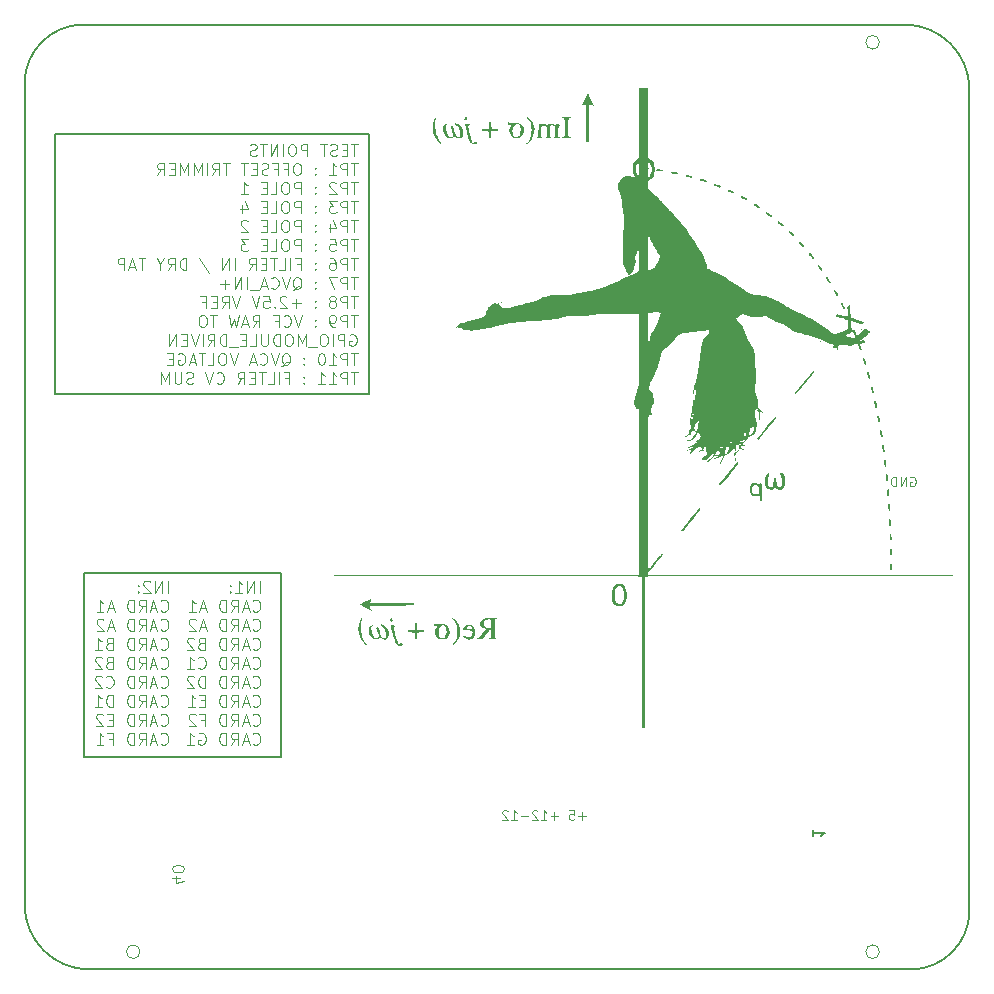
<source format=gbr>
G04 #@! TF.GenerationSoftware,KiCad,Pcbnew,7.0.11*
G04 #@! TF.CreationDate,2025-02-23T19:16:33-08:00*
G04 #@! TF.ProjectId,poledancer,706f6c65-6461-46e6-9365-722e6b696361,0.2*
G04 #@! TF.SameCoordinates,PX3de4ba0PY6578900*
G04 #@! TF.FileFunction,Legend,Bot*
G04 #@! TF.FilePolarity,Positive*
%FSLAX46Y46*%
G04 Gerber Fmt 4.6, Leading zero omitted, Abs format (unit mm)*
G04 Created by KiCad (PCBNEW 7.0.11) date 2025-02-23 19:16:33*
%MOMM*%
%LPD*%
G01*
G04 APERTURE LIST*
%ADD10C,0.150000*%
%ADD11C,0.090000*%
%ADD12C,3.200000*%
%ADD13R,1.700000X1.700000*%
%ADD14O,1.700000X1.700000*%
%ADD15C,1.440000*%
G04 #@! TA.AperFunction,Profile*
%ADD16C,0.150000*%
G04 #@! TD*
G04 #@! TA.AperFunction,Profile*
%ADD17C,0.050000*%
G04 #@! TD*
G04 APERTURE END LIST*
D10*
X5500000Y35100000D02*
X22250000Y35100000D01*
X22250000Y19500000D01*
X5500000Y19500000D01*
X5500000Y35100000D01*
D11*
X48004761Y14489347D02*
X47395238Y14489347D01*
X47699999Y14184585D02*
X47699999Y14794109D01*
X46633333Y14984585D02*
X47014285Y14984585D01*
X47014285Y14984585D02*
X47052381Y14603633D01*
X47052381Y14603633D02*
X47014285Y14641728D01*
X47014285Y14641728D02*
X46938095Y14679823D01*
X46938095Y14679823D02*
X46747619Y14679823D01*
X46747619Y14679823D02*
X46671428Y14641728D01*
X46671428Y14641728D02*
X46633333Y14603633D01*
X46633333Y14603633D02*
X46595238Y14527442D01*
X46595238Y14527442D02*
X46595238Y14336966D01*
X46595238Y14336966D02*
X46633333Y14260776D01*
X46633333Y14260776D02*
X46671428Y14222680D01*
X46671428Y14222680D02*
X46747619Y14184585D01*
X46747619Y14184585D02*
X46938095Y14184585D01*
X46938095Y14184585D02*
X47014285Y14222680D01*
X47014285Y14222680D02*
X47052381Y14260776D01*
X45642856Y14489347D02*
X45033333Y14489347D01*
X45338094Y14184585D02*
X45338094Y14794109D01*
X44233333Y14184585D02*
X44690476Y14184585D01*
X44461904Y14184585D02*
X44461904Y14984585D01*
X44461904Y14984585D02*
X44538095Y14870300D01*
X44538095Y14870300D02*
X44614285Y14794109D01*
X44614285Y14794109D02*
X44690476Y14756014D01*
X43928571Y14908395D02*
X43890475Y14946490D01*
X43890475Y14946490D02*
X43814285Y14984585D01*
X43814285Y14984585D02*
X43623809Y14984585D01*
X43623809Y14984585D02*
X43547618Y14946490D01*
X43547618Y14946490D02*
X43509523Y14908395D01*
X43509523Y14908395D02*
X43471428Y14832204D01*
X43471428Y14832204D02*
X43471428Y14756014D01*
X43471428Y14756014D02*
X43509523Y14641728D01*
X43509523Y14641728D02*
X43966666Y14184585D01*
X43966666Y14184585D02*
X43471428Y14184585D01*
X43128570Y14489347D02*
X42519047Y14489347D01*
X41719047Y14184585D02*
X42176190Y14184585D01*
X41947618Y14184585D02*
X41947618Y14984585D01*
X41947618Y14984585D02*
X42023809Y14870300D01*
X42023809Y14870300D02*
X42099999Y14794109D01*
X42099999Y14794109D02*
X42176190Y14756014D01*
X41414285Y14908395D02*
X41376189Y14946490D01*
X41376189Y14946490D02*
X41299999Y14984585D01*
X41299999Y14984585D02*
X41109523Y14984585D01*
X41109523Y14984585D02*
X41033332Y14946490D01*
X41033332Y14946490D02*
X40995237Y14908395D01*
X40995237Y14908395D02*
X40957142Y14832204D01*
X40957142Y14832204D02*
X40957142Y14756014D01*
X40957142Y14756014D02*
X40995237Y14641728D01*
X40995237Y14641728D02*
X41452380Y14184585D01*
X41452380Y14184585D02*
X40957142Y14184585D01*
X12602694Y33407061D02*
X12602694Y34407061D01*
X12126504Y33407061D02*
X12126504Y34407061D01*
X12126504Y34407061D02*
X11555076Y33407061D01*
X11555076Y33407061D02*
X11555076Y34407061D01*
X11126504Y34311823D02*
X11078885Y34359442D01*
X11078885Y34359442D02*
X10983647Y34407061D01*
X10983647Y34407061D02*
X10745552Y34407061D01*
X10745552Y34407061D02*
X10650314Y34359442D01*
X10650314Y34359442D02*
X10602695Y34311823D01*
X10602695Y34311823D02*
X10555076Y34216585D01*
X10555076Y34216585D02*
X10555076Y34121347D01*
X10555076Y34121347D02*
X10602695Y33978490D01*
X10602695Y33978490D02*
X11174123Y33407061D01*
X11174123Y33407061D02*
X10555076Y33407061D01*
X10126504Y33502300D02*
X10078885Y33454680D01*
X10078885Y33454680D02*
X10126504Y33407061D01*
X10126504Y33407061D02*
X10174123Y33454680D01*
X10174123Y33454680D02*
X10126504Y33502300D01*
X10126504Y33502300D02*
X10126504Y33407061D01*
X10126504Y34026109D02*
X10078885Y33978490D01*
X10078885Y33978490D02*
X10126504Y33930871D01*
X10126504Y33930871D02*
X10174123Y33978490D01*
X10174123Y33978490D02*
X10126504Y34026109D01*
X10126504Y34026109D02*
X10126504Y33930871D01*
X12031266Y31892300D02*
X12078885Y31844680D01*
X12078885Y31844680D02*
X12221742Y31797061D01*
X12221742Y31797061D02*
X12316980Y31797061D01*
X12316980Y31797061D02*
X12459837Y31844680D01*
X12459837Y31844680D02*
X12555075Y31939919D01*
X12555075Y31939919D02*
X12602694Y32035157D01*
X12602694Y32035157D02*
X12650313Y32225633D01*
X12650313Y32225633D02*
X12650313Y32368490D01*
X12650313Y32368490D02*
X12602694Y32558966D01*
X12602694Y32558966D02*
X12555075Y32654204D01*
X12555075Y32654204D02*
X12459837Y32749442D01*
X12459837Y32749442D02*
X12316980Y32797061D01*
X12316980Y32797061D02*
X12221742Y32797061D01*
X12221742Y32797061D02*
X12078885Y32749442D01*
X12078885Y32749442D02*
X12031266Y32701823D01*
X11650313Y32082776D02*
X11174123Y32082776D01*
X11745551Y31797061D02*
X11412218Y32797061D01*
X11412218Y32797061D02*
X11078885Y31797061D01*
X10174123Y31797061D02*
X10507456Y32273252D01*
X10745551Y31797061D02*
X10745551Y32797061D01*
X10745551Y32797061D02*
X10364599Y32797061D01*
X10364599Y32797061D02*
X10269361Y32749442D01*
X10269361Y32749442D02*
X10221742Y32701823D01*
X10221742Y32701823D02*
X10174123Y32606585D01*
X10174123Y32606585D02*
X10174123Y32463728D01*
X10174123Y32463728D02*
X10221742Y32368490D01*
X10221742Y32368490D02*
X10269361Y32320871D01*
X10269361Y32320871D02*
X10364599Y32273252D01*
X10364599Y32273252D02*
X10745551Y32273252D01*
X9745551Y31797061D02*
X9745551Y32797061D01*
X9745551Y32797061D02*
X9507456Y32797061D01*
X9507456Y32797061D02*
X9364599Y32749442D01*
X9364599Y32749442D02*
X9269361Y32654204D01*
X9269361Y32654204D02*
X9221742Y32558966D01*
X9221742Y32558966D02*
X9174123Y32368490D01*
X9174123Y32368490D02*
X9174123Y32225633D01*
X9174123Y32225633D02*
X9221742Y32035157D01*
X9221742Y32035157D02*
X9269361Y31939919D01*
X9269361Y31939919D02*
X9364599Y31844680D01*
X9364599Y31844680D02*
X9507456Y31797061D01*
X9507456Y31797061D02*
X9745551Y31797061D01*
X8031265Y32082776D02*
X7555075Y32082776D01*
X8126503Y31797061D02*
X7793170Y32797061D01*
X7793170Y32797061D02*
X7459837Y31797061D01*
X6602694Y31797061D02*
X7174122Y31797061D01*
X6888408Y31797061D02*
X6888408Y32797061D01*
X6888408Y32797061D02*
X6983646Y32654204D01*
X6983646Y32654204D02*
X7078884Y32558966D01*
X7078884Y32558966D02*
X7174122Y32511347D01*
X12031266Y30282300D02*
X12078885Y30234680D01*
X12078885Y30234680D02*
X12221742Y30187061D01*
X12221742Y30187061D02*
X12316980Y30187061D01*
X12316980Y30187061D02*
X12459837Y30234680D01*
X12459837Y30234680D02*
X12555075Y30329919D01*
X12555075Y30329919D02*
X12602694Y30425157D01*
X12602694Y30425157D02*
X12650313Y30615633D01*
X12650313Y30615633D02*
X12650313Y30758490D01*
X12650313Y30758490D02*
X12602694Y30948966D01*
X12602694Y30948966D02*
X12555075Y31044204D01*
X12555075Y31044204D02*
X12459837Y31139442D01*
X12459837Y31139442D02*
X12316980Y31187061D01*
X12316980Y31187061D02*
X12221742Y31187061D01*
X12221742Y31187061D02*
X12078885Y31139442D01*
X12078885Y31139442D02*
X12031266Y31091823D01*
X11650313Y30472776D02*
X11174123Y30472776D01*
X11745551Y30187061D02*
X11412218Y31187061D01*
X11412218Y31187061D02*
X11078885Y30187061D01*
X10174123Y30187061D02*
X10507456Y30663252D01*
X10745551Y30187061D02*
X10745551Y31187061D01*
X10745551Y31187061D02*
X10364599Y31187061D01*
X10364599Y31187061D02*
X10269361Y31139442D01*
X10269361Y31139442D02*
X10221742Y31091823D01*
X10221742Y31091823D02*
X10174123Y30996585D01*
X10174123Y30996585D02*
X10174123Y30853728D01*
X10174123Y30853728D02*
X10221742Y30758490D01*
X10221742Y30758490D02*
X10269361Y30710871D01*
X10269361Y30710871D02*
X10364599Y30663252D01*
X10364599Y30663252D02*
X10745551Y30663252D01*
X9745551Y30187061D02*
X9745551Y31187061D01*
X9745551Y31187061D02*
X9507456Y31187061D01*
X9507456Y31187061D02*
X9364599Y31139442D01*
X9364599Y31139442D02*
X9269361Y31044204D01*
X9269361Y31044204D02*
X9221742Y30948966D01*
X9221742Y30948966D02*
X9174123Y30758490D01*
X9174123Y30758490D02*
X9174123Y30615633D01*
X9174123Y30615633D02*
X9221742Y30425157D01*
X9221742Y30425157D02*
X9269361Y30329919D01*
X9269361Y30329919D02*
X9364599Y30234680D01*
X9364599Y30234680D02*
X9507456Y30187061D01*
X9507456Y30187061D02*
X9745551Y30187061D01*
X8031265Y30472776D02*
X7555075Y30472776D01*
X8126503Y30187061D02*
X7793170Y31187061D01*
X7793170Y31187061D02*
X7459837Y30187061D01*
X7174122Y31091823D02*
X7126503Y31139442D01*
X7126503Y31139442D02*
X7031265Y31187061D01*
X7031265Y31187061D02*
X6793170Y31187061D01*
X6793170Y31187061D02*
X6697932Y31139442D01*
X6697932Y31139442D02*
X6650313Y31091823D01*
X6650313Y31091823D02*
X6602694Y30996585D01*
X6602694Y30996585D02*
X6602694Y30901347D01*
X6602694Y30901347D02*
X6650313Y30758490D01*
X6650313Y30758490D02*
X7221741Y30187061D01*
X7221741Y30187061D02*
X6602694Y30187061D01*
X12031266Y28672300D02*
X12078885Y28624680D01*
X12078885Y28624680D02*
X12221742Y28577061D01*
X12221742Y28577061D02*
X12316980Y28577061D01*
X12316980Y28577061D02*
X12459837Y28624680D01*
X12459837Y28624680D02*
X12555075Y28719919D01*
X12555075Y28719919D02*
X12602694Y28815157D01*
X12602694Y28815157D02*
X12650313Y29005633D01*
X12650313Y29005633D02*
X12650313Y29148490D01*
X12650313Y29148490D02*
X12602694Y29338966D01*
X12602694Y29338966D02*
X12555075Y29434204D01*
X12555075Y29434204D02*
X12459837Y29529442D01*
X12459837Y29529442D02*
X12316980Y29577061D01*
X12316980Y29577061D02*
X12221742Y29577061D01*
X12221742Y29577061D02*
X12078885Y29529442D01*
X12078885Y29529442D02*
X12031266Y29481823D01*
X11650313Y28862776D02*
X11174123Y28862776D01*
X11745551Y28577061D02*
X11412218Y29577061D01*
X11412218Y29577061D02*
X11078885Y28577061D01*
X10174123Y28577061D02*
X10507456Y29053252D01*
X10745551Y28577061D02*
X10745551Y29577061D01*
X10745551Y29577061D02*
X10364599Y29577061D01*
X10364599Y29577061D02*
X10269361Y29529442D01*
X10269361Y29529442D02*
X10221742Y29481823D01*
X10221742Y29481823D02*
X10174123Y29386585D01*
X10174123Y29386585D02*
X10174123Y29243728D01*
X10174123Y29243728D02*
X10221742Y29148490D01*
X10221742Y29148490D02*
X10269361Y29100871D01*
X10269361Y29100871D02*
X10364599Y29053252D01*
X10364599Y29053252D02*
X10745551Y29053252D01*
X9745551Y28577061D02*
X9745551Y29577061D01*
X9745551Y29577061D02*
X9507456Y29577061D01*
X9507456Y29577061D02*
X9364599Y29529442D01*
X9364599Y29529442D02*
X9269361Y29434204D01*
X9269361Y29434204D02*
X9221742Y29338966D01*
X9221742Y29338966D02*
X9174123Y29148490D01*
X9174123Y29148490D02*
X9174123Y29005633D01*
X9174123Y29005633D02*
X9221742Y28815157D01*
X9221742Y28815157D02*
X9269361Y28719919D01*
X9269361Y28719919D02*
X9364599Y28624680D01*
X9364599Y28624680D02*
X9507456Y28577061D01*
X9507456Y28577061D02*
X9745551Y28577061D01*
X7650313Y29100871D02*
X7507456Y29053252D01*
X7507456Y29053252D02*
X7459837Y29005633D01*
X7459837Y29005633D02*
X7412218Y28910395D01*
X7412218Y28910395D02*
X7412218Y28767538D01*
X7412218Y28767538D02*
X7459837Y28672300D01*
X7459837Y28672300D02*
X7507456Y28624680D01*
X7507456Y28624680D02*
X7602694Y28577061D01*
X7602694Y28577061D02*
X7983646Y28577061D01*
X7983646Y28577061D02*
X7983646Y29577061D01*
X7983646Y29577061D02*
X7650313Y29577061D01*
X7650313Y29577061D02*
X7555075Y29529442D01*
X7555075Y29529442D02*
X7507456Y29481823D01*
X7507456Y29481823D02*
X7459837Y29386585D01*
X7459837Y29386585D02*
X7459837Y29291347D01*
X7459837Y29291347D02*
X7507456Y29196109D01*
X7507456Y29196109D02*
X7555075Y29148490D01*
X7555075Y29148490D02*
X7650313Y29100871D01*
X7650313Y29100871D02*
X7983646Y29100871D01*
X6459837Y28577061D02*
X7031265Y28577061D01*
X6745551Y28577061D02*
X6745551Y29577061D01*
X6745551Y29577061D02*
X6840789Y29434204D01*
X6840789Y29434204D02*
X6936027Y29338966D01*
X6936027Y29338966D02*
X7031265Y29291347D01*
X12031266Y27062300D02*
X12078885Y27014680D01*
X12078885Y27014680D02*
X12221742Y26967061D01*
X12221742Y26967061D02*
X12316980Y26967061D01*
X12316980Y26967061D02*
X12459837Y27014680D01*
X12459837Y27014680D02*
X12555075Y27109919D01*
X12555075Y27109919D02*
X12602694Y27205157D01*
X12602694Y27205157D02*
X12650313Y27395633D01*
X12650313Y27395633D02*
X12650313Y27538490D01*
X12650313Y27538490D02*
X12602694Y27728966D01*
X12602694Y27728966D02*
X12555075Y27824204D01*
X12555075Y27824204D02*
X12459837Y27919442D01*
X12459837Y27919442D02*
X12316980Y27967061D01*
X12316980Y27967061D02*
X12221742Y27967061D01*
X12221742Y27967061D02*
X12078885Y27919442D01*
X12078885Y27919442D02*
X12031266Y27871823D01*
X11650313Y27252776D02*
X11174123Y27252776D01*
X11745551Y26967061D02*
X11412218Y27967061D01*
X11412218Y27967061D02*
X11078885Y26967061D01*
X10174123Y26967061D02*
X10507456Y27443252D01*
X10745551Y26967061D02*
X10745551Y27967061D01*
X10745551Y27967061D02*
X10364599Y27967061D01*
X10364599Y27967061D02*
X10269361Y27919442D01*
X10269361Y27919442D02*
X10221742Y27871823D01*
X10221742Y27871823D02*
X10174123Y27776585D01*
X10174123Y27776585D02*
X10174123Y27633728D01*
X10174123Y27633728D02*
X10221742Y27538490D01*
X10221742Y27538490D02*
X10269361Y27490871D01*
X10269361Y27490871D02*
X10364599Y27443252D01*
X10364599Y27443252D02*
X10745551Y27443252D01*
X9745551Y26967061D02*
X9745551Y27967061D01*
X9745551Y27967061D02*
X9507456Y27967061D01*
X9507456Y27967061D02*
X9364599Y27919442D01*
X9364599Y27919442D02*
X9269361Y27824204D01*
X9269361Y27824204D02*
X9221742Y27728966D01*
X9221742Y27728966D02*
X9174123Y27538490D01*
X9174123Y27538490D02*
X9174123Y27395633D01*
X9174123Y27395633D02*
X9221742Y27205157D01*
X9221742Y27205157D02*
X9269361Y27109919D01*
X9269361Y27109919D02*
X9364599Y27014680D01*
X9364599Y27014680D02*
X9507456Y26967061D01*
X9507456Y26967061D02*
X9745551Y26967061D01*
X7650313Y27490871D02*
X7507456Y27443252D01*
X7507456Y27443252D02*
X7459837Y27395633D01*
X7459837Y27395633D02*
X7412218Y27300395D01*
X7412218Y27300395D02*
X7412218Y27157538D01*
X7412218Y27157538D02*
X7459837Y27062300D01*
X7459837Y27062300D02*
X7507456Y27014680D01*
X7507456Y27014680D02*
X7602694Y26967061D01*
X7602694Y26967061D02*
X7983646Y26967061D01*
X7983646Y26967061D02*
X7983646Y27967061D01*
X7983646Y27967061D02*
X7650313Y27967061D01*
X7650313Y27967061D02*
X7555075Y27919442D01*
X7555075Y27919442D02*
X7507456Y27871823D01*
X7507456Y27871823D02*
X7459837Y27776585D01*
X7459837Y27776585D02*
X7459837Y27681347D01*
X7459837Y27681347D02*
X7507456Y27586109D01*
X7507456Y27586109D02*
X7555075Y27538490D01*
X7555075Y27538490D02*
X7650313Y27490871D01*
X7650313Y27490871D02*
X7983646Y27490871D01*
X7031265Y27871823D02*
X6983646Y27919442D01*
X6983646Y27919442D02*
X6888408Y27967061D01*
X6888408Y27967061D02*
X6650313Y27967061D01*
X6650313Y27967061D02*
X6555075Y27919442D01*
X6555075Y27919442D02*
X6507456Y27871823D01*
X6507456Y27871823D02*
X6459837Y27776585D01*
X6459837Y27776585D02*
X6459837Y27681347D01*
X6459837Y27681347D02*
X6507456Y27538490D01*
X6507456Y27538490D02*
X7078884Y26967061D01*
X7078884Y26967061D02*
X6459837Y26967061D01*
X12031266Y25452300D02*
X12078885Y25404680D01*
X12078885Y25404680D02*
X12221742Y25357061D01*
X12221742Y25357061D02*
X12316980Y25357061D01*
X12316980Y25357061D02*
X12459837Y25404680D01*
X12459837Y25404680D02*
X12555075Y25499919D01*
X12555075Y25499919D02*
X12602694Y25595157D01*
X12602694Y25595157D02*
X12650313Y25785633D01*
X12650313Y25785633D02*
X12650313Y25928490D01*
X12650313Y25928490D02*
X12602694Y26118966D01*
X12602694Y26118966D02*
X12555075Y26214204D01*
X12555075Y26214204D02*
X12459837Y26309442D01*
X12459837Y26309442D02*
X12316980Y26357061D01*
X12316980Y26357061D02*
X12221742Y26357061D01*
X12221742Y26357061D02*
X12078885Y26309442D01*
X12078885Y26309442D02*
X12031266Y26261823D01*
X11650313Y25642776D02*
X11174123Y25642776D01*
X11745551Y25357061D02*
X11412218Y26357061D01*
X11412218Y26357061D02*
X11078885Y25357061D01*
X10174123Y25357061D02*
X10507456Y25833252D01*
X10745551Y25357061D02*
X10745551Y26357061D01*
X10745551Y26357061D02*
X10364599Y26357061D01*
X10364599Y26357061D02*
X10269361Y26309442D01*
X10269361Y26309442D02*
X10221742Y26261823D01*
X10221742Y26261823D02*
X10174123Y26166585D01*
X10174123Y26166585D02*
X10174123Y26023728D01*
X10174123Y26023728D02*
X10221742Y25928490D01*
X10221742Y25928490D02*
X10269361Y25880871D01*
X10269361Y25880871D02*
X10364599Y25833252D01*
X10364599Y25833252D02*
X10745551Y25833252D01*
X9745551Y25357061D02*
X9745551Y26357061D01*
X9745551Y26357061D02*
X9507456Y26357061D01*
X9507456Y26357061D02*
X9364599Y26309442D01*
X9364599Y26309442D02*
X9269361Y26214204D01*
X9269361Y26214204D02*
X9221742Y26118966D01*
X9221742Y26118966D02*
X9174123Y25928490D01*
X9174123Y25928490D02*
X9174123Y25785633D01*
X9174123Y25785633D02*
X9221742Y25595157D01*
X9221742Y25595157D02*
X9269361Y25499919D01*
X9269361Y25499919D02*
X9364599Y25404680D01*
X9364599Y25404680D02*
X9507456Y25357061D01*
X9507456Y25357061D02*
X9745551Y25357061D01*
X7412218Y25452300D02*
X7459837Y25404680D01*
X7459837Y25404680D02*
X7602694Y25357061D01*
X7602694Y25357061D02*
X7697932Y25357061D01*
X7697932Y25357061D02*
X7840789Y25404680D01*
X7840789Y25404680D02*
X7936027Y25499919D01*
X7936027Y25499919D02*
X7983646Y25595157D01*
X7983646Y25595157D02*
X8031265Y25785633D01*
X8031265Y25785633D02*
X8031265Y25928490D01*
X8031265Y25928490D02*
X7983646Y26118966D01*
X7983646Y26118966D02*
X7936027Y26214204D01*
X7936027Y26214204D02*
X7840789Y26309442D01*
X7840789Y26309442D02*
X7697932Y26357061D01*
X7697932Y26357061D02*
X7602694Y26357061D01*
X7602694Y26357061D02*
X7459837Y26309442D01*
X7459837Y26309442D02*
X7412218Y26261823D01*
X7031265Y26261823D02*
X6983646Y26309442D01*
X6983646Y26309442D02*
X6888408Y26357061D01*
X6888408Y26357061D02*
X6650313Y26357061D01*
X6650313Y26357061D02*
X6555075Y26309442D01*
X6555075Y26309442D02*
X6507456Y26261823D01*
X6507456Y26261823D02*
X6459837Y26166585D01*
X6459837Y26166585D02*
X6459837Y26071347D01*
X6459837Y26071347D02*
X6507456Y25928490D01*
X6507456Y25928490D02*
X7078884Y25357061D01*
X7078884Y25357061D02*
X6459837Y25357061D01*
X12031266Y23842300D02*
X12078885Y23794680D01*
X12078885Y23794680D02*
X12221742Y23747061D01*
X12221742Y23747061D02*
X12316980Y23747061D01*
X12316980Y23747061D02*
X12459837Y23794680D01*
X12459837Y23794680D02*
X12555075Y23889919D01*
X12555075Y23889919D02*
X12602694Y23985157D01*
X12602694Y23985157D02*
X12650313Y24175633D01*
X12650313Y24175633D02*
X12650313Y24318490D01*
X12650313Y24318490D02*
X12602694Y24508966D01*
X12602694Y24508966D02*
X12555075Y24604204D01*
X12555075Y24604204D02*
X12459837Y24699442D01*
X12459837Y24699442D02*
X12316980Y24747061D01*
X12316980Y24747061D02*
X12221742Y24747061D01*
X12221742Y24747061D02*
X12078885Y24699442D01*
X12078885Y24699442D02*
X12031266Y24651823D01*
X11650313Y24032776D02*
X11174123Y24032776D01*
X11745551Y23747061D02*
X11412218Y24747061D01*
X11412218Y24747061D02*
X11078885Y23747061D01*
X10174123Y23747061D02*
X10507456Y24223252D01*
X10745551Y23747061D02*
X10745551Y24747061D01*
X10745551Y24747061D02*
X10364599Y24747061D01*
X10364599Y24747061D02*
X10269361Y24699442D01*
X10269361Y24699442D02*
X10221742Y24651823D01*
X10221742Y24651823D02*
X10174123Y24556585D01*
X10174123Y24556585D02*
X10174123Y24413728D01*
X10174123Y24413728D02*
X10221742Y24318490D01*
X10221742Y24318490D02*
X10269361Y24270871D01*
X10269361Y24270871D02*
X10364599Y24223252D01*
X10364599Y24223252D02*
X10745551Y24223252D01*
X9745551Y23747061D02*
X9745551Y24747061D01*
X9745551Y24747061D02*
X9507456Y24747061D01*
X9507456Y24747061D02*
X9364599Y24699442D01*
X9364599Y24699442D02*
X9269361Y24604204D01*
X9269361Y24604204D02*
X9221742Y24508966D01*
X9221742Y24508966D02*
X9174123Y24318490D01*
X9174123Y24318490D02*
X9174123Y24175633D01*
X9174123Y24175633D02*
X9221742Y23985157D01*
X9221742Y23985157D02*
X9269361Y23889919D01*
X9269361Y23889919D02*
X9364599Y23794680D01*
X9364599Y23794680D02*
X9507456Y23747061D01*
X9507456Y23747061D02*
X9745551Y23747061D01*
X7983646Y23747061D02*
X7983646Y24747061D01*
X7983646Y24747061D02*
X7745551Y24747061D01*
X7745551Y24747061D02*
X7602694Y24699442D01*
X7602694Y24699442D02*
X7507456Y24604204D01*
X7507456Y24604204D02*
X7459837Y24508966D01*
X7459837Y24508966D02*
X7412218Y24318490D01*
X7412218Y24318490D02*
X7412218Y24175633D01*
X7412218Y24175633D02*
X7459837Y23985157D01*
X7459837Y23985157D02*
X7507456Y23889919D01*
X7507456Y23889919D02*
X7602694Y23794680D01*
X7602694Y23794680D02*
X7745551Y23747061D01*
X7745551Y23747061D02*
X7983646Y23747061D01*
X6459837Y23747061D02*
X7031265Y23747061D01*
X6745551Y23747061D02*
X6745551Y24747061D01*
X6745551Y24747061D02*
X6840789Y24604204D01*
X6840789Y24604204D02*
X6936027Y24508966D01*
X6936027Y24508966D02*
X7031265Y24461347D01*
X12031266Y22232300D02*
X12078885Y22184680D01*
X12078885Y22184680D02*
X12221742Y22137061D01*
X12221742Y22137061D02*
X12316980Y22137061D01*
X12316980Y22137061D02*
X12459837Y22184680D01*
X12459837Y22184680D02*
X12555075Y22279919D01*
X12555075Y22279919D02*
X12602694Y22375157D01*
X12602694Y22375157D02*
X12650313Y22565633D01*
X12650313Y22565633D02*
X12650313Y22708490D01*
X12650313Y22708490D02*
X12602694Y22898966D01*
X12602694Y22898966D02*
X12555075Y22994204D01*
X12555075Y22994204D02*
X12459837Y23089442D01*
X12459837Y23089442D02*
X12316980Y23137061D01*
X12316980Y23137061D02*
X12221742Y23137061D01*
X12221742Y23137061D02*
X12078885Y23089442D01*
X12078885Y23089442D02*
X12031266Y23041823D01*
X11650313Y22422776D02*
X11174123Y22422776D01*
X11745551Y22137061D02*
X11412218Y23137061D01*
X11412218Y23137061D02*
X11078885Y22137061D01*
X10174123Y22137061D02*
X10507456Y22613252D01*
X10745551Y22137061D02*
X10745551Y23137061D01*
X10745551Y23137061D02*
X10364599Y23137061D01*
X10364599Y23137061D02*
X10269361Y23089442D01*
X10269361Y23089442D02*
X10221742Y23041823D01*
X10221742Y23041823D02*
X10174123Y22946585D01*
X10174123Y22946585D02*
X10174123Y22803728D01*
X10174123Y22803728D02*
X10221742Y22708490D01*
X10221742Y22708490D02*
X10269361Y22660871D01*
X10269361Y22660871D02*
X10364599Y22613252D01*
X10364599Y22613252D02*
X10745551Y22613252D01*
X9745551Y22137061D02*
X9745551Y23137061D01*
X9745551Y23137061D02*
X9507456Y23137061D01*
X9507456Y23137061D02*
X9364599Y23089442D01*
X9364599Y23089442D02*
X9269361Y22994204D01*
X9269361Y22994204D02*
X9221742Y22898966D01*
X9221742Y22898966D02*
X9174123Y22708490D01*
X9174123Y22708490D02*
X9174123Y22565633D01*
X9174123Y22565633D02*
X9221742Y22375157D01*
X9221742Y22375157D02*
X9269361Y22279919D01*
X9269361Y22279919D02*
X9364599Y22184680D01*
X9364599Y22184680D02*
X9507456Y22137061D01*
X9507456Y22137061D02*
X9745551Y22137061D01*
X7983646Y22660871D02*
X7650313Y22660871D01*
X7507456Y22137061D02*
X7983646Y22137061D01*
X7983646Y22137061D02*
X7983646Y23137061D01*
X7983646Y23137061D02*
X7507456Y23137061D01*
X7126503Y23041823D02*
X7078884Y23089442D01*
X7078884Y23089442D02*
X6983646Y23137061D01*
X6983646Y23137061D02*
X6745551Y23137061D01*
X6745551Y23137061D02*
X6650313Y23089442D01*
X6650313Y23089442D02*
X6602694Y23041823D01*
X6602694Y23041823D02*
X6555075Y22946585D01*
X6555075Y22946585D02*
X6555075Y22851347D01*
X6555075Y22851347D02*
X6602694Y22708490D01*
X6602694Y22708490D02*
X7174122Y22137061D01*
X7174122Y22137061D02*
X6555075Y22137061D01*
X12031266Y20622300D02*
X12078885Y20574680D01*
X12078885Y20574680D02*
X12221742Y20527061D01*
X12221742Y20527061D02*
X12316980Y20527061D01*
X12316980Y20527061D02*
X12459837Y20574680D01*
X12459837Y20574680D02*
X12555075Y20669919D01*
X12555075Y20669919D02*
X12602694Y20765157D01*
X12602694Y20765157D02*
X12650313Y20955633D01*
X12650313Y20955633D02*
X12650313Y21098490D01*
X12650313Y21098490D02*
X12602694Y21288966D01*
X12602694Y21288966D02*
X12555075Y21384204D01*
X12555075Y21384204D02*
X12459837Y21479442D01*
X12459837Y21479442D02*
X12316980Y21527061D01*
X12316980Y21527061D02*
X12221742Y21527061D01*
X12221742Y21527061D02*
X12078885Y21479442D01*
X12078885Y21479442D02*
X12031266Y21431823D01*
X11650313Y20812776D02*
X11174123Y20812776D01*
X11745551Y20527061D02*
X11412218Y21527061D01*
X11412218Y21527061D02*
X11078885Y20527061D01*
X10174123Y20527061D02*
X10507456Y21003252D01*
X10745551Y20527061D02*
X10745551Y21527061D01*
X10745551Y21527061D02*
X10364599Y21527061D01*
X10364599Y21527061D02*
X10269361Y21479442D01*
X10269361Y21479442D02*
X10221742Y21431823D01*
X10221742Y21431823D02*
X10174123Y21336585D01*
X10174123Y21336585D02*
X10174123Y21193728D01*
X10174123Y21193728D02*
X10221742Y21098490D01*
X10221742Y21098490D02*
X10269361Y21050871D01*
X10269361Y21050871D02*
X10364599Y21003252D01*
X10364599Y21003252D02*
X10745551Y21003252D01*
X9745551Y20527061D02*
X9745551Y21527061D01*
X9745551Y21527061D02*
X9507456Y21527061D01*
X9507456Y21527061D02*
X9364599Y21479442D01*
X9364599Y21479442D02*
X9269361Y21384204D01*
X9269361Y21384204D02*
X9221742Y21288966D01*
X9221742Y21288966D02*
X9174123Y21098490D01*
X9174123Y21098490D02*
X9174123Y20955633D01*
X9174123Y20955633D02*
X9221742Y20765157D01*
X9221742Y20765157D02*
X9269361Y20669919D01*
X9269361Y20669919D02*
X9364599Y20574680D01*
X9364599Y20574680D02*
X9507456Y20527061D01*
X9507456Y20527061D02*
X9745551Y20527061D01*
X7650313Y21050871D02*
X7983646Y21050871D01*
X7983646Y20527061D02*
X7983646Y21527061D01*
X7983646Y21527061D02*
X7507456Y21527061D01*
X6602694Y20527061D02*
X7174122Y20527061D01*
X6888408Y20527061D02*
X6888408Y21527061D01*
X6888408Y21527061D02*
X6983646Y21384204D01*
X6983646Y21384204D02*
X7078884Y21288966D01*
X7078884Y21288966D02*
X7174122Y21241347D01*
X75509523Y43196490D02*
X75585713Y43234585D01*
X75585713Y43234585D02*
X75699999Y43234585D01*
X75699999Y43234585D02*
X75814285Y43196490D01*
X75814285Y43196490D02*
X75890475Y43120300D01*
X75890475Y43120300D02*
X75928570Y43044109D01*
X75928570Y43044109D02*
X75966666Y42891728D01*
X75966666Y42891728D02*
X75966666Y42777442D01*
X75966666Y42777442D02*
X75928570Y42625061D01*
X75928570Y42625061D02*
X75890475Y42548871D01*
X75890475Y42548871D02*
X75814285Y42472680D01*
X75814285Y42472680D02*
X75699999Y42434585D01*
X75699999Y42434585D02*
X75623808Y42434585D01*
X75623808Y42434585D02*
X75509523Y42472680D01*
X75509523Y42472680D02*
X75471427Y42510776D01*
X75471427Y42510776D02*
X75471427Y42777442D01*
X75471427Y42777442D02*
X75623808Y42777442D01*
X75128570Y42434585D02*
X75128570Y43234585D01*
X75128570Y43234585D02*
X74671427Y42434585D01*
X74671427Y42434585D02*
X74671427Y43234585D01*
X74290475Y42434585D02*
X74290475Y43234585D01*
X74290475Y43234585D02*
X74099999Y43234585D01*
X74099999Y43234585D02*
X73985713Y43196490D01*
X73985713Y43196490D02*
X73909523Y43120300D01*
X73909523Y43120300D02*
X73871428Y43044109D01*
X73871428Y43044109D02*
X73833332Y42891728D01*
X73833332Y42891728D02*
X73833332Y42777442D01*
X73833332Y42777442D02*
X73871428Y42625061D01*
X73871428Y42625061D02*
X73909523Y42548871D01*
X73909523Y42548871D02*
X73985713Y42472680D01*
X73985713Y42472680D02*
X74099999Y42434585D01*
X74099999Y42434585D02*
X74290475Y42434585D01*
X13658727Y9264286D02*
X12992060Y9264286D01*
X14039680Y9026191D02*
X13325394Y8788096D01*
X13325394Y8788096D02*
X13325394Y9407143D01*
X13992060Y9978572D02*
X13992060Y10073810D01*
X13992060Y10073810D02*
X13944441Y10169048D01*
X13944441Y10169048D02*
X13896822Y10216667D01*
X13896822Y10216667D02*
X13801584Y10264286D01*
X13801584Y10264286D02*
X13611108Y10311905D01*
X13611108Y10311905D02*
X13373013Y10311905D01*
X13373013Y10311905D02*
X13182537Y10264286D01*
X13182537Y10264286D02*
X13087299Y10216667D01*
X13087299Y10216667D02*
X13039680Y10169048D01*
X13039680Y10169048D02*
X12992060Y10073810D01*
X12992060Y10073810D02*
X12992060Y9978572D01*
X12992060Y9978572D02*
X13039680Y9883334D01*
X13039680Y9883334D02*
X13087299Y9835715D01*
X13087299Y9835715D02*
X13182537Y9788096D01*
X13182537Y9788096D02*
X13373013Y9740477D01*
X13373013Y9740477D02*
X13611108Y9740477D01*
X13611108Y9740477D02*
X13801584Y9788096D01*
X13801584Y9788096D02*
X13896822Y9835715D01*
X13896822Y9835715D02*
X13944441Y9883334D01*
X13944441Y9883334D02*
X13992060Y9978572D01*
D10*
X67245180Y13335715D02*
X67245180Y12764287D01*
X67245180Y13050001D02*
X68245180Y13050001D01*
X68245180Y13050001D02*
X68102323Y12954763D01*
X68102323Y12954763D02*
X68007085Y12859525D01*
X68007085Y12859525D02*
X67959466Y12764287D01*
D11*
X20402694Y33407061D02*
X20402694Y34407061D01*
X19926504Y33407061D02*
X19926504Y34407061D01*
X19926504Y34407061D02*
X19355076Y33407061D01*
X19355076Y33407061D02*
X19355076Y34407061D01*
X18355076Y33407061D02*
X18926504Y33407061D01*
X18640790Y33407061D02*
X18640790Y34407061D01*
X18640790Y34407061D02*
X18736028Y34264204D01*
X18736028Y34264204D02*
X18831266Y34168966D01*
X18831266Y34168966D02*
X18926504Y34121347D01*
X17926504Y33502300D02*
X17878885Y33454680D01*
X17878885Y33454680D02*
X17926504Y33407061D01*
X17926504Y33407061D02*
X17974123Y33454680D01*
X17974123Y33454680D02*
X17926504Y33502300D01*
X17926504Y33502300D02*
X17926504Y33407061D01*
X17926504Y34026109D02*
X17878885Y33978490D01*
X17878885Y33978490D02*
X17926504Y33930871D01*
X17926504Y33930871D02*
X17974123Y33978490D01*
X17974123Y33978490D02*
X17926504Y34026109D01*
X17926504Y34026109D02*
X17926504Y33930871D01*
X19831266Y31892300D02*
X19878885Y31844680D01*
X19878885Y31844680D02*
X20021742Y31797061D01*
X20021742Y31797061D02*
X20116980Y31797061D01*
X20116980Y31797061D02*
X20259837Y31844680D01*
X20259837Y31844680D02*
X20355075Y31939919D01*
X20355075Y31939919D02*
X20402694Y32035157D01*
X20402694Y32035157D02*
X20450313Y32225633D01*
X20450313Y32225633D02*
X20450313Y32368490D01*
X20450313Y32368490D02*
X20402694Y32558966D01*
X20402694Y32558966D02*
X20355075Y32654204D01*
X20355075Y32654204D02*
X20259837Y32749442D01*
X20259837Y32749442D02*
X20116980Y32797061D01*
X20116980Y32797061D02*
X20021742Y32797061D01*
X20021742Y32797061D02*
X19878885Y32749442D01*
X19878885Y32749442D02*
X19831266Y32701823D01*
X19450313Y32082776D02*
X18974123Y32082776D01*
X19545551Y31797061D02*
X19212218Y32797061D01*
X19212218Y32797061D02*
X18878885Y31797061D01*
X17974123Y31797061D02*
X18307456Y32273252D01*
X18545551Y31797061D02*
X18545551Y32797061D01*
X18545551Y32797061D02*
X18164599Y32797061D01*
X18164599Y32797061D02*
X18069361Y32749442D01*
X18069361Y32749442D02*
X18021742Y32701823D01*
X18021742Y32701823D02*
X17974123Y32606585D01*
X17974123Y32606585D02*
X17974123Y32463728D01*
X17974123Y32463728D02*
X18021742Y32368490D01*
X18021742Y32368490D02*
X18069361Y32320871D01*
X18069361Y32320871D02*
X18164599Y32273252D01*
X18164599Y32273252D02*
X18545551Y32273252D01*
X17545551Y31797061D02*
X17545551Y32797061D01*
X17545551Y32797061D02*
X17307456Y32797061D01*
X17307456Y32797061D02*
X17164599Y32749442D01*
X17164599Y32749442D02*
X17069361Y32654204D01*
X17069361Y32654204D02*
X17021742Y32558966D01*
X17021742Y32558966D02*
X16974123Y32368490D01*
X16974123Y32368490D02*
X16974123Y32225633D01*
X16974123Y32225633D02*
X17021742Y32035157D01*
X17021742Y32035157D02*
X17069361Y31939919D01*
X17069361Y31939919D02*
X17164599Y31844680D01*
X17164599Y31844680D02*
X17307456Y31797061D01*
X17307456Y31797061D02*
X17545551Y31797061D01*
X15831265Y32082776D02*
X15355075Y32082776D01*
X15926503Y31797061D02*
X15593170Y32797061D01*
X15593170Y32797061D02*
X15259837Y31797061D01*
X14402694Y31797061D02*
X14974122Y31797061D01*
X14688408Y31797061D02*
X14688408Y32797061D01*
X14688408Y32797061D02*
X14783646Y32654204D01*
X14783646Y32654204D02*
X14878884Y32558966D01*
X14878884Y32558966D02*
X14974122Y32511347D01*
X19831266Y30282300D02*
X19878885Y30234680D01*
X19878885Y30234680D02*
X20021742Y30187061D01*
X20021742Y30187061D02*
X20116980Y30187061D01*
X20116980Y30187061D02*
X20259837Y30234680D01*
X20259837Y30234680D02*
X20355075Y30329919D01*
X20355075Y30329919D02*
X20402694Y30425157D01*
X20402694Y30425157D02*
X20450313Y30615633D01*
X20450313Y30615633D02*
X20450313Y30758490D01*
X20450313Y30758490D02*
X20402694Y30948966D01*
X20402694Y30948966D02*
X20355075Y31044204D01*
X20355075Y31044204D02*
X20259837Y31139442D01*
X20259837Y31139442D02*
X20116980Y31187061D01*
X20116980Y31187061D02*
X20021742Y31187061D01*
X20021742Y31187061D02*
X19878885Y31139442D01*
X19878885Y31139442D02*
X19831266Y31091823D01*
X19450313Y30472776D02*
X18974123Y30472776D01*
X19545551Y30187061D02*
X19212218Y31187061D01*
X19212218Y31187061D02*
X18878885Y30187061D01*
X17974123Y30187061D02*
X18307456Y30663252D01*
X18545551Y30187061D02*
X18545551Y31187061D01*
X18545551Y31187061D02*
X18164599Y31187061D01*
X18164599Y31187061D02*
X18069361Y31139442D01*
X18069361Y31139442D02*
X18021742Y31091823D01*
X18021742Y31091823D02*
X17974123Y30996585D01*
X17974123Y30996585D02*
X17974123Y30853728D01*
X17974123Y30853728D02*
X18021742Y30758490D01*
X18021742Y30758490D02*
X18069361Y30710871D01*
X18069361Y30710871D02*
X18164599Y30663252D01*
X18164599Y30663252D02*
X18545551Y30663252D01*
X17545551Y30187061D02*
X17545551Y31187061D01*
X17545551Y31187061D02*
X17307456Y31187061D01*
X17307456Y31187061D02*
X17164599Y31139442D01*
X17164599Y31139442D02*
X17069361Y31044204D01*
X17069361Y31044204D02*
X17021742Y30948966D01*
X17021742Y30948966D02*
X16974123Y30758490D01*
X16974123Y30758490D02*
X16974123Y30615633D01*
X16974123Y30615633D02*
X17021742Y30425157D01*
X17021742Y30425157D02*
X17069361Y30329919D01*
X17069361Y30329919D02*
X17164599Y30234680D01*
X17164599Y30234680D02*
X17307456Y30187061D01*
X17307456Y30187061D02*
X17545551Y30187061D01*
X15831265Y30472776D02*
X15355075Y30472776D01*
X15926503Y30187061D02*
X15593170Y31187061D01*
X15593170Y31187061D02*
X15259837Y30187061D01*
X14974122Y31091823D02*
X14926503Y31139442D01*
X14926503Y31139442D02*
X14831265Y31187061D01*
X14831265Y31187061D02*
X14593170Y31187061D01*
X14593170Y31187061D02*
X14497932Y31139442D01*
X14497932Y31139442D02*
X14450313Y31091823D01*
X14450313Y31091823D02*
X14402694Y30996585D01*
X14402694Y30996585D02*
X14402694Y30901347D01*
X14402694Y30901347D02*
X14450313Y30758490D01*
X14450313Y30758490D02*
X15021741Y30187061D01*
X15021741Y30187061D02*
X14402694Y30187061D01*
X19831266Y28672300D02*
X19878885Y28624680D01*
X19878885Y28624680D02*
X20021742Y28577061D01*
X20021742Y28577061D02*
X20116980Y28577061D01*
X20116980Y28577061D02*
X20259837Y28624680D01*
X20259837Y28624680D02*
X20355075Y28719919D01*
X20355075Y28719919D02*
X20402694Y28815157D01*
X20402694Y28815157D02*
X20450313Y29005633D01*
X20450313Y29005633D02*
X20450313Y29148490D01*
X20450313Y29148490D02*
X20402694Y29338966D01*
X20402694Y29338966D02*
X20355075Y29434204D01*
X20355075Y29434204D02*
X20259837Y29529442D01*
X20259837Y29529442D02*
X20116980Y29577061D01*
X20116980Y29577061D02*
X20021742Y29577061D01*
X20021742Y29577061D02*
X19878885Y29529442D01*
X19878885Y29529442D02*
X19831266Y29481823D01*
X19450313Y28862776D02*
X18974123Y28862776D01*
X19545551Y28577061D02*
X19212218Y29577061D01*
X19212218Y29577061D02*
X18878885Y28577061D01*
X17974123Y28577061D02*
X18307456Y29053252D01*
X18545551Y28577061D02*
X18545551Y29577061D01*
X18545551Y29577061D02*
X18164599Y29577061D01*
X18164599Y29577061D02*
X18069361Y29529442D01*
X18069361Y29529442D02*
X18021742Y29481823D01*
X18021742Y29481823D02*
X17974123Y29386585D01*
X17974123Y29386585D02*
X17974123Y29243728D01*
X17974123Y29243728D02*
X18021742Y29148490D01*
X18021742Y29148490D02*
X18069361Y29100871D01*
X18069361Y29100871D02*
X18164599Y29053252D01*
X18164599Y29053252D02*
X18545551Y29053252D01*
X17545551Y28577061D02*
X17545551Y29577061D01*
X17545551Y29577061D02*
X17307456Y29577061D01*
X17307456Y29577061D02*
X17164599Y29529442D01*
X17164599Y29529442D02*
X17069361Y29434204D01*
X17069361Y29434204D02*
X17021742Y29338966D01*
X17021742Y29338966D02*
X16974123Y29148490D01*
X16974123Y29148490D02*
X16974123Y29005633D01*
X16974123Y29005633D02*
X17021742Y28815157D01*
X17021742Y28815157D02*
X17069361Y28719919D01*
X17069361Y28719919D02*
X17164599Y28624680D01*
X17164599Y28624680D02*
X17307456Y28577061D01*
X17307456Y28577061D02*
X17545551Y28577061D01*
X15450313Y29100871D02*
X15307456Y29053252D01*
X15307456Y29053252D02*
X15259837Y29005633D01*
X15259837Y29005633D02*
X15212218Y28910395D01*
X15212218Y28910395D02*
X15212218Y28767538D01*
X15212218Y28767538D02*
X15259837Y28672300D01*
X15259837Y28672300D02*
X15307456Y28624680D01*
X15307456Y28624680D02*
X15402694Y28577061D01*
X15402694Y28577061D02*
X15783646Y28577061D01*
X15783646Y28577061D02*
X15783646Y29577061D01*
X15783646Y29577061D02*
X15450313Y29577061D01*
X15450313Y29577061D02*
X15355075Y29529442D01*
X15355075Y29529442D02*
X15307456Y29481823D01*
X15307456Y29481823D02*
X15259837Y29386585D01*
X15259837Y29386585D02*
X15259837Y29291347D01*
X15259837Y29291347D02*
X15307456Y29196109D01*
X15307456Y29196109D02*
X15355075Y29148490D01*
X15355075Y29148490D02*
X15450313Y29100871D01*
X15450313Y29100871D02*
X15783646Y29100871D01*
X14831265Y29481823D02*
X14783646Y29529442D01*
X14783646Y29529442D02*
X14688408Y29577061D01*
X14688408Y29577061D02*
X14450313Y29577061D01*
X14450313Y29577061D02*
X14355075Y29529442D01*
X14355075Y29529442D02*
X14307456Y29481823D01*
X14307456Y29481823D02*
X14259837Y29386585D01*
X14259837Y29386585D02*
X14259837Y29291347D01*
X14259837Y29291347D02*
X14307456Y29148490D01*
X14307456Y29148490D02*
X14878884Y28577061D01*
X14878884Y28577061D02*
X14259837Y28577061D01*
X19831266Y27062300D02*
X19878885Y27014680D01*
X19878885Y27014680D02*
X20021742Y26967061D01*
X20021742Y26967061D02*
X20116980Y26967061D01*
X20116980Y26967061D02*
X20259837Y27014680D01*
X20259837Y27014680D02*
X20355075Y27109919D01*
X20355075Y27109919D02*
X20402694Y27205157D01*
X20402694Y27205157D02*
X20450313Y27395633D01*
X20450313Y27395633D02*
X20450313Y27538490D01*
X20450313Y27538490D02*
X20402694Y27728966D01*
X20402694Y27728966D02*
X20355075Y27824204D01*
X20355075Y27824204D02*
X20259837Y27919442D01*
X20259837Y27919442D02*
X20116980Y27967061D01*
X20116980Y27967061D02*
X20021742Y27967061D01*
X20021742Y27967061D02*
X19878885Y27919442D01*
X19878885Y27919442D02*
X19831266Y27871823D01*
X19450313Y27252776D02*
X18974123Y27252776D01*
X19545551Y26967061D02*
X19212218Y27967061D01*
X19212218Y27967061D02*
X18878885Y26967061D01*
X17974123Y26967061D02*
X18307456Y27443252D01*
X18545551Y26967061D02*
X18545551Y27967061D01*
X18545551Y27967061D02*
X18164599Y27967061D01*
X18164599Y27967061D02*
X18069361Y27919442D01*
X18069361Y27919442D02*
X18021742Y27871823D01*
X18021742Y27871823D02*
X17974123Y27776585D01*
X17974123Y27776585D02*
X17974123Y27633728D01*
X17974123Y27633728D02*
X18021742Y27538490D01*
X18021742Y27538490D02*
X18069361Y27490871D01*
X18069361Y27490871D02*
X18164599Y27443252D01*
X18164599Y27443252D02*
X18545551Y27443252D01*
X17545551Y26967061D02*
X17545551Y27967061D01*
X17545551Y27967061D02*
X17307456Y27967061D01*
X17307456Y27967061D02*
X17164599Y27919442D01*
X17164599Y27919442D02*
X17069361Y27824204D01*
X17069361Y27824204D02*
X17021742Y27728966D01*
X17021742Y27728966D02*
X16974123Y27538490D01*
X16974123Y27538490D02*
X16974123Y27395633D01*
X16974123Y27395633D02*
X17021742Y27205157D01*
X17021742Y27205157D02*
X17069361Y27109919D01*
X17069361Y27109919D02*
X17164599Y27014680D01*
X17164599Y27014680D02*
X17307456Y26967061D01*
X17307456Y26967061D02*
X17545551Y26967061D01*
X15212218Y27062300D02*
X15259837Y27014680D01*
X15259837Y27014680D02*
X15402694Y26967061D01*
X15402694Y26967061D02*
X15497932Y26967061D01*
X15497932Y26967061D02*
X15640789Y27014680D01*
X15640789Y27014680D02*
X15736027Y27109919D01*
X15736027Y27109919D02*
X15783646Y27205157D01*
X15783646Y27205157D02*
X15831265Y27395633D01*
X15831265Y27395633D02*
X15831265Y27538490D01*
X15831265Y27538490D02*
X15783646Y27728966D01*
X15783646Y27728966D02*
X15736027Y27824204D01*
X15736027Y27824204D02*
X15640789Y27919442D01*
X15640789Y27919442D02*
X15497932Y27967061D01*
X15497932Y27967061D02*
X15402694Y27967061D01*
X15402694Y27967061D02*
X15259837Y27919442D01*
X15259837Y27919442D02*
X15212218Y27871823D01*
X14259837Y26967061D02*
X14831265Y26967061D01*
X14545551Y26967061D02*
X14545551Y27967061D01*
X14545551Y27967061D02*
X14640789Y27824204D01*
X14640789Y27824204D02*
X14736027Y27728966D01*
X14736027Y27728966D02*
X14831265Y27681347D01*
X19831266Y25452300D02*
X19878885Y25404680D01*
X19878885Y25404680D02*
X20021742Y25357061D01*
X20021742Y25357061D02*
X20116980Y25357061D01*
X20116980Y25357061D02*
X20259837Y25404680D01*
X20259837Y25404680D02*
X20355075Y25499919D01*
X20355075Y25499919D02*
X20402694Y25595157D01*
X20402694Y25595157D02*
X20450313Y25785633D01*
X20450313Y25785633D02*
X20450313Y25928490D01*
X20450313Y25928490D02*
X20402694Y26118966D01*
X20402694Y26118966D02*
X20355075Y26214204D01*
X20355075Y26214204D02*
X20259837Y26309442D01*
X20259837Y26309442D02*
X20116980Y26357061D01*
X20116980Y26357061D02*
X20021742Y26357061D01*
X20021742Y26357061D02*
X19878885Y26309442D01*
X19878885Y26309442D02*
X19831266Y26261823D01*
X19450313Y25642776D02*
X18974123Y25642776D01*
X19545551Y25357061D02*
X19212218Y26357061D01*
X19212218Y26357061D02*
X18878885Y25357061D01*
X17974123Y25357061D02*
X18307456Y25833252D01*
X18545551Y25357061D02*
X18545551Y26357061D01*
X18545551Y26357061D02*
X18164599Y26357061D01*
X18164599Y26357061D02*
X18069361Y26309442D01*
X18069361Y26309442D02*
X18021742Y26261823D01*
X18021742Y26261823D02*
X17974123Y26166585D01*
X17974123Y26166585D02*
X17974123Y26023728D01*
X17974123Y26023728D02*
X18021742Y25928490D01*
X18021742Y25928490D02*
X18069361Y25880871D01*
X18069361Y25880871D02*
X18164599Y25833252D01*
X18164599Y25833252D02*
X18545551Y25833252D01*
X17545551Y25357061D02*
X17545551Y26357061D01*
X17545551Y26357061D02*
X17307456Y26357061D01*
X17307456Y26357061D02*
X17164599Y26309442D01*
X17164599Y26309442D02*
X17069361Y26214204D01*
X17069361Y26214204D02*
X17021742Y26118966D01*
X17021742Y26118966D02*
X16974123Y25928490D01*
X16974123Y25928490D02*
X16974123Y25785633D01*
X16974123Y25785633D02*
X17021742Y25595157D01*
X17021742Y25595157D02*
X17069361Y25499919D01*
X17069361Y25499919D02*
X17164599Y25404680D01*
X17164599Y25404680D02*
X17307456Y25357061D01*
X17307456Y25357061D02*
X17545551Y25357061D01*
X15783646Y25357061D02*
X15783646Y26357061D01*
X15783646Y26357061D02*
X15545551Y26357061D01*
X15545551Y26357061D02*
X15402694Y26309442D01*
X15402694Y26309442D02*
X15307456Y26214204D01*
X15307456Y26214204D02*
X15259837Y26118966D01*
X15259837Y26118966D02*
X15212218Y25928490D01*
X15212218Y25928490D02*
X15212218Y25785633D01*
X15212218Y25785633D02*
X15259837Y25595157D01*
X15259837Y25595157D02*
X15307456Y25499919D01*
X15307456Y25499919D02*
X15402694Y25404680D01*
X15402694Y25404680D02*
X15545551Y25357061D01*
X15545551Y25357061D02*
X15783646Y25357061D01*
X14831265Y26261823D02*
X14783646Y26309442D01*
X14783646Y26309442D02*
X14688408Y26357061D01*
X14688408Y26357061D02*
X14450313Y26357061D01*
X14450313Y26357061D02*
X14355075Y26309442D01*
X14355075Y26309442D02*
X14307456Y26261823D01*
X14307456Y26261823D02*
X14259837Y26166585D01*
X14259837Y26166585D02*
X14259837Y26071347D01*
X14259837Y26071347D02*
X14307456Y25928490D01*
X14307456Y25928490D02*
X14878884Y25357061D01*
X14878884Y25357061D02*
X14259837Y25357061D01*
X19831266Y23842300D02*
X19878885Y23794680D01*
X19878885Y23794680D02*
X20021742Y23747061D01*
X20021742Y23747061D02*
X20116980Y23747061D01*
X20116980Y23747061D02*
X20259837Y23794680D01*
X20259837Y23794680D02*
X20355075Y23889919D01*
X20355075Y23889919D02*
X20402694Y23985157D01*
X20402694Y23985157D02*
X20450313Y24175633D01*
X20450313Y24175633D02*
X20450313Y24318490D01*
X20450313Y24318490D02*
X20402694Y24508966D01*
X20402694Y24508966D02*
X20355075Y24604204D01*
X20355075Y24604204D02*
X20259837Y24699442D01*
X20259837Y24699442D02*
X20116980Y24747061D01*
X20116980Y24747061D02*
X20021742Y24747061D01*
X20021742Y24747061D02*
X19878885Y24699442D01*
X19878885Y24699442D02*
X19831266Y24651823D01*
X19450313Y24032776D02*
X18974123Y24032776D01*
X19545551Y23747061D02*
X19212218Y24747061D01*
X19212218Y24747061D02*
X18878885Y23747061D01*
X17974123Y23747061D02*
X18307456Y24223252D01*
X18545551Y23747061D02*
X18545551Y24747061D01*
X18545551Y24747061D02*
X18164599Y24747061D01*
X18164599Y24747061D02*
X18069361Y24699442D01*
X18069361Y24699442D02*
X18021742Y24651823D01*
X18021742Y24651823D02*
X17974123Y24556585D01*
X17974123Y24556585D02*
X17974123Y24413728D01*
X17974123Y24413728D02*
X18021742Y24318490D01*
X18021742Y24318490D02*
X18069361Y24270871D01*
X18069361Y24270871D02*
X18164599Y24223252D01*
X18164599Y24223252D02*
X18545551Y24223252D01*
X17545551Y23747061D02*
X17545551Y24747061D01*
X17545551Y24747061D02*
X17307456Y24747061D01*
X17307456Y24747061D02*
X17164599Y24699442D01*
X17164599Y24699442D02*
X17069361Y24604204D01*
X17069361Y24604204D02*
X17021742Y24508966D01*
X17021742Y24508966D02*
X16974123Y24318490D01*
X16974123Y24318490D02*
X16974123Y24175633D01*
X16974123Y24175633D02*
X17021742Y23985157D01*
X17021742Y23985157D02*
X17069361Y23889919D01*
X17069361Y23889919D02*
X17164599Y23794680D01*
X17164599Y23794680D02*
X17307456Y23747061D01*
X17307456Y23747061D02*
X17545551Y23747061D01*
X15783646Y24270871D02*
X15450313Y24270871D01*
X15307456Y23747061D02*
X15783646Y23747061D01*
X15783646Y23747061D02*
X15783646Y24747061D01*
X15783646Y24747061D02*
X15307456Y24747061D01*
X14355075Y23747061D02*
X14926503Y23747061D01*
X14640789Y23747061D02*
X14640789Y24747061D01*
X14640789Y24747061D02*
X14736027Y24604204D01*
X14736027Y24604204D02*
X14831265Y24508966D01*
X14831265Y24508966D02*
X14926503Y24461347D01*
X19831266Y22232300D02*
X19878885Y22184680D01*
X19878885Y22184680D02*
X20021742Y22137061D01*
X20021742Y22137061D02*
X20116980Y22137061D01*
X20116980Y22137061D02*
X20259837Y22184680D01*
X20259837Y22184680D02*
X20355075Y22279919D01*
X20355075Y22279919D02*
X20402694Y22375157D01*
X20402694Y22375157D02*
X20450313Y22565633D01*
X20450313Y22565633D02*
X20450313Y22708490D01*
X20450313Y22708490D02*
X20402694Y22898966D01*
X20402694Y22898966D02*
X20355075Y22994204D01*
X20355075Y22994204D02*
X20259837Y23089442D01*
X20259837Y23089442D02*
X20116980Y23137061D01*
X20116980Y23137061D02*
X20021742Y23137061D01*
X20021742Y23137061D02*
X19878885Y23089442D01*
X19878885Y23089442D02*
X19831266Y23041823D01*
X19450313Y22422776D02*
X18974123Y22422776D01*
X19545551Y22137061D02*
X19212218Y23137061D01*
X19212218Y23137061D02*
X18878885Y22137061D01*
X17974123Y22137061D02*
X18307456Y22613252D01*
X18545551Y22137061D02*
X18545551Y23137061D01*
X18545551Y23137061D02*
X18164599Y23137061D01*
X18164599Y23137061D02*
X18069361Y23089442D01*
X18069361Y23089442D02*
X18021742Y23041823D01*
X18021742Y23041823D02*
X17974123Y22946585D01*
X17974123Y22946585D02*
X17974123Y22803728D01*
X17974123Y22803728D02*
X18021742Y22708490D01*
X18021742Y22708490D02*
X18069361Y22660871D01*
X18069361Y22660871D02*
X18164599Y22613252D01*
X18164599Y22613252D02*
X18545551Y22613252D01*
X17545551Y22137061D02*
X17545551Y23137061D01*
X17545551Y23137061D02*
X17307456Y23137061D01*
X17307456Y23137061D02*
X17164599Y23089442D01*
X17164599Y23089442D02*
X17069361Y22994204D01*
X17069361Y22994204D02*
X17021742Y22898966D01*
X17021742Y22898966D02*
X16974123Y22708490D01*
X16974123Y22708490D02*
X16974123Y22565633D01*
X16974123Y22565633D02*
X17021742Y22375157D01*
X17021742Y22375157D02*
X17069361Y22279919D01*
X17069361Y22279919D02*
X17164599Y22184680D01*
X17164599Y22184680D02*
X17307456Y22137061D01*
X17307456Y22137061D02*
X17545551Y22137061D01*
X15450313Y22660871D02*
X15783646Y22660871D01*
X15783646Y22137061D02*
X15783646Y23137061D01*
X15783646Y23137061D02*
X15307456Y23137061D01*
X14974122Y23041823D02*
X14926503Y23089442D01*
X14926503Y23089442D02*
X14831265Y23137061D01*
X14831265Y23137061D02*
X14593170Y23137061D01*
X14593170Y23137061D02*
X14497932Y23089442D01*
X14497932Y23089442D02*
X14450313Y23041823D01*
X14450313Y23041823D02*
X14402694Y22946585D01*
X14402694Y22946585D02*
X14402694Y22851347D01*
X14402694Y22851347D02*
X14450313Y22708490D01*
X14450313Y22708490D02*
X15021741Y22137061D01*
X15021741Y22137061D02*
X14402694Y22137061D01*
X19831266Y20622300D02*
X19878885Y20574680D01*
X19878885Y20574680D02*
X20021742Y20527061D01*
X20021742Y20527061D02*
X20116980Y20527061D01*
X20116980Y20527061D02*
X20259837Y20574680D01*
X20259837Y20574680D02*
X20355075Y20669919D01*
X20355075Y20669919D02*
X20402694Y20765157D01*
X20402694Y20765157D02*
X20450313Y20955633D01*
X20450313Y20955633D02*
X20450313Y21098490D01*
X20450313Y21098490D02*
X20402694Y21288966D01*
X20402694Y21288966D02*
X20355075Y21384204D01*
X20355075Y21384204D02*
X20259837Y21479442D01*
X20259837Y21479442D02*
X20116980Y21527061D01*
X20116980Y21527061D02*
X20021742Y21527061D01*
X20021742Y21527061D02*
X19878885Y21479442D01*
X19878885Y21479442D02*
X19831266Y21431823D01*
X19450313Y20812776D02*
X18974123Y20812776D01*
X19545551Y20527061D02*
X19212218Y21527061D01*
X19212218Y21527061D02*
X18878885Y20527061D01*
X17974123Y20527061D02*
X18307456Y21003252D01*
X18545551Y20527061D02*
X18545551Y21527061D01*
X18545551Y21527061D02*
X18164599Y21527061D01*
X18164599Y21527061D02*
X18069361Y21479442D01*
X18069361Y21479442D02*
X18021742Y21431823D01*
X18021742Y21431823D02*
X17974123Y21336585D01*
X17974123Y21336585D02*
X17974123Y21193728D01*
X17974123Y21193728D02*
X18021742Y21098490D01*
X18021742Y21098490D02*
X18069361Y21050871D01*
X18069361Y21050871D02*
X18164599Y21003252D01*
X18164599Y21003252D02*
X18545551Y21003252D01*
X17545551Y20527061D02*
X17545551Y21527061D01*
X17545551Y21527061D02*
X17307456Y21527061D01*
X17307456Y21527061D02*
X17164599Y21479442D01*
X17164599Y21479442D02*
X17069361Y21384204D01*
X17069361Y21384204D02*
X17021742Y21288966D01*
X17021742Y21288966D02*
X16974123Y21098490D01*
X16974123Y21098490D02*
X16974123Y20955633D01*
X16974123Y20955633D02*
X17021742Y20765157D01*
X17021742Y20765157D02*
X17069361Y20669919D01*
X17069361Y20669919D02*
X17164599Y20574680D01*
X17164599Y20574680D02*
X17307456Y20527061D01*
X17307456Y20527061D02*
X17545551Y20527061D01*
X15259837Y21479442D02*
X15355075Y21527061D01*
X15355075Y21527061D02*
X15497932Y21527061D01*
X15497932Y21527061D02*
X15640789Y21479442D01*
X15640789Y21479442D02*
X15736027Y21384204D01*
X15736027Y21384204D02*
X15783646Y21288966D01*
X15783646Y21288966D02*
X15831265Y21098490D01*
X15831265Y21098490D02*
X15831265Y20955633D01*
X15831265Y20955633D02*
X15783646Y20765157D01*
X15783646Y20765157D02*
X15736027Y20669919D01*
X15736027Y20669919D02*
X15640789Y20574680D01*
X15640789Y20574680D02*
X15497932Y20527061D01*
X15497932Y20527061D02*
X15402694Y20527061D01*
X15402694Y20527061D02*
X15259837Y20574680D01*
X15259837Y20574680D02*
X15212218Y20622300D01*
X15212218Y20622300D02*
X15212218Y20955633D01*
X15212218Y20955633D02*
X15402694Y20955633D01*
X14259837Y20527061D02*
X14831265Y20527061D01*
X14545551Y20527061D02*
X14545551Y21527061D01*
X14545551Y21527061D02*
X14640789Y21384204D01*
X14640789Y21384204D02*
X14736027Y21288966D01*
X14736027Y21288966D02*
X14831265Y21241347D01*
X28720551Y71382061D02*
X28149123Y71382061D01*
X28434837Y70382061D02*
X28434837Y71382061D01*
X27815789Y70905871D02*
X27482456Y70905871D01*
X27339599Y70382061D02*
X27815789Y70382061D01*
X27815789Y70382061D02*
X27815789Y71382061D01*
X27815789Y71382061D02*
X27339599Y71382061D01*
X26958646Y70429680D02*
X26815789Y70382061D01*
X26815789Y70382061D02*
X26577694Y70382061D01*
X26577694Y70382061D02*
X26482456Y70429680D01*
X26482456Y70429680D02*
X26434837Y70477300D01*
X26434837Y70477300D02*
X26387218Y70572538D01*
X26387218Y70572538D02*
X26387218Y70667776D01*
X26387218Y70667776D02*
X26434837Y70763014D01*
X26434837Y70763014D02*
X26482456Y70810633D01*
X26482456Y70810633D02*
X26577694Y70858252D01*
X26577694Y70858252D02*
X26768170Y70905871D01*
X26768170Y70905871D02*
X26863408Y70953490D01*
X26863408Y70953490D02*
X26911027Y71001109D01*
X26911027Y71001109D02*
X26958646Y71096347D01*
X26958646Y71096347D02*
X26958646Y71191585D01*
X26958646Y71191585D02*
X26911027Y71286823D01*
X26911027Y71286823D02*
X26863408Y71334442D01*
X26863408Y71334442D02*
X26768170Y71382061D01*
X26768170Y71382061D02*
X26530075Y71382061D01*
X26530075Y71382061D02*
X26387218Y71334442D01*
X26101503Y71382061D02*
X25530075Y71382061D01*
X25815789Y70382061D02*
X25815789Y71382061D01*
X24434836Y70382061D02*
X24434836Y71382061D01*
X24434836Y71382061D02*
X24053884Y71382061D01*
X24053884Y71382061D02*
X23958646Y71334442D01*
X23958646Y71334442D02*
X23911027Y71286823D01*
X23911027Y71286823D02*
X23863408Y71191585D01*
X23863408Y71191585D02*
X23863408Y71048728D01*
X23863408Y71048728D02*
X23911027Y70953490D01*
X23911027Y70953490D02*
X23958646Y70905871D01*
X23958646Y70905871D02*
X24053884Y70858252D01*
X24053884Y70858252D02*
X24434836Y70858252D01*
X23244360Y71382061D02*
X23053884Y71382061D01*
X23053884Y71382061D02*
X22958646Y71334442D01*
X22958646Y71334442D02*
X22863408Y71239204D01*
X22863408Y71239204D02*
X22815789Y71048728D01*
X22815789Y71048728D02*
X22815789Y70715395D01*
X22815789Y70715395D02*
X22863408Y70524919D01*
X22863408Y70524919D02*
X22958646Y70429680D01*
X22958646Y70429680D02*
X23053884Y70382061D01*
X23053884Y70382061D02*
X23244360Y70382061D01*
X23244360Y70382061D02*
X23339598Y70429680D01*
X23339598Y70429680D02*
X23434836Y70524919D01*
X23434836Y70524919D02*
X23482455Y70715395D01*
X23482455Y70715395D02*
X23482455Y71048728D01*
X23482455Y71048728D02*
X23434836Y71239204D01*
X23434836Y71239204D02*
X23339598Y71334442D01*
X23339598Y71334442D02*
X23244360Y71382061D01*
X22387217Y70382061D02*
X22387217Y71382061D01*
X21911027Y70382061D02*
X21911027Y71382061D01*
X21911027Y71382061D02*
X21339599Y70382061D01*
X21339599Y70382061D02*
X21339599Y71382061D01*
X21006265Y71382061D02*
X20434837Y71382061D01*
X20720551Y70382061D02*
X20720551Y71382061D01*
X20149122Y70429680D02*
X20006265Y70382061D01*
X20006265Y70382061D02*
X19768170Y70382061D01*
X19768170Y70382061D02*
X19672932Y70429680D01*
X19672932Y70429680D02*
X19625313Y70477300D01*
X19625313Y70477300D02*
X19577694Y70572538D01*
X19577694Y70572538D02*
X19577694Y70667776D01*
X19577694Y70667776D02*
X19625313Y70763014D01*
X19625313Y70763014D02*
X19672932Y70810633D01*
X19672932Y70810633D02*
X19768170Y70858252D01*
X19768170Y70858252D02*
X19958646Y70905871D01*
X19958646Y70905871D02*
X20053884Y70953490D01*
X20053884Y70953490D02*
X20101503Y71001109D01*
X20101503Y71001109D02*
X20149122Y71096347D01*
X20149122Y71096347D02*
X20149122Y71191585D01*
X20149122Y71191585D02*
X20101503Y71286823D01*
X20101503Y71286823D02*
X20053884Y71334442D01*
X20053884Y71334442D02*
X19958646Y71382061D01*
X19958646Y71382061D02*
X19720551Y71382061D01*
X19720551Y71382061D02*
X19577694Y71334442D01*
X28720551Y69772061D02*
X28149123Y69772061D01*
X28434837Y68772061D02*
X28434837Y69772061D01*
X27815789Y68772061D02*
X27815789Y69772061D01*
X27815789Y69772061D02*
X27434837Y69772061D01*
X27434837Y69772061D02*
X27339599Y69724442D01*
X27339599Y69724442D02*
X27291980Y69676823D01*
X27291980Y69676823D02*
X27244361Y69581585D01*
X27244361Y69581585D02*
X27244361Y69438728D01*
X27244361Y69438728D02*
X27291980Y69343490D01*
X27291980Y69343490D02*
X27339599Y69295871D01*
X27339599Y69295871D02*
X27434837Y69248252D01*
X27434837Y69248252D02*
X27815789Y69248252D01*
X26291980Y68772061D02*
X26863408Y68772061D01*
X26577694Y68772061D02*
X26577694Y69772061D01*
X26577694Y69772061D02*
X26672932Y69629204D01*
X26672932Y69629204D02*
X26768170Y69533966D01*
X26768170Y69533966D02*
X26863408Y69486347D01*
X25101503Y68867300D02*
X25053884Y68819680D01*
X25053884Y68819680D02*
X25101503Y68772061D01*
X25101503Y68772061D02*
X25149122Y68819680D01*
X25149122Y68819680D02*
X25101503Y68867300D01*
X25101503Y68867300D02*
X25101503Y68772061D01*
X25101503Y69391109D02*
X25053884Y69343490D01*
X25053884Y69343490D02*
X25101503Y69295871D01*
X25101503Y69295871D02*
X25149122Y69343490D01*
X25149122Y69343490D02*
X25101503Y69391109D01*
X25101503Y69391109D02*
X25101503Y69295871D01*
X23672932Y69772061D02*
X23482456Y69772061D01*
X23482456Y69772061D02*
X23387218Y69724442D01*
X23387218Y69724442D02*
X23291980Y69629204D01*
X23291980Y69629204D02*
X23244361Y69438728D01*
X23244361Y69438728D02*
X23244361Y69105395D01*
X23244361Y69105395D02*
X23291980Y68914919D01*
X23291980Y68914919D02*
X23387218Y68819680D01*
X23387218Y68819680D02*
X23482456Y68772061D01*
X23482456Y68772061D02*
X23672932Y68772061D01*
X23672932Y68772061D02*
X23768170Y68819680D01*
X23768170Y68819680D02*
X23863408Y68914919D01*
X23863408Y68914919D02*
X23911027Y69105395D01*
X23911027Y69105395D02*
X23911027Y69438728D01*
X23911027Y69438728D02*
X23863408Y69629204D01*
X23863408Y69629204D02*
X23768170Y69724442D01*
X23768170Y69724442D02*
X23672932Y69772061D01*
X22482456Y69295871D02*
X22815789Y69295871D01*
X22815789Y68772061D02*
X22815789Y69772061D01*
X22815789Y69772061D02*
X22339599Y69772061D01*
X21625313Y69295871D02*
X21958646Y69295871D01*
X21958646Y68772061D02*
X21958646Y69772061D01*
X21958646Y69772061D02*
X21482456Y69772061D01*
X21149122Y68819680D02*
X21006265Y68772061D01*
X21006265Y68772061D02*
X20768170Y68772061D01*
X20768170Y68772061D02*
X20672932Y68819680D01*
X20672932Y68819680D02*
X20625313Y68867300D01*
X20625313Y68867300D02*
X20577694Y68962538D01*
X20577694Y68962538D02*
X20577694Y69057776D01*
X20577694Y69057776D02*
X20625313Y69153014D01*
X20625313Y69153014D02*
X20672932Y69200633D01*
X20672932Y69200633D02*
X20768170Y69248252D01*
X20768170Y69248252D02*
X20958646Y69295871D01*
X20958646Y69295871D02*
X21053884Y69343490D01*
X21053884Y69343490D02*
X21101503Y69391109D01*
X21101503Y69391109D02*
X21149122Y69486347D01*
X21149122Y69486347D02*
X21149122Y69581585D01*
X21149122Y69581585D02*
X21101503Y69676823D01*
X21101503Y69676823D02*
X21053884Y69724442D01*
X21053884Y69724442D02*
X20958646Y69772061D01*
X20958646Y69772061D02*
X20720551Y69772061D01*
X20720551Y69772061D02*
X20577694Y69724442D01*
X20149122Y69295871D02*
X19815789Y69295871D01*
X19672932Y68772061D02*
X20149122Y68772061D01*
X20149122Y68772061D02*
X20149122Y69772061D01*
X20149122Y69772061D02*
X19672932Y69772061D01*
X19387217Y69772061D02*
X18815789Y69772061D01*
X19101503Y68772061D02*
X19101503Y69772061D01*
X17863407Y69772061D02*
X17291979Y69772061D01*
X17577693Y68772061D02*
X17577693Y69772061D01*
X16387217Y68772061D02*
X16720550Y69248252D01*
X16958645Y68772061D02*
X16958645Y69772061D01*
X16958645Y69772061D02*
X16577693Y69772061D01*
X16577693Y69772061D02*
X16482455Y69724442D01*
X16482455Y69724442D02*
X16434836Y69676823D01*
X16434836Y69676823D02*
X16387217Y69581585D01*
X16387217Y69581585D02*
X16387217Y69438728D01*
X16387217Y69438728D02*
X16434836Y69343490D01*
X16434836Y69343490D02*
X16482455Y69295871D01*
X16482455Y69295871D02*
X16577693Y69248252D01*
X16577693Y69248252D02*
X16958645Y69248252D01*
X15958645Y68772061D02*
X15958645Y69772061D01*
X15482455Y68772061D02*
X15482455Y69772061D01*
X15482455Y69772061D02*
X15149122Y69057776D01*
X15149122Y69057776D02*
X14815789Y69772061D01*
X14815789Y69772061D02*
X14815789Y68772061D01*
X14339598Y68772061D02*
X14339598Y69772061D01*
X14339598Y69772061D02*
X14006265Y69057776D01*
X14006265Y69057776D02*
X13672932Y69772061D01*
X13672932Y69772061D02*
X13672932Y68772061D01*
X13196741Y69295871D02*
X12863408Y69295871D01*
X12720551Y68772061D02*
X13196741Y68772061D01*
X13196741Y68772061D02*
X13196741Y69772061D01*
X13196741Y69772061D02*
X12720551Y69772061D01*
X11720551Y68772061D02*
X12053884Y69248252D01*
X12291979Y68772061D02*
X12291979Y69772061D01*
X12291979Y69772061D02*
X11911027Y69772061D01*
X11911027Y69772061D02*
X11815789Y69724442D01*
X11815789Y69724442D02*
X11768170Y69676823D01*
X11768170Y69676823D02*
X11720551Y69581585D01*
X11720551Y69581585D02*
X11720551Y69438728D01*
X11720551Y69438728D02*
X11768170Y69343490D01*
X11768170Y69343490D02*
X11815789Y69295871D01*
X11815789Y69295871D02*
X11911027Y69248252D01*
X11911027Y69248252D02*
X12291979Y69248252D01*
X28720551Y68162061D02*
X28149123Y68162061D01*
X28434837Y67162061D02*
X28434837Y68162061D01*
X27815789Y67162061D02*
X27815789Y68162061D01*
X27815789Y68162061D02*
X27434837Y68162061D01*
X27434837Y68162061D02*
X27339599Y68114442D01*
X27339599Y68114442D02*
X27291980Y68066823D01*
X27291980Y68066823D02*
X27244361Y67971585D01*
X27244361Y67971585D02*
X27244361Y67828728D01*
X27244361Y67828728D02*
X27291980Y67733490D01*
X27291980Y67733490D02*
X27339599Y67685871D01*
X27339599Y67685871D02*
X27434837Y67638252D01*
X27434837Y67638252D02*
X27815789Y67638252D01*
X26863408Y68066823D02*
X26815789Y68114442D01*
X26815789Y68114442D02*
X26720551Y68162061D01*
X26720551Y68162061D02*
X26482456Y68162061D01*
X26482456Y68162061D02*
X26387218Y68114442D01*
X26387218Y68114442D02*
X26339599Y68066823D01*
X26339599Y68066823D02*
X26291980Y67971585D01*
X26291980Y67971585D02*
X26291980Y67876347D01*
X26291980Y67876347D02*
X26339599Y67733490D01*
X26339599Y67733490D02*
X26911027Y67162061D01*
X26911027Y67162061D02*
X26291980Y67162061D01*
X25101503Y67257300D02*
X25053884Y67209680D01*
X25053884Y67209680D02*
X25101503Y67162061D01*
X25101503Y67162061D02*
X25149122Y67209680D01*
X25149122Y67209680D02*
X25101503Y67257300D01*
X25101503Y67257300D02*
X25101503Y67162061D01*
X25101503Y67781109D02*
X25053884Y67733490D01*
X25053884Y67733490D02*
X25101503Y67685871D01*
X25101503Y67685871D02*
X25149122Y67733490D01*
X25149122Y67733490D02*
X25101503Y67781109D01*
X25101503Y67781109D02*
X25101503Y67685871D01*
X23863408Y67162061D02*
X23863408Y68162061D01*
X23863408Y68162061D02*
X23482456Y68162061D01*
X23482456Y68162061D02*
X23387218Y68114442D01*
X23387218Y68114442D02*
X23339599Y68066823D01*
X23339599Y68066823D02*
X23291980Y67971585D01*
X23291980Y67971585D02*
X23291980Y67828728D01*
X23291980Y67828728D02*
X23339599Y67733490D01*
X23339599Y67733490D02*
X23387218Y67685871D01*
X23387218Y67685871D02*
X23482456Y67638252D01*
X23482456Y67638252D02*
X23863408Y67638252D01*
X22672932Y68162061D02*
X22482456Y68162061D01*
X22482456Y68162061D02*
X22387218Y68114442D01*
X22387218Y68114442D02*
X22291980Y68019204D01*
X22291980Y68019204D02*
X22244361Y67828728D01*
X22244361Y67828728D02*
X22244361Y67495395D01*
X22244361Y67495395D02*
X22291980Y67304919D01*
X22291980Y67304919D02*
X22387218Y67209680D01*
X22387218Y67209680D02*
X22482456Y67162061D01*
X22482456Y67162061D02*
X22672932Y67162061D01*
X22672932Y67162061D02*
X22768170Y67209680D01*
X22768170Y67209680D02*
X22863408Y67304919D01*
X22863408Y67304919D02*
X22911027Y67495395D01*
X22911027Y67495395D02*
X22911027Y67828728D01*
X22911027Y67828728D02*
X22863408Y68019204D01*
X22863408Y68019204D02*
X22768170Y68114442D01*
X22768170Y68114442D02*
X22672932Y68162061D01*
X21339599Y67162061D02*
X21815789Y67162061D01*
X21815789Y67162061D02*
X21815789Y68162061D01*
X21006265Y67685871D02*
X20672932Y67685871D01*
X20530075Y67162061D02*
X21006265Y67162061D01*
X21006265Y67162061D02*
X21006265Y68162061D01*
X21006265Y68162061D02*
X20530075Y68162061D01*
X18815789Y67162061D02*
X19387217Y67162061D01*
X19101503Y67162061D02*
X19101503Y68162061D01*
X19101503Y68162061D02*
X19196741Y68019204D01*
X19196741Y68019204D02*
X19291979Y67923966D01*
X19291979Y67923966D02*
X19387217Y67876347D01*
X28720551Y66552061D02*
X28149123Y66552061D01*
X28434837Y65552061D02*
X28434837Y66552061D01*
X27815789Y65552061D02*
X27815789Y66552061D01*
X27815789Y66552061D02*
X27434837Y66552061D01*
X27434837Y66552061D02*
X27339599Y66504442D01*
X27339599Y66504442D02*
X27291980Y66456823D01*
X27291980Y66456823D02*
X27244361Y66361585D01*
X27244361Y66361585D02*
X27244361Y66218728D01*
X27244361Y66218728D02*
X27291980Y66123490D01*
X27291980Y66123490D02*
X27339599Y66075871D01*
X27339599Y66075871D02*
X27434837Y66028252D01*
X27434837Y66028252D02*
X27815789Y66028252D01*
X26911027Y66552061D02*
X26291980Y66552061D01*
X26291980Y66552061D02*
X26625313Y66171109D01*
X26625313Y66171109D02*
X26482456Y66171109D01*
X26482456Y66171109D02*
X26387218Y66123490D01*
X26387218Y66123490D02*
X26339599Y66075871D01*
X26339599Y66075871D02*
X26291980Y65980633D01*
X26291980Y65980633D02*
X26291980Y65742538D01*
X26291980Y65742538D02*
X26339599Y65647300D01*
X26339599Y65647300D02*
X26387218Y65599680D01*
X26387218Y65599680D02*
X26482456Y65552061D01*
X26482456Y65552061D02*
X26768170Y65552061D01*
X26768170Y65552061D02*
X26863408Y65599680D01*
X26863408Y65599680D02*
X26911027Y65647300D01*
X25101503Y65647300D02*
X25053884Y65599680D01*
X25053884Y65599680D02*
X25101503Y65552061D01*
X25101503Y65552061D02*
X25149122Y65599680D01*
X25149122Y65599680D02*
X25101503Y65647300D01*
X25101503Y65647300D02*
X25101503Y65552061D01*
X25101503Y66171109D02*
X25053884Y66123490D01*
X25053884Y66123490D02*
X25101503Y66075871D01*
X25101503Y66075871D02*
X25149122Y66123490D01*
X25149122Y66123490D02*
X25101503Y66171109D01*
X25101503Y66171109D02*
X25101503Y66075871D01*
X23863408Y65552061D02*
X23863408Y66552061D01*
X23863408Y66552061D02*
X23482456Y66552061D01*
X23482456Y66552061D02*
X23387218Y66504442D01*
X23387218Y66504442D02*
X23339599Y66456823D01*
X23339599Y66456823D02*
X23291980Y66361585D01*
X23291980Y66361585D02*
X23291980Y66218728D01*
X23291980Y66218728D02*
X23339599Y66123490D01*
X23339599Y66123490D02*
X23387218Y66075871D01*
X23387218Y66075871D02*
X23482456Y66028252D01*
X23482456Y66028252D02*
X23863408Y66028252D01*
X22672932Y66552061D02*
X22482456Y66552061D01*
X22482456Y66552061D02*
X22387218Y66504442D01*
X22387218Y66504442D02*
X22291980Y66409204D01*
X22291980Y66409204D02*
X22244361Y66218728D01*
X22244361Y66218728D02*
X22244361Y65885395D01*
X22244361Y65885395D02*
X22291980Y65694919D01*
X22291980Y65694919D02*
X22387218Y65599680D01*
X22387218Y65599680D02*
X22482456Y65552061D01*
X22482456Y65552061D02*
X22672932Y65552061D01*
X22672932Y65552061D02*
X22768170Y65599680D01*
X22768170Y65599680D02*
X22863408Y65694919D01*
X22863408Y65694919D02*
X22911027Y65885395D01*
X22911027Y65885395D02*
X22911027Y66218728D01*
X22911027Y66218728D02*
X22863408Y66409204D01*
X22863408Y66409204D02*
X22768170Y66504442D01*
X22768170Y66504442D02*
X22672932Y66552061D01*
X21339599Y65552061D02*
X21815789Y65552061D01*
X21815789Y65552061D02*
X21815789Y66552061D01*
X21006265Y66075871D02*
X20672932Y66075871D01*
X20530075Y65552061D02*
X21006265Y65552061D01*
X21006265Y65552061D02*
X21006265Y66552061D01*
X21006265Y66552061D02*
X20530075Y66552061D01*
X18911027Y66218728D02*
X18911027Y65552061D01*
X19149122Y66599680D02*
X19387217Y65885395D01*
X19387217Y65885395D02*
X18768170Y65885395D01*
X28720551Y64942061D02*
X28149123Y64942061D01*
X28434837Y63942061D02*
X28434837Y64942061D01*
X27815789Y63942061D02*
X27815789Y64942061D01*
X27815789Y64942061D02*
X27434837Y64942061D01*
X27434837Y64942061D02*
X27339599Y64894442D01*
X27339599Y64894442D02*
X27291980Y64846823D01*
X27291980Y64846823D02*
X27244361Y64751585D01*
X27244361Y64751585D02*
X27244361Y64608728D01*
X27244361Y64608728D02*
X27291980Y64513490D01*
X27291980Y64513490D02*
X27339599Y64465871D01*
X27339599Y64465871D02*
X27434837Y64418252D01*
X27434837Y64418252D02*
X27815789Y64418252D01*
X26387218Y64608728D02*
X26387218Y63942061D01*
X26625313Y64989680D02*
X26863408Y64275395D01*
X26863408Y64275395D02*
X26244361Y64275395D01*
X25101503Y64037300D02*
X25053884Y63989680D01*
X25053884Y63989680D02*
X25101503Y63942061D01*
X25101503Y63942061D02*
X25149122Y63989680D01*
X25149122Y63989680D02*
X25101503Y64037300D01*
X25101503Y64037300D02*
X25101503Y63942061D01*
X25101503Y64561109D02*
X25053884Y64513490D01*
X25053884Y64513490D02*
X25101503Y64465871D01*
X25101503Y64465871D02*
X25149122Y64513490D01*
X25149122Y64513490D02*
X25101503Y64561109D01*
X25101503Y64561109D02*
X25101503Y64465871D01*
X23863408Y63942061D02*
X23863408Y64942061D01*
X23863408Y64942061D02*
X23482456Y64942061D01*
X23482456Y64942061D02*
X23387218Y64894442D01*
X23387218Y64894442D02*
X23339599Y64846823D01*
X23339599Y64846823D02*
X23291980Y64751585D01*
X23291980Y64751585D02*
X23291980Y64608728D01*
X23291980Y64608728D02*
X23339599Y64513490D01*
X23339599Y64513490D02*
X23387218Y64465871D01*
X23387218Y64465871D02*
X23482456Y64418252D01*
X23482456Y64418252D02*
X23863408Y64418252D01*
X22672932Y64942061D02*
X22482456Y64942061D01*
X22482456Y64942061D02*
X22387218Y64894442D01*
X22387218Y64894442D02*
X22291980Y64799204D01*
X22291980Y64799204D02*
X22244361Y64608728D01*
X22244361Y64608728D02*
X22244361Y64275395D01*
X22244361Y64275395D02*
X22291980Y64084919D01*
X22291980Y64084919D02*
X22387218Y63989680D01*
X22387218Y63989680D02*
X22482456Y63942061D01*
X22482456Y63942061D02*
X22672932Y63942061D01*
X22672932Y63942061D02*
X22768170Y63989680D01*
X22768170Y63989680D02*
X22863408Y64084919D01*
X22863408Y64084919D02*
X22911027Y64275395D01*
X22911027Y64275395D02*
X22911027Y64608728D01*
X22911027Y64608728D02*
X22863408Y64799204D01*
X22863408Y64799204D02*
X22768170Y64894442D01*
X22768170Y64894442D02*
X22672932Y64942061D01*
X21339599Y63942061D02*
X21815789Y63942061D01*
X21815789Y63942061D02*
X21815789Y64942061D01*
X21006265Y64465871D02*
X20672932Y64465871D01*
X20530075Y63942061D02*
X21006265Y63942061D01*
X21006265Y63942061D02*
X21006265Y64942061D01*
X21006265Y64942061D02*
X20530075Y64942061D01*
X19387217Y64846823D02*
X19339598Y64894442D01*
X19339598Y64894442D02*
X19244360Y64942061D01*
X19244360Y64942061D02*
X19006265Y64942061D01*
X19006265Y64942061D02*
X18911027Y64894442D01*
X18911027Y64894442D02*
X18863408Y64846823D01*
X18863408Y64846823D02*
X18815789Y64751585D01*
X18815789Y64751585D02*
X18815789Y64656347D01*
X18815789Y64656347D02*
X18863408Y64513490D01*
X18863408Y64513490D02*
X19434836Y63942061D01*
X19434836Y63942061D02*
X18815789Y63942061D01*
X28720551Y63332061D02*
X28149123Y63332061D01*
X28434837Y62332061D02*
X28434837Y63332061D01*
X27815789Y62332061D02*
X27815789Y63332061D01*
X27815789Y63332061D02*
X27434837Y63332061D01*
X27434837Y63332061D02*
X27339599Y63284442D01*
X27339599Y63284442D02*
X27291980Y63236823D01*
X27291980Y63236823D02*
X27244361Y63141585D01*
X27244361Y63141585D02*
X27244361Y62998728D01*
X27244361Y62998728D02*
X27291980Y62903490D01*
X27291980Y62903490D02*
X27339599Y62855871D01*
X27339599Y62855871D02*
X27434837Y62808252D01*
X27434837Y62808252D02*
X27815789Y62808252D01*
X26339599Y63332061D02*
X26815789Y63332061D01*
X26815789Y63332061D02*
X26863408Y62855871D01*
X26863408Y62855871D02*
X26815789Y62903490D01*
X26815789Y62903490D02*
X26720551Y62951109D01*
X26720551Y62951109D02*
X26482456Y62951109D01*
X26482456Y62951109D02*
X26387218Y62903490D01*
X26387218Y62903490D02*
X26339599Y62855871D01*
X26339599Y62855871D02*
X26291980Y62760633D01*
X26291980Y62760633D02*
X26291980Y62522538D01*
X26291980Y62522538D02*
X26339599Y62427300D01*
X26339599Y62427300D02*
X26387218Y62379680D01*
X26387218Y62379680D02*
X26482456Y62332061D01*
X26482456Y62332061D02*
X26720551Y62332061D01*
X26720551Y62332061D02*
X26815789Y62379680D01*
X26815789Y62379680D02*
X26863408Y62427300D01*
X25101503Y62427300D02*
X25053884Y62379680D01*
X25053884Y62379680D02*
X25101503Y62332061D01*
X25101503Y62332061D02*
X25149122Y62379680D01*
X25149122Y62379680D02*
X25101503Y62427300D01*
X25101503Y62427300D02*
X25101503Y62332061D01*
X25101503Y62951109D02*
X25053884Y62903490D01*
X25053884Y62903490D02*
X25101503Y62855871D01*
X25101503Y62855871D02*
X25149122Y62903490D01*
X25149122Y62903490D02*
X25101503Y62951109D01*
X25101503Y62951109D02*
X25101503Y62855871D01*
X23863408Y62332061D02*
X23863408Y63332061D01*
X23863408Y63332061D02*
X23482456Y63332061D01*
X23482456Y63332061D02*
X23387218Y63284442D01*
X23387218Y63284442D02*
X23339599Y63236823D01*
X23339599Y63236823D02*
X23291980Y63141585D01*
X23291980Y63141585D02*
X23291980Y62998728D01*
X23291980Y62998728D02*
X23339599Y62903490D01*
X23339599Y62903490D02*
X23387218Y62855871D01*
X23387218Y62855871D02*
X23482456Y62808252D01*
X23482456Y62808252D02*
X23863408Y62808252D01*
X22672932Y63332061D02*
X22482456Y63332061D01*
X22482456Y63332061D02*
X22387218Y63284442D01*
X22387218Y63284442D02*
X22291980Y63189204D01*
X22291980Y63189204D02*
X22244361Y62998728D01*
X22244361Y62998728D02*
X22244361Y62665395D01*
X22244361Y62665395D02*
X22291980Y62474919D01*
X22291980Y62474919D02*
X22387218Y62379680D01*
X22387218Y62379680D02*
X22482456Y62332061D01*
X22482456Y62332061D02*
X22672932Y62332061D01*
X22672932Y62332061D02*
X22768170Y62379680D01*
X22768170Y62379680D02*
X22863408Y62474919D01*
X22863408Y62474919D02*
X22911027Y62665395D01*
X22911027Y62665395D02*
X22911027Y62998728D01*
X22911027Y62998728D02*
X22863408Y63189204D01*
X22863408Y63189204D02*
X22768170Y63284442D01*
X22768170Y63284442D02*
X22672932Y63332061D01*
X21339599Y62332061D02*
X21815789Y62332061D01*
X21815789Y62332061D02*
X21815789Y63332061D01*
X21006265Y62855871D02*
X20672932Y62855871D01*
X20530075Y62332061D02*
X21006265Y62332061D01*
X21006265Y62332061D02*
X21006265Y63332061D01*
X21006265Y63332061D02*
X20530075Y63332061D01*
X19434836Y63332061D02*
X18815789Y63332061D01*
X18815789Y63332061D02*
X19149122Y62951109D01*
X19149122Y62951109D02*
X19006265Y62951109D01*
X19006265Y62951109D02*
X18911027Y62903490D01*
X18911027Y62903490D02*
X18863408Y62855871D01*
X18863408Y62855871D02*
X18815789Y62760633D01*
X18815789Y62760633D02*
X18815789Y62522538D01*
X18815789Y62522538D02*
X18863408Y62427300D01*
X18863408Y62427300D02*
X18911027Y62379680D01*
X18911027Y62379680D02*
X19006265Y62332061D01*
X19006265Y62332061D02*
X19291979Y62332061D01*
X19291979Y62332061D02*
X19387217Y62379680D01*
X19387217Y62379680D02*
X19434836Y62427300D01*
X28720551Y61722061D02*
X28149123Y61722061D01*
X28434837Y60722061D02*
X28434837Y61722061D01*
X27815789Y60722061D02*
X27815789Y61722061D01*
X27815789Y61722061D02*
X27434837Y61722061D01*
X27434837Y61722061D02*
X27339599Y61674442D01*
X27339599Y61674442D02*
X27291980Y61626823D01*
X27291980Y61626823D02*
X27244361Y61531585D01*
X27244361Y61531585D02*
X27244361Y61388728D01*
X27244361Y61388728D02*
X27291980Y61293490D01*
X27291980Y61293490D02*
X27339599Y61245871D01*
X27339599Y61245871D02*
X27434837Y61198252D01*
X27434837Y61198252D02*
X27815789Y61198252D01*
X26387218Y61722061D02*
X26577694Y61722061D01*
X26577694Y61722061D02*
X26672932Y61674442D01*
X26672932Y61674442D02*
X26720551Y61626823D01*
X26720551Y61626823D02*
X26815789Y61483966D01*
X26815789Y61483966D02*
X26863408Y61293490D01*
X26863408Y61293490D02*
X26863408Y60912538D01*
X26863408Y60912538D02*
X26815789Y60817300D01*
X26815789Y60817300D02*
X26768170Y60769680D01*
X26768170Y60769680D02*
X26672932Y60722061D01*
X26672932Y60722061D02*
X26482456Y60722061D01*
X26482456Y60722061D02*
X26387218Y60769680D01*
X26387218Y60769680D02*
X26339599Y60817300D01*
X26339599Y60817300D02*
X26291980Y60912538D01*
X26291980Y60912538D02*
X26291980Y61150633D01*
X26291980Y61150633D02*
X26339599Y61245871D01*
X26339599Y61245871D02*
X26387218Y61293490D01*
X26387218Y61293490D02*
X26482456Y61341109D01*
X26482456Y61341109D02*
X26672932Y61341109D01*
X26672932Y61341109D02*
X26768170Y61293490D01*
X26768170Y61293490D02*
X26815789Y61245871D01*
X26815789Y61245871D02*
X26863408Y61150633D01*
X25101503Y60817300D02*
X25053884Y60769680D01*
X25053884Y60769680D02*
X25101503Y60722061D01*
X25101503Y60722061D02*
X25149122Y60769680D01*
X25149122Y60769680D02*
X25101503Y60817300D01*
X25101503Y60817300D02*
X25101503Y60722061D01*
X25101503Y61341109D02*
X25053884Y61293490D01*
X25053884Y61293490D02*
X25101503Y61245871D01*
X25101503Y61245871D02*
X25149122Y61293490D01*
X25149122Y61293490D02*
X25101503Y61341109D01*
X25101503Y61341109D02*
X25101503Y61245871D01*
X23530075Y61245871D02*
X23863408Y61245871D01*
X23863408Y60722061D02*
X23863408Y61722061D01*
X23863408Y61722061D02*
X23387218Y61722061D01*
X23006265Y60722061D02*
X23006265Y61722061D01*
X22053885Y60722061D02*
X22530075Y60722061D01*
X22530075Y60722061D02*
X22530075Y61722061D01*
X21863408Y61722061D02*
X21291980Y61722061D01*
X21577694Y60722061D02*
X21577694Y61722061D01*
X20958646Y61245871D02*
X20625313Y61245871D01*
X20482456Y60722061D02*
X20958646Y60722061D01*
X20958646Y60722061D02*
X20958646Y61722061D01*
X20958646Y61722061D02*
X20482456Y61722061D01*
X19482456Y60722061D02*
X19815789Y61198252D01*
X20053884Y60722061D02*
X20053884Y61722061D01*
X20053884Y61722061D02*
X19672932Y61722061D01*
X19672932Y61722061D02*
X19577694Y61674442D01*
X19577694Y61674442D02*
X19530075Y61626823D01*
X19530075Y61626823D02*
X19482456Y61531585D01*
X19482456Y61531585D02*
X19482456Y61388728D01*
X19482456Y61388728D02*
X19530075Y61293490D01*
X19530075Y61293490D02*
X19577694Y61245871D01*
X19577694Y61245871D02*
X19672932Y61198252D01*
X19672932Y61198252D02*
X20053884Y61198252D01*
X18291979Y60722061D02*
X18291979Y61722061D01*
X17815789Y60722061D02*
X17815789Y61722061D01*
X17815789Y61722061D02*
X17244361Y60722061D01*
X17244361Y60722061D02*
X17244361Y61722061D01*
X15291980Y61769680D02*
X16149122Y60483966D01*
X14196741Y60722061D02*
X14196741Y61722061D01*
X14196741Y61722061D02*
X13958646Y61722061D01*
X13958646Y61722061D02*
X13815789Y61674442D01*
X13815789Y61674442D02*
X13720551Y61579204D01*
X13720551Y61579204D02*
X13672932Y61483966D01*
X13672932Y61483966D02*
X13625313Y61293490D01*
X13625313Y61293490D02*
X13625313Y61150633D01*
X13625313Y61150633D02*
X13672932Y60960157D01*
X13672932Y60960157D02*
X13720551Y60864919D01*
X13720551Y60864919D02*
X13815789Y60769680D01*
X13815789Y60769680D02*
X13958646Y60722061D01*
X13958646Y60722061D02*
X14196741Y60722061D01*
X12625313Y60722061D02*
X12958646Y61198252D01*
X13196741Y60722061D02*
X13196741Y61722061D01*
X13196741Y61722061D02*
X12815789Y61722061D01*
X12815789Y61722061D02*
X12720551Y61674442D01*
X12720551Y61674442D02*
X12672932Y61626823D01*
X12672932Y61626823D02*
X12625313Y61531585D01*
X12625313Y61531585D02*
X12625313Y61388728D01*
X12625313Y61388728D02*
X12672932Y61293490D01*
X12672932Y61293490D02*
X12720551Y61245871D01*
X12720551Y61245871D02*
X12815789Y61198252D01*
X12815789Y61198252D02*
X13196741Y61198252D01*
X12006265Y61198252D02*
X12006265Y60722061D01*
X12339598Y61722061D02*
X12006265Y61198252D01*
X12006265Y61198252D02*
X11672932Y61722061D01*
X10720550Y61722061D02*
X10149122Y61722061D01*
X10434836Y60722061D02*
X10434836Y61722061D01*
X9863407Y61007776D02*
X9387217Y61007776D01*
X9958645Y60722061D02*
X9625312Y61722061D01*
X9625312Y61722061D02*
X9291979Y60722061D01*
X8958645Y60722061D02*
X8958645Y61722061D01*
X8958645Y61722061D02*
X8577693Y61722061D01*
X8577693Y61722061D02*
X8482455Y61674442D01*
X8482455Y61674442D02*
X8434836Y61626823D01*
X8434836Y61626823D02*
X8387217Y61531585D01*
X8387217Y61531585D02*
X8387217Y61388728D01*
X8387217Y61388728D02*
X8434836Y61293490D01*
X8434836Y61293490D02*
X8482455Y61245871D01*
X8482455Y61245871D02*
X8577693Y61198252D01*
X8577693Y61198252D02*
X8958645Y61198252D01*
X28720551Y60112061D02*
X28149123Y60112061D01*
X28434837Y59112061D02*
X28434837Y60112061D01*
X27815789Y59112061D02*
X27815789Y60112061D01*
X27815789Y60112061D02*
X27434837Y60112061D01*
X27434837Y60112061D02*
X27339599Y60064442D01*
X27339599Y60064442D02*
X27291980Y60016823D01*
X27291980Y60016823D02*
X27244361Y59921585D01*
X27244361Y59921585D02*
X27244361Y59778728D01*
X27244361Y59778728D02*
X27291980Y59683490D01*
X27291980Y59683490D02*
X27339599Y59635871D01*
X27339599Y59635871D02*
X27434837Y59588252D01*
X27434837Y59588252D02*
X27815789Y59588252D01*
X26911027Y60112061D02*
X26244361Y60112061D01*
X26244361Y60112061D02*
X26672932Y59112061D01*
X25101503Y59207300D02*
X25053884Y59159680D01*
X25053884Y59159680D02*
X25101503Y59112061D01*
X25101503Y59112061D02*
X25149122Y59159680D01*
X25149122Y59159680D02*
X25101503Y59207300D01*
X25101503Y59207300D02*
X25101503Y59112061D01*
X25101503Y59731109D02*
X25053884Y59683490D01*
X25053884Y59683490D02*
X25101503Y59635871D01*
X25101503Y59635871D02*
X25149122Y59683490D01*
X25149122Y59683490D02*
X25101503Y59731109D01*
X25101503Y59731109D02*
X25101503Y59635871D01*
X23196742Y59016823D02*
X23291980Y59064442D01*
X23291980Y59064442D02*
X23387218Y59159680D01*
X23387218Y59159680D02*
X23530075Y59302538D01*
X23530075Y59302538D02*
X23625313Y59350157D01*
X23625313Y59350157D02*
X23720551Y59350157D01*
X23672932Y59112061D02*
X23768170Y59159680D01*
X23768170Y59159680D02*
X23863408Y59254919D01*
X23863408Y59254919D02*
X23911027Y59445395D01*
X23911027Y59445395D02*
X23911027Y59778728D01*
X23911027Y59778728D02*
X23863408Y59969204D01*
X23863408Y59969204D02*
X23768170Y60064442D01*
X23768170Y60064442D02*
X23672932Y60112061D01*
X23672932Y60112061D02*
X23482456Y60112061D01*
X23482456Y60112061D02*
X23387218Y60064442D01*
X23387218Y60064442D02*
X23291980Y59969204D01*
X23291980Y59969204D02*
X23244361Y59778728D01*
X23244361Y59778728D02*
X23244361Y59445395D01*
X23244361Y59445395D02*
X23291980Y59254919D01*
X23291980Y59254919D02*
X23387218Y59159680D01*
X23387218Y59159680D02*
X23482456Y59112061D01*
X23482456Y59112061D02*
X23672932Y59112061D01*
X22958646Y60112061D02*
X22625313Y59112061D01*
X22625313Y59112061D02*
X22291980Y60112061D01*
X21387218Y59207300D02*
X21434837Y59159680D01*
X21434837Y59159680D02*
X21577694Y59112061D01*
X21577694Y59112061D02*
X21672932Y59112061D01*
X21672932Y59112061D02*
X21815789Y59159680D01*
X21815789Y59159680D02*
X21911027Y59254919D01*
X21911027Y59254919D02*
X21958646Y59350157D01*
X21958646Y59350157D02*
X22006265Y59540633D01*
X22006265Y59540633D02*
X22006265Y59683490D01*
X22006265Y59683490D02*
X21958646Y59873966D01*
X21958646Y59873966D02*
X21911027Y59969204D01*
X21911027Y59969204D02*
X21815789Y60064442D01*
X21815789Y60064442D02*
X21672932Y60112061D01*
X21672932Y60112061D02*
X21577694Y60112061D01*
X21577694Y60112061D02*
X21434837Y60064442D01*
X21434837Y60064442D02*
X21387218Y60016823D01*
X21006265Y59397776D02*
X20530075Y59397776D01*
X21101503Y59112061D02*
X20768170Y60112061D01*
X20768170Y60112061D02*
X20434837Y59112061D01*
X20339599Y59016823D02*
X19577694Y59016823D01*
X19339598Y59112061D02*
X19339598Y60112061D01*
X18863408Y59112061D02*
X18863408Y60112061D01*
X18863408Y60112061D02*
X18291980Y59112061D01*
X18291980Y59112061D02*
X18291980Y60112061D01*
X17815789Y59493014D02*
X17053885Y59493014D01*
X17434837Y59112061D02*
X17434837Y59873966D01*
X28720551Y58502061D02*
X28149123Y58502061D01*
X28434837Y57502061D02*
X28434837Y58502061D01*
X27815789Y57502061D02*
X27815789Y58502061D01*
X27815789Y58502061D02*
X27434837Y58502061D01*
X27434837Y58502061D02*
X27339599Y58454442D01*
X27339599Y58454442D02*
X27291980Y58406823D01*
X27291980Y58406823D02*
X27244361Y58311585D01*
X27244361Y58311585D02*
X27244361Y58168728D01*
X27244361Y58168728D02*
X27291980Y58073490D01*
X27291980Y58073490D02*
X27339599Y58025871D01*
X27339599Y58025871D02*
X27434837Y57978252D01*
X27434837Y57978252D02*
X27815789Y57978252D01*
X26672932Y58073490D02*
X26768170Y58121109D01*
X26768170Y58121109D02*
X26815789Y58168728D01*
X26815789Y58168728D02*
X26863408Y58263966D01*
X26863408Y58263966D02*
X26863408Y58311585D01*
X26863408Y58311585D02*
X26815789Y58406823D01*
X26815789Y58406823D02*
X26768170Y58454442D01*
X26768170Y58454442D02*
X26672932Y58502061D01*
X26672932Y58502061D02*
X26482456Y58502061D01*
X26482456Y58502061D02*
X26387218Y58454442D01*
X26387218Y58454442D02*
X26339599Y58406823D01*
X26339599Y58406823D02*
X26291980Y58311585D01*
X26291980Y58311585D02*
X26291980Y58263966D01*
X26291980Y58263966D02*
X26339599Y58168728D01*
X26339599Y58168728D02*
X26387218Y58121109D01*
X26387218Y58121109D02*
X26482456Y58073490D01*
X26482456Y58073490D02*
X26672932Y58073490D01*
X26672932Y58073490D02*
X26768170Y58025871D01*
X26768170Y58025871D02*
X26815789Y57978252D01*
X26815789Y57978252D02*
X26863408Y57883014D01*
X26863408Y57883014D02*
X26863408Y57692538D01*
X26863408Y57692538D02*
X26815789Y57597300D01*
X26815789Y57597300D02*
X26768170Y57549680D01*
X26768170Y57549680D02*
X26672932Y57502061D01*
X26672932Y57502061D02*
X26482456Y57502061D01*
X26482456Y57502061D02*
X26387218Y57549680D01*
X26387218Y57549680D02*
X26339599Y57597300D01*
X26339599Y57597300D02*
X26291980Y57692538D01*
X26291980Y57692538D02*
X26291980Y57883014D01*
X26291980Y57883014D02*
X26339599Y57978252D01*
X26339599Y57978252D02*
X26387218Y58025871D01*
X26387218Y58025871D02*
X26482456Y58073490D01*
X25101503Y57597300D02*
X25053884Y57549680D01*
X25053884Y57549680D02*
X25101503Y57502061D01*
X25101503Y57502061D02*
X25149122Y57549680D01*
X25149122Y57549680D02*
X25101503Y57597300D01*
X25101503Y57597300D02*
X25101503Y57502061D01*
X25101503Y58121109D02*
X25053884Y58073490D01*
X25053884Y58073490D02*
X25101503Y58025871D01*
X25101503Y58025871D02*
X25149122Y58073490D01*
X25149122Y58073490D02*
X25101503Y58121109D01*
X25101503Y58121109D02*
X25101503Y58025871D01*
X23863408Y57883014D02*
X23101504Y57883014D01*
X23482456Y57502061D02*
X23482456Y58263966D01*
X22672932Y58406823D02*
X22625313Y58454442D01*
X22625313Y58454442D02*
X22530075Y58502061D01*
X22530075Y58502061D02*
X22291980Y58502061D01*
X22291980Y58502061D02*
X22196742Y58454442D01*
X22196742Y58454442D02*
X22149123Y58406823D01*
X22149123Y58406823D02*
X22101504Y58311585D01*
X22101504Y58311585D02*
X22101504Y58216347D01*
X22101504Y58216347D02*
X22149123Y58073490D01*
X22149123Y58073490D02*
X22720551Y57502061D01*
X22720551Y57502061D02*
X22101504Y57502061D01*
X21672932Y57597300D02*
X21625313Y57549680D01*
X21625313Y57549680D02*
X21672932Y57502061D01*
X21672932Y57502061D02*
X21720551Y57549680D01*
X21720551Y57549680D02*
X21672932Y57597300D01*
X21672932Y57597300D02*
X21672932Y57502061D01*
X20720552Y58502061D02*
X21196742Y58502061D01*
X21196742Y58502061D02*
X21244361Y58025871D01*
X21244361Y58025871D02*
X21196742Y58073490D01*
X21196742Y58073490D02*
X21101504Y58121109D01*
X21101504Y58121109D02*
X20863409Y58121109D01*
X20863409Y58121109D02*
X20768171Y58073490D01*
X20768171Y58073490D02*
X20720552Y58025871D01*
X20720552Y58025871D02*
X20672933Y57930633D01*
X20672933Y57930633D02*
X20672933Y57692538D01*
X20672933Y57692538D02*
X20720552Y57597300D01*
X20720552Y57597300D02*
X20768171Y57549680D01*
X20768171Y57549680D02*
X20863409Y57502061D01*
X20863409Y57502061D02*
X21101504Y57502061D01*
X21101504Y57502061D02*
X21196742Y57549680D01*
X21196742Y57549680D02*
X21244361Y57597300D01*
X20387218Y58502061D02*
X20053885Y57502061D01*
X20053885Y57502061D02*
X19720552Y58502061D01*
X18768170Y58502061D02*
X18434837Y57502061D01*
X18434837Y57502061D02*
X18101504Y58502061D01*
X17196742Y57502061D02*
X17530075Y57978252D01*
X17768170Y57502061D02*
X17768170Y58502061D01*
X17768170Y58502061D02*
X17387218Y58502061D01*
X17387218Y58502061D02*
X17291980Y58454442D01*
X17291980Y58454442D02*
X17244361Y58406823D01*
X17244361Y58406823D02*
X17196742Y58311585D01*
X17196742Y58311585D02*
X17196742Y58168728D01*
X17196742Y58168728D02*
X17244361Y58073490D01*
X17244361Y58073490D02*
X17291980Y58025871D01*
X17291980Y58025871D02*
X17387218Y57978252D01*
X17387218Y57978252D02*
X17768170Y57978252D01*
X16768170Y58025871D02*
X16434837Y58025871D01*
X16291980Y57502061D02*
X16768170Y57502061D01*
X16768170Y57502061D02*
X16768170Y58502061D01*
X16768170Y58502061D02*
X16291980Y58502061D01*
X15530075Y58025871D02*
X15863408Y58025871D01*
X15863408Y57502061D02*
X15863408Y58502061D01*
X15863408Y58502061D02*
X15387218Y58502061D01*
X28720551Y56892061D02*
X28149123Y56892061D01*
X28434837Y55892061D02*
X28434837Y56892061D01*
X27815789Y55892061D02*
X27815789Y56892061D01*
X27815789Y56892061D02*
X27434837Y56892061D01*
X27434837Y56892061D02*
X27339599Y56844442D01*
X27339599Y56844442D02*
X27291980Y56796823D01*
X27291980Y56796823D02*
X27244361Y56701585D01*
X27244361Y56701585D02*
X27244361Y56558728D01*
X27244361Y56558728D02*
X27291980Y56463490D01*
X27291980Y56463490D02*
X27339599Y56415871D01*
X27339599Y56415871D02*
X27434837Y56368252D01*
X27434837Y56368252D02*
X27815789Y56368252D01*
X26768170Y55892061D02*
X26577694Y55892061D01*
X26577694Y55892061D02*
X26482456Y55939680D01*
X26482456Y55939680D02*
X26434837Y55987300D01*
X26434837Y55987300D02*
X26339599Y56130157D01*
X26339599Y56130157D02*
X26291980Y56320633D01*
X26291980Y56320633D02*
X26291980Y56701585D01*
X26291980Y56701585D02*
X26339599Y56796823D01*
X26339599Y56796823D02*
X26387218Y56844442D01*
X26387218Y56844442D02*
X26482456Y56892061D01*
X26482456Y56892061D02*
X26672932Y56892061D01*
X26672932Y56892061D02*
X26768170Y56844442D01*
X26768170Y56844442D02*
X26815789Y56796823D01*
X26815789Y56796823D02*
X26863408Y56701585D01*
X26863408Y56701585D02*
X26863408Y56463490D01*
X26863408Y56463490D02*
X26815789Y56368252D01*
X26815789Y56368252D02*
X26768170Y56320633D01*
X26768170Y56320633D02*
X26672932Y56273014D01*
X26672932Y56273014D02*
X26482456Y56273014D01*
X26482456Y56273014D02*
X26387218Y56320633D01*
X26387218Y56320633D02*
X26339599Y56368252D01*
X26339599Y56368252D02*
X26291980Y56463490D01*
X25101503Y55987300D02*
X25053884Y55939680D01*
X25053884Y55939680D02*
X25101503Y55892061D01*
X25101503Y55892061D02*
X25149122Y55939680D01*
X25149122Y55939680D02*
X25101503Y55987300D01*
X25101503Y55987300D02*
X25101503Y55892061D01*
X25101503Y56511109D02*
X25053884Y56463490D01*
X25053884Y56463490D02*
X25101503Y56415871D01*
X25101503Y56415871D02*
X25149122Y56463490D01*
X25149122Y56463490D02*
X25101503Y56511109D01*
X25101503Y56511109D02*
X25101503Y56415871D01*
X24006265Y56892061D02*
X23672932Y55892061D01*
X23672932Y55892061D02*
X23339599Y56892061D01*
X22434837Y55987300D02*
X22482456Y55939680D01*
X22482456Y55939680D02*
X22625313Y55892061D01*
X22625313Y55892061D02*
X22720551Y55892061D01*
X22720551Y55892061D02*
X22863408Y55939680D01*
X22863408Y55939680D02*
X22958646Y56034919D01*
X22958646Y56034919D02*
X23006265Y56130157D01*
X23006265Y56130157D02*
X23053884Y56320633D01*
X23053884Y56320633D02*
X23053884Y56463490D01*
X23053884Y56463490D02*
X23006265Y56653966D01*
X23006265Y56653966D02*
X22958646Y56749204D01*
X22958646Y56749204D02*
X22863408Y56844442D01*
X22863408Y56844442D02*
X22720551Y56892061D01*
X22720551Y56892061D02*
X22625313Y56892061D01*
X22625313Y56892061D02*
X22482456Y56844442D01*
X22482456Y56844442D02*
X22434837Y56796823D01*
X21672932Y56415871D02*
X22006265Y56415871D01*
X22006265Y55892061D02*
X22006265Y56892061D01*
X22006265Y56892061D02*
X21530075Y56892061D01*
X19815789Y55892061D02*
X20149122Y56368252D01*
X20387217Y55892061D02*
X20387217Y56892061D01*
X20387217Y56892061D02*
X20006265Y56892061D01*
X20006265Y56892061D02*
X19911027Y56844442D01*
X19911027Y56844442D02*
X19863408Y56796823D01*
X19863408Y56796823D02*
X19815789Y56701585D01*
X19815789Y56701585D02*
X19815789Y56558728D01*
X19815789Y56558728D02*
X19863408Y56463490D01*
X19863408Y56463490D02*
X19911027Y56415871D01*
X19911027Y56415871D02*
X20006265Y56368252D01*
X20006265Y56368252D02*
X20387217Y56368252D01*
X19434836Y56177776D02*
X18958646Y56177776D01*
X19530074Y55892061D02*
X19196741Y56892061D01*
X19196741Y56892061D02*
X18863408Y55892061D01*
X18625312Y56892061D02*
X18387217Y55892061D01*
X18387217Y55892061D02*
X18196741Y56606347D01*
X18196741Y56606347D02*
X18006265Y55892061D01*
X18006265Y55892061D02*
X17768170Y56892061D01*
X16768169Y56892061D02*
X16196741Y56892061D01*
X16482455Y55892061D02*
X16482455Y56892061D01*
X15672931Y56892061D02*
X15482455Y56892061D01*
X15482455Y56892061D02*
X15387217Y56844442D01*
X15387217Y56844442D02*
X15291979Y56749204D01*
X15291979Y56749204D02*
X15244360Y56558728D01*
X15244360Y56558728D02*
X15244360Y56225395D01*
X15244360Y56225395D02*
X15291979Y56034919D01*
X15291979Y56034919D02*
X15387217Y55939680D01*
X15387217Y55939680D02*
X15482455Y55892061D01*
X15482455Y55892061D02*
X15672931Y55892061D01*
X15672931Y55892061D02*
X15768169Y55939680D01*
X15768169Y55939680D02*
X15863407Y56034919D01*
X15863407Y56034919D02*
X15911026Y56225395D01*
X15911026Y56225395D02*
X15911026Y56558728D01*
X15911026Y56558728D02*
X15863407Y56749204D01*
X15863407Y56749204D02*
X15768169Y56844442D01*
X15768169Y56844442D02*
X15672931Y56892061D01*
X28053885Y55234442D02*
X28149123Y55282061D01*
X28149123Y55282061D02*
X28291980Y55282061D01*
X28291980Y55282061D02*
X28434837Y55234442D01*
X28434837Y55234442D02*
X28530075Y55139204D01*
X28530075Y55139204D02*
X28577694Y55043966D01*
X28577694Y55043966D02*
X28625313Y54853490D01*
X28625313Y54853490D02*
X28625313Y54710633D01*
X28625313Y54710633D02*
X28577694Y54520157D01*
X28577694Y54520157D02*
X28530075Y54424919D01*
X28530075Y54424919D02*
X28434837Y54329680D01*
X28434837Y54329680D02*
X28291980Y54282061D01*
X28291980Y54282061D02*
X28196742Y54282061D01*
X28196742Y54282061D02*
X28053885Y54329680D01*
X28053885Y54329680D02*
X28006266Y54377300D01*
X28006266Y54377300D02*
X28006266Y54710633D01*
X28006266Y54710633D02*
X28196742Y54710633D01*
X27577694Y54282061D02*
X27577694Y55282061D01*
X27577694Y55282061D02*
X27196742Y55282061D01*
X27196742Y55282061D02*
X27101504Y55234442D01*
X27101504Y55234442D02*
X27053885Y55186823D01*
X27053885Y55186823D02*
X27006266Y55091585D01*
X27006266Y55091585D02*
X27006266Y54948728D01*
X27006266Y54948728D02*
X27053885Y54853490D01*
X27053885Y54853490D02*
X27101504Y54805871D01*
X27101504Y54805871D02*
X27196742Y54758252D01*
X27196742Y54758252D02*
X27577694Y54758252D01*
X26577694Y54282061D02*
X26577694Y55282061D01*
X25911028Y55282061D02*
X25720552Y55282061D01*
X25720552Y55282061D02*
X25625314Y55234442D01*
X25625314Y55234442D02*
X25530076Y55139204D01*
X25530076Y55139204D02*
X25482457Y54948728D01*
X25482457Y54948728D02*
X25482457Y54615395D01*
X25482457Y54615395D02*
X25530076Y54424919D01*
X25530076Y54424919D02*
X25625314Y54329680D01*
X25625314Y54329680D02*
X25720552Y54282061D01*
X25720552Y54282061D02*
X25911028Y54282061D01*
X25911028Y54282061D02*
X26006266Y54329680D01*
X26006266Y54329680D02*
X26101504Y54424919D01*
X26101504Y54424919D02*
X26149123Y54615395D01*
X26149123Y54615395D02*
X26149123Y54948728D01*
X26149123Y54948728D02*
X26101504Y55139204D01*
X26101504Y55139204D02*
X26006266Y55234442D01*
X26006266Y55234442D02*
X25911028Y55282061D01*
X25291981Y54186823D02*
X24530076Y54186823D01*
X24291980Y54282061D02*
X24291980Y55282061D01*
X24291980Y55282061D02*
X23958647Y54567776D01*
X23958647Y54567776D02*
X23625314Y55282061D01*
X23625314Y55282061D02*
X23625314Y54282061D01*
X22958647Y55282061D02*
X22768171Y55282061D01*
X22768171Y55282061D02*
X22672933Y55234442D01*
X22672933Y55234442D02*
X22577695Y55139204D01*
X22577695Y55139204D02*
X22530076Y54948728D01*
X22530076Y54948728D02*
X22530076Y54615395D01*
X22530076Y54615395D02*
X22577695Y54424919D01*
X22577695Y54424919D02*
X22672933Y54329680D01*
X22672933Y54329680D02*
X22768171Y54282061D01*
X22768171Y54282061D02*
X22958647Y54282061D01*
X22958647Y54282061D02*
X23053885Y54329680D01*
X23053885Y54329680D02*
X23149123Y54424919D01*
X23149123Y54424919D02*
X23196742Y54615395D01*
X23196742Y54615395D02*
X23196742Y54948728D01*
X23196742Y54948728D02*
X23149123Y55139204D01*
X23149123Y55139204D02*
X23053885Y55234442D01*
X23053885Y55234442D02*
X22958647Y55282061D01*
X22101504Y54282061D02*
X22101504Y55282061D01*
X22101504Y55282061D02*
X21863409Y55282061D01*
X21863409Y55282061D02*
X21720552Y55234442D01*
X21720552Y55234442D02*
X21625314Y55139204D01*
X21625314Y55139204D02*
X21577695Y55043966D01*
X21577695Y55043966D02*
X21530076Y54853490D01*
X21530076Y54853490D02*
X21530076Y54710633D01*
X21530076Y54710633D02*
X21577695Y54520157D01*
X21577695Y54520157D02*
X21625314Y54424919D01*
X21625314Y54424919D02*
X21720552Y54329680D01*
X21720552Y54329680D02*
X21863409Y54282061D01*
X21863409Y54282061D02*
X22101504Y54282061D01*
X21101504Y55282061D02*
X21101504Y54472538D01*
X21101504Y54472538D02*
X21053885Y54377300D01*
X21053885Y54377300D02*
X21006266Y54329680D01*
X21006266Y54329680D02*
X20911028Y54282061D01*
X20911028Y54282061D02*
X20720552Y54282061D01*
X20720552Y54282061D02*
X20625314Y54329680D01*
X20625314Y54329680D02*
X20577695Y54377300D01*
X20577695Y54377300D02*
X20530076Y54472538D01*
X20530076Y54472538D02*
X20530076Y55282061D01*
X19577695Y54282061D02*
X20053885Y54282061D01*
X20053885Y54282061D02*
X20053885Y55282061D01*
X19244361Y54805871D02*
X18911028Y54805871D01*
X18768171Y54282061D02*
X19244361Y54282061D01*
X19244361Y54282061D02*
X19244361Y55282061D01*
X19244361Y55282061D02*
X18768171Y55282061D01*
X18577695Y54186823D02*
X17815790Y54186823D01*
X17577694Y54282061D02*
X17577694Y55282061D01*
X17577694Y55282061D02*
X17339599Y55282061D01*
X17339599Y55282061D02*
X17196742Y55234442D01*
X17196742Y55234442D02*
X17101504Y55139204D01*
X17101504Y55139204D02*
X17053885Y55043966D01*
X17053885Y55043966D02*
X17006266Y54853490D01*
X17006266Y54853490D02*
X17006266Y54710633D01*
X17006266Y54710633D02*
X17053885Y54520157D01*
X17053885Y54520157D02*
X17101504Y54424919D01*
X17101504Y54424919D02*
X17196742Y54329680D01*
X17196742Y54329680D02*
X17339599Y54282061D01*
X17339599Y54282061D02*
X17577694Y54282061D01*
X16006266Y54282061D02*
X16339599Y54758252D01*
X16577694Y54282061D02*
X16577694Y55282061D01*
X16577694Y55282061D02*
X16196742Y55282061D01*
X16196742Y55282061D02*
X16101504Y55234442D01*
X16101504Y55234442D02*
X16053885Y55186823D01*
X16053885Y55186823D02*
X16006266Y55091585D01*
X16006266Y55091585D02*
X16006266Y54948728D01*
X16006266Y54948728D02*
X16053885Y54853490D01*
X16053885Y54853490D02*
X16101504Y54805871D01*
X16101504Y54805871D02*
X16196742Y54758252D01*
X16196742Y54758252D02*
X16577694Y54758252D01*
X15577694Y54282061D02*
X15577694Y55282061D01*
X15244361Y55282061D02*
X14911028Y54282061D01*
X14911028Y54282061D02*
X14577695Y55282061D01*
X14244361Y54805871D02*
X13911028Y54805871D01*
X13768171Y54282061D02*
X14244361Y54282061D01*
X14244361Y54282061D02*
X14244361Y55282061D01*
X14244361Y55282061D02*
X13768171Y55282061D01*
X13339599Y54282061D02*
X13339599Y55282061D01*
X13339599Y55282061D02*
X12768171Y54282061D01*
X12768171Y54282061D02*
X12768171Y55282061D01*
X28720551Y53672061D02*
X28149123Y53672061D01*
X28434837Y52672061D02*
X28434837Y53672061D01*
X27815789Y52672061D02*
X27815789Y53672061D01*
X27815789Y53672061D02*
X27434837Y53672061D01*
X27434837Y53672061D02*
X27339599Y53624442D01*
X27339599Y53624442D02*
X27291980Y53576823D01*
X27291980Y53576823D02*
X27244361Y53481585D01*
X27244361Y53481585D02*
X27244361Y53338728D01*
X27244361Y53338728D02*
X27291980Y53243490D01*
X27291980Y53243490D02*
X27339599Y53195871D01*
X27339599Y53195871D02*
X27434837Y53148252D01*
X27434837Y53148252D02*
X27815789Y53148252D01*
X26291980Y52672061D02*
X26863408Y52672061D01*
X26577694Y52672061D02*
X26577694Y53672061D01*
X26577694Y53672061D02*
X26672932Y53529204D01*
X26672932Y53529204D02*
X26768170Y53433966D01*
X26768170Y53433966D02*
X26863408Y53386347D01*
X25672932Y53672061D02*
X25577694Y53672061D01*
X25577694Y53672061D02*
X25482456Y53624442D01*
X25482456Y53624442D02*
X25434837Y53576823D01*
X25434837Y53576823D02*
X25387218Y53481585D01*
X25387218Y53481585D02*
X25339599Y53291109D01*
X25339599Y53291109D02*
X25339599Y53053014D01*
X25339599Y53053014D02*
X25387218Y52862538D01*
X25387218Y52862538D02*
X25434837Y52767300D01*
X25434837Y52767300D02*
X25482456Y52719680D01*
X25482456Y52719680D02*
X25577694Y52672061D01*
X25577694Y52672061D02*
X25672932Y52672061D01*
X25672932Y52672061D02*
X25768170Y52719680D01*
X25768170Y52719680D02*
X25815789Y52767300D01*
X25815789Y52767300D02*
X25863408Y52862538D01*
X25863408Y52862538D02*
X25911027Y53053014D01*
X25911027Y53053014D02*
X25911027Y53291109D01*
X25911027Y53291109D02*
X25863408Y53481585D01*
X25863408Y53481585D02*
X25815789Y53576823D01*
X25815789Y53576823D02*
X25768170Y53624442D01*
X25768170Y53624442D02*
X25672932Y53672061D01*
X24149122Y52767300D02*
X24101503Y52719680D01*
X24101503Y52719680D02*
X24149122Y52672061D01*
X24149122Y52672061D02*
X24196741Y52719680D01*
X24196741Y52719680D02*
X24149122Y52767300D01*
X24149122Y52767300D02*
X24149122Y52672061D01*
X24149122Y53291109D02*
X24101503Y53243490D01*
X24101503Y53243490D02*
X24149122Y53195871D01*
X24149122Y53195871D02*
X24196741Y53243490D01*
X24196741Y53243490D02*
X24149122Y53291109D01*
X24149122Y53291109D02*
X24149122Y53195871D01*
X22244361Y52576823D02*
X22339599Y52624442D01*
X22339599Y52624442D02*
X22434837Y52719680D01*
X22434837Y52719680D02*
X22577694Y52862538D01*
X22577694Y52862538D02*
X22672932Y52910157D01*
X22672932Y52910157D02*
X22768170Y52910157D01*
X22720551Y52672061D02*
X22815789Y52719680D01*
X22815789Y52719680D02*
X22911027Y52814919D01*
X22911027Y52814919D02*
X22958646Y53005395D01*
X22958646Y53005395D02*
X22958646Y53338728D01*
X22958646Y53338728D02*
X22911027Y53529204D01*
X22911027Y53529204D02*
X22815789Y53624442D01*
X22815789Y53624442D02*
X22720551Y53672061D01*
X22720551Y53672061D02*
X22530075Y53672061D01*
X22530075Y53672061D02*
X22434837Y53624442D01*
X22434837Y53624442D02*
X22339599Y53529204D01*
X22339599Y53529204D02*
X22291980Y53338728D01*
X22291980Y53338728D02*
X22291980Y53005395D01*
X22291980Y53005395D02*
X22339599Y52814919D01*
X22339599Y52814919D02*
X22434837Y52719680D01*
X22434837Y52719680D02*
X22530075Y52672061D01*
X22530075Y52672061D02*
X22720551Y52672061D01*
X22006265Y53672061D02*
X21672932Y52672061D01*
X21672932Y52672061D02*
X21339599Y53672061D01*
X20434837Y52767300D02*
X20482456Y52719680D01*
X20482456Y52719680D02*
X20625313Y52672061D01*
X20625313Y52672061D02*
X20720551Y52672061D01*
X20720551Y52672061D02*
X20863408Y52719680D01*
X20863408Y52719680D02*
X20958646Y52814919D01*
X20958646Y52814919D02*
X21006265Y52910157D01*
X21006265Y52910157D02*
X21053884Y53100633D01*
X21053884Y53100633D02*
X21053884Y53243490D01*
X21053884Y53243490D02*
X21006265Y53433966D01*
X21006265Y53433966D02*
X20958646Y53529204D01*
X20958646Y53529204D02*
X20863408Y53624442D01*
X20863408Y53624442D02*
X20720551Y53672061D01*
X20720551Y53672061D02*
X20625313Y53672061D01*
X20625313Y53672061D02*
X20482456Y53624442D01*
X20482456Y53624442D02*
X20434837Y53576823D01*
X20053884Y52957776D02*
X19577694Y52957776D01*
X20149122Y52672061D02*
X19815789Y53672061D01*
X19815789Y53672061D02*
X19482456Y52672061D01*
X18530074Y53672061D02*
X18196741Y52672061D01*
X18196741Y52672061D02*
X17863408Y53672061D01*
X17339598Y53672061D02*
X17149122Y53672061D01*
X17149122Y53672061D02*
X17053884Y53624442D01*
X17053884Y53624442D02*
X16958646Y53529204D01*
X16958646Y53529204D02*
X16911027Y53338728D01*
X16911027Y53338728D02*
X16911027Y53005395D01*
X16911027Y53005395D02*
X16958646Y52814919D01*
X16958646Y52814919D02*
X17053884Y52719680D01*
X17053884Y52719680D02*
X17149122Y52672061D01*
X17149122Y52672061D02*
X17339598Y52672061D01*
X17339598Y52672061D02*
X17434836Y52719680D01*
X17434836Y52719680D02*
X17530074Y52814919D01*
X17530074Y52814919D02*
X17577693Y53005395D01*
X17577693Y53005395D02*
X17577693Y53338728D01*
X17577693Y53338728D02*
X17530074Y53529204D01*
X17530074Y53529204D02*
X17434836Y53624442D01*
X17434836Y53624442D02*
X17339598Y53672061D01*
X16006265Y52672061D02*
X16482455Y52672061D01*
X16482455Y52672061D02*
X16482455Y53672061D01*
X15815788Y53672061D02*
X15244360Y53672061D01*
X15530074Y52672061D02*
X15530074Y53672061D01*
X14958645Y52957776D02*
X14482455Y52957776D01*
X15053883Y52672061D02*
X14720550Y53672061D01*
X14720550Y53672061D02*
X14387217Y52672061D01*
X13530074Y53624442D02*
X13625312Y53672061D01*
X13625312Y53672061D02*
X13768169Y53672061D01*
X13768169Y53672061D02*
X13911026Y53624442D01*
X13911026Y53624442D02*
X14006264Y53529204D01*
X14006264Y53529204D02*
X14053883Y53433966D01*
X14053883Y53433966D02*
X14101502Y53243490D01*
X14101502Y53243490D02*
X14101502Y53100633D01*
X14101502Y53100633D02*
X14053883Y52910157D01*
X14053883Y52910157D02*
X14006264Y52814919D01*
X14006264Y52814919D02*
X13911026Y52719680D01*
X13911026Y52719680D02*
X13768169Y52672061D01*
X13768169Y52672061D02*
X13672931Y52672061D01*
X13672931Y52672061D02*
X13530074Y52719680D01*
X13530074Y52719680D02*
X13482455Y52767300D01*
X13482455Y52767300D02*
X13482455Y53100633D01*
X13482455Y53100633D02*
X13672931Y53100633D01*
X13053883Y53195871D02*
X12720550Y53195871D01*
X12577693Y52672061D02*
X13053883Y52672061D01*
X13053883Y52672061D02*
X13053883Y53672061D01*
X13053883Y53672061D02*
X12577693Y53672061D01*
X28720551Y52062061D02*
X28149123Y52062061D01*
X28434837Y51062061D02*
X28434837Y52062061D01*
X27815789Y51062061D02*
X27815789Y52062061D01*
X27815789Y52062061D02*
X27434837Y52062061D01*
X27434837Y52062061D02*
X27339599Y52014442D01*
X27339599Y52014442D02*
X27291980Y51966823D01*
X27291980Y51966823D02*
X27244361Y51871585D01*
X27244361Y51871585D02*
X27244361Y51728728D01*
X27244361Y51728728D02*
X27291980Y51633490D01*
X27291980Y51633490D02*
X27339599Y51585871D01*
X27339599Y51585871D02*
X27434837Y51538252D01*
X27434837Y51538252D02*
X27815789Y51538252D01*
X26291980Y51062061D02*
X26863408Y51062061D01*
X26577694Y51062061D02*
X26577694Y52062061D01*
X26577694Y52062061D02*
X26672932Y51919204D01*
X26672932Y51919204D02*
X26768170Y51823966D01*
X26768170Y51823966D02*
X26863408Y51776347D01*
X25339599Y51062061D02*
X25911027Y51062061D01*
X25625313Y51062061D02*
X25625313Y52062061D01*
X25625313Y52062061D02*
X25720551Y51919204D01*
X25720551Y51919204D02*
X25815789Y51823966D01*
X25815789Y51823966D02*
X25911027Y51776347D01*
X24149122Y51157300D02*
X24101503Y51109680D01*
X24101503Y51109680D02*
X24149122Y51062061D01*
X24149122Y51062061D02*
X24196741Y51109680D01*
X24196741Y51109680D02*
X24149122Y51157300D01*
X24149122Y51157300D02*
X24149122Y51062061D01*
X24149122Y51681109D02*
X24101503Y51633490D01*
X24101503Y51633490D02*
X24149122Y51585871D01*
X24149122Y51585871D02*
X24196741Y51633490D01*
X24196741Y51633490D02*
X24149122Y51681109D01*
X24149122Y51681109D02*
X24149122Y51585871D01*
X22577694Y51585871D02*
X22911027Y51585871D01*
X22911027Y51062061D02*
X22911027Y52062061D01*
X22911027Y52062061D02*
X22434837Y52062061D01*
X22053884Y51062061D02*
X22053884Y52062061D01*
X21101504Y51062061D02*
X21577694Y51062061D01*
X21577694Y51062061D02*
X21577694Y52062061D01*
X20911027Y52062061D02*
X20339599Y52062061D01*
X20625313Y51062061D02*
X20625313Y52062061D01*
X20006265Y51585871D02*
X19672932Y51585871D01*
X19530075Y51062061D02*
X20006265Y51062061D01*
X20006265Y51062061D02*
X20006265Y52062061D01*
X20006265Y52062061D02*
X19530075Y52062061D01*
X18530075Y51062061D02*
X18863408Y51538252D01*
X19101503Y51062061D02*
X19101503Y52062061D01*
X19101503Y52062061D02*
X18720551Y52062061D01*
X18720551Y52062061D02*
X18625313Y52014442D01*
X18625313Y52014442D02*
X18577694Y51966823D01*
X18577694Y51966823D02*
X18530075Y51871585D01*
X18530075Y51871585D02*
X18530075Y51728728D01*
X18530075Y51728728D02*
X18577694Y51633490D01*
X18577694Y51633490D02*
X18625313Y51585871D01*
X18625313Y51585871D02*
X18720551Y51538252D01*
X18720551Y51538252D02*
X19101503Y51538252D01*
X16768170Y51157300D02*
X16815789Y51109680D01*
X16815789Y51109680D02*
X16958646Y51062061D01*
X16958646Y51062061D02*
X17053884Y51062061D01*
X17053884Y51062061D02*
X17196741Y51109680D01*
X17196741Y51109680D02*
X17291979Y51204919D01*
X17291979Y51204919D02*
X17339598Y51300157D01*
X17339598Y51300157D02*
X17387217Y51490633D01*
X17387217Y51490633D02*
X17387217Y51633490D01*
X17387217Y51633490D02*
X17339598Y51823966D01*
X17339598Y51823966D02*
X17291979Y51919204D01*
X17291979Y51919204D02*
X17196741Y52014442D01*
X17196741Y52014442D02*
X17053884Y52062061D01*
X17053884Y52062061D02*
X16958646Y52062061D01*
X16958646Y52062061D02*
X16815789Y52014442D01*
X16815789Y52014442D02*
X16768170Y51966823D01*
X16482455Y52062061D02*
X16149122Y51062061D01*
X16149122Y51062061D02*
X15815789Y52062061D01*
X14768169Y51109680D02*
X14625312Y51062061D01*
X14625312Y51062061D02*
X14387217Y51062061D01*
X14387217Y51062061D02*
X14291979Y51109680D01*
X14291979Y51109680D02*
X14244360Y51157300D01*
X14244360Y51157300D02*
X14196741Y51252538D01*
X14196741Y51252538D02*
X14196741Y51347776D01*
X14196741Y51347776D02*
X14244360Y51443014D01*
X14244360Y51443014D02*
X14291979Y51490633D01*
X14291979Y51490633D02*
X14387217Y51538252D01*
X14387217Y51538252D02*
X14577693Y51585871D01*
X14577693Y51585871D02*
X14672931Y51633490D01*
X14672931Y51633490D02*
X14720550Y51681109D01*
X14720550Y51681109D02*
X14768169Y51776347D01*
X14768169Y51776347D02*
X14768169Y51871585D01*
X14768169Y51871585D02*
X14720550Y51966823D01*
X14720550Y51966823D02*
X14672931Y52014442D01*
X14672931Y52014442D02*
X14577693Y52062061D01*
X14577693Y52062061D02*
X14339598Y52062061D01*
X14339598Y52062061D02*
X14196741Y52014442D01*
X13768169Y52062061D02*
X13768169Y51252538D01*
X13768169Y51252538D02*
X13720550Y51157300D01*
X13720550Y51157300D02*
X13672931Y51109680D01*
X13672931Y51109680D02*
X13577693Y51062061D01*
X13577693Y51062061D02*
X13387217Y51062061D01*
X13387217Y51062061D02*
X13291979Y51109680D01*
X13291979Y51109680D02*
X13244360Y51157300D01*
X13244360Y51157300D02*
X13196741Y51252538D01*
X13196741Y51252538D02*
X13196741Y52062061D01*
X12720550Y51062061D02*
X12720550Y52062061D01*
X12720550Y52062061D02*
X12387217Y51347776D01*
X12387217Y51347776D02*
X12053884Y52062061D01*
X12053884Y52062061D02*
X12053884Y51062061D01*
D10*
X3100000Y72250000D02*
X29700000Y72250000D01*
X29700000Y50200000D01*
X3100000Y50200000D01*
X3100000Y72250000D01*
G36*
X53860505Y69116585D02*
G01*
X53824863Y68881257D01*
X53754599Y68683071D01*
X53661289Y68545167D01*
X53523100Y68408740D01*
X53373984Y68313102D01*
X53345197Y68297749D01*
X53317456Y68267517D01*
X53302125Y68213584D01*
X53295582Y68120500D01*
X53294207Y67972814D01*
X53294207Y67668875D01*
X53547795Y67426645D01*
X53635899Y67340932D01*
X53788192Y67188367D01*
X53948916Y67023318D01*
X54095180Y66869104D01*
X54102209Y66861572D01*
X54216677Y66742595D01*
X54315023Y66646844D01*
X54386976Y66583919D01*
X54422265Y66563420D01*
X54433545Y66564453D01*
X54434408Y66538833D01*
X54433952Y66537624D01*
X54454123Y66499336D01*
X54514620Y66423496D01*
X54605825Y66320000D01*
X54718116Y66198746D01*
X54841873Y66069631D01*
X54967476Y65942551D01*
X55085305Y65827403D01*
X55185739Y65734085D01*
X55259159Y65672493D01*
X55295943Y65652524D01*
X55307853Y65653678D01*
X55310877Y65628919D01*
X55318606Y65599001D01*
X55370639Y65522918D01*
X55465263Y65408489D01*
X55597942Y65261147D01*
X55764138Y65086322D01*
X55879110Y64963197D01*
X56088686Y64720199D01*
X56317345Y64435582D01*
X56555734Y64121468D01*
X56794497Y63789980D01*
X57024281Y63453242D01*
X57139071Y63279483D01*
X57268063Y63082945D01*
X57381278Y62909054D01*
X57472948Y62766725D01*
X57537300Y62664874D01*
X57568563Y62612414D01*
X57625633Y62525339D01*
X57700672Y62437242D01*
X57704938Y62432853D01*
X57784571Y62326081D01*
X57874480Y62168176D01*
X57968226Y61975014D01*
X57999144Y61902913D01*
X58059369Y61762469D01*
X58141467Y61546418D01*
X58208083Y61342735D01*
X58252775Y61167295D01*
X58269104Y61035974D01*
X58272075Y60985535D01*
X58303892Y60901198D01*
X58384060Y60821519D01*
X58450748Y60771591D01*
X58699150Y60632882D01*
X58997280Y60532311D01*
X59022425Y60525631D01*
X59109045Y60497698D01*
X59200910Y60458621D01*
X59306575Y60403368D01*
X59434596Y60326908D01*
X59593527Y60224207D01*
X59791925Y60090234D01*
X60038345Y59919957D01*
X60103567Y59876153D01*
X60266595Y59774157D01*
X60449550Y59666939D01*
X60623786Y59571546D01*
X60623875Y59571499D01*
X60866410Y59438874D01*
X61090677Y59302215D01*
X61319642Y59146721D01*
X61576268Y58957587D01*
X61684652Y58877555D01*
X61835267Y58778995D01*
X61976803Y58709021D01*
X62129046Y58660266D01*
X62311782Y58625362D01*
X62544795Y58596942D01*
X62754155Y58573958D01*
X62953143Y58547787D01*
X63116619Y58519019D01*
X63263237Y58483705D01*
X63411652Y58437893D01*
X63580518Y58377636D01*
X63704371Y58330488D01*
X63999217Y58209164D01*
X64280692Y58081260D01*
X64538101Y57952298D01*
X64760752Y57827800D01*
X64937951Y57713286D01*
X65059003Y57614278D01*
X65061851Y57611487D01*
X65144511Y57548579D01*
X65270071Y57471643D01*
X65417514Y57392059D01*
X65565823Y57321206D01*
X65693983Y57270463D01*
X65717132Y57262497D01*
X65866788Y57203453D01*
X66060540Y57118188D01*
X66166524Y57068683D01*
X66284313Y57013664D01*
X66524035Y56896843D01*
X66765630Y56774688D01*
X66995025Y56654160D01*
X67198146Y56542223D01*
X67360919Y56445839D01*
X67446458Y56392055D01*
X67704689Y56226852D01*
X67963537Y56057449D01*
X68210916Y55891990D01*
X68434745Y55738618D01*
X68622939Y55605476D01*
X68763415Y55500706D01*
X68890885Y55402230D01*
X68993926Y55329466D01*
X69069774Y55291506D01*
X69133104Y55283827D01*
X69198595Y55301904D01*
X69280925Y55341216D01*
X69326278Y55362155D01*
X69476996Y55415248D01*
X69622713Y55448198D01*
X69679282Y55458380D01*
X69839545Y55515070D01*
X70017615Y55620399D01*
X70233379Y55767962D01*
X70244623Y56042313D01*
X70245429Y56063638D01*
X70247509Y56204705D01*
X70244148Y56323463D01*
X70235931Y56396099D01*
X70235844Y56396446D01*
X70222778Y56430490D01*
X70196370Y56460920D01*
X70147649Y56491661D01*
X70067643Y56526641D01*
X69947381Y56569788D01*
X69777893Y56625029D01*
X69550207Y56696291D01*
X69424194Y56735873D01*
X69294742Y56777761D01*
X69203482Y56808756D01*
X69164827Y56824079D01*
X69161655Y56832765D01*
X69188396Y56869699D01*
X69246746Y56915886D01*
X69314675Y56955416D01*
X69370157Y56972380D01*
X69401203Y56967793D01*
X69492082Y56945245D01*
X69620889Y56908114D01*
X69770547Y56861144D01*
X69872041Y56828366D01*
X70015267Y56787921D01*
X70110179Y56779447D01*
X70165562Y56810537D01*
X70190197Y56888781D01*
X70192868Y57021773D01*
X70182359Y57217104D01*
X70175926Y57332368D01*
X70170296Y57470958D01*
X70168744Y57572272D01*
X70171701Y57620000D01*
X70174490Y57626323D01*
X70215168Y57673363D01*
X70279255Y57723940D01*
X70342114Y57760684D01*
X70379108Y57766226D01*
X70381697Y57759477D01*
X70390138Y57698041D01*
X70399487Y57584282D01*
X70408780Y57431279D01*
X70417051Y57252113D01*
X70424178Y57094507D01*
X70435539Y56926670D01*
X70449798Y56810962D01*
X70468374Y56736921D01*
X70492684Y56694084D01*
X70542858Y56662347D01*
X70647124Y56617084D01*
X70788598Y56565832D01*
X70951586Y56514726D01*
X71105627Y56469119D01*
X71304810Y56406925D01*
X71454777Y56355697D01*
X71549314Y56317602D01*
X71582207Y56294808D01*
X71581208Y56292603D01*
X71547589Y56261353D01*
X71481077Y56209581D01*
X71379948Y56134813D01*
X70950876Y56274217D01*
X70924327Y56282793D01*
X70765177Y56332052D01*
X70633060Y56369378D01*
X70541089Y56391261D01*
X70502378Y56394194D01*
X70492533Y56375367D01*
X70480726Y56293669D01*
X70479532Y56169472D01*
X70487381Y56020617D01*
X70502706Y55864946D01*
X70523939Y55720299D01*
X70549511Y55604520D01*
X70577855Y55535449D01*
X70595655Y55508485D01*
X70590701Y55503960D01*
X70572334Y55503191D01*
X70513753Y55468645D01*
X70435699Y55403120D01*
X70385770Y55359659D01*
X70323588Y55318539D01*
X70294193Y55317973D01*
X70274572Y55332183D01*
X70220368Y55318760D01*
X70154719Y55278918D01*
X70099339Y55226749D01*
X70075945Y55176345D01*
X70077326Y55144139D01*
X70085697Y55115035D01*
X70115804Y55105996D01*
X70195091Y55079081D01*
X70304662Y55040543D01*
X70389623Y55013063D01*
X70563403Y54976604D01*
X70702993Y54975826D01*
X70795792Y55011476D01*
X70813882Y55041956D01*
X70810202Y55096300D01*
X70781463Y55187320D01*
X70724727Y55328111D01*
X70723867Y55330150D01*
X70668337Y55463811D01*
X70638164Y55547640D01*
X70631253Y55596081D01*
X70645509Y55623580D01*
X70678837Y55644581D01*
X70682238Y55646386D01*
X70725500Y55663208D01*
X70759944Y55654028D01*
X70793234Y55608702D01*
X70833034Y55517086D01*
X70887007Y55369035D01*
X70929873Y55260262D01*
X70969875Y55180523D01*
X70997241Y55150069D01*
X70999262Y55150459D01*
X71040543Y55179504D01*
X71119132Y55247960D01*
X71224583Y55346396D01*
X71346452Y55465380D01*
X71359518Y55478342D01*
X71483608Y55596237D01*
X71593910Y55692319D01*
X71678858Y55756999D01*
X71726882Y55780690D01*
X71786834Y55756421D01*
X71848187Y55693104D01*
X71901344Y55632313D01*
X71952865Y55605518D01*
X71987835Y55592375D01*
X72036332Y55537920D01*
X72044977Y55519885D01*
X72046830Y55464138D01*
X71993772Y55406541D01*
X71940269Y55349214D01*
X71915034Y55290564D01*
X71896828Y55256830D01*
X71831786Y55196792D01*
X71735809Y55131270D01*
X71655050Y55079395D01*
X71513211Y54977171D01*
X71386262Y54874248D01*
X71302210Y54798454D01*
X71261872Y54754776D01*
X71266571Y54740663D01*
X71311718Y54748363D01*
X71389205Y54759642D01*
X71515069Y54750781D01*
X71623263Y54714713D01*
X71688395Y54657559D01*
X71696202Y54642992D01*
X71709052Y54610958D01*
X71699068Y54588208D01*
X71654830Y54568756D01*
X71564915Y54546616D01*
X71417902Y54515804D01*
X71322361Y54492661D01*
X71242033Y54461700D01*
X71224050Y54433862D01*
X71228733Y54425222D01*
X71255261Y54362820D01*
X71291698Y54266429D01*
X71331082Y54155944D01*
X71366449Y54051263D01*
X71390836Y53972282D01*
X71397279Y53938897D01*
X71377785Y53930543D01*
X71316336Y53910129D01*
X71302589Y53906494D01*
X71267006Y53909177D01*
X71236633Y53942663D01*
X71203507Y54019195D01*
X71159666Y54151018D01*
X71076177Y54414345D01*
X70867744Y54414345D01*
X70817118Y54413516D01*
X70678602Y54396853D01*
X70596453Y54357460D01*
X70562518Y54333468D01*
X70515040Y54319628D01*
X70440950Y54316486D01*
X70325955Y54323478D01*
X70155763Y54340039D01*
X70044118Y54351013D01*
X69870239Y54365672D01*
X69718603Y54375709D01*
X69612890Y54379407D01*
X69447850Y54379311D01*
X69404433Y54169104D01*
X69381418Y54071902D01*
X69355231Y53990265D01*
X69335258Y53958897D01*
X69330680Y53960396D01*
X69300470Y54001183D01*
X69265600Y54080301D01*
X69253847Y54110505D01*
X69200316Y54198105D01*
X69143021Y54217690D01*
X69084079Y54168234D01*
X69070325Y54149587D01*
X69027880Y54120062D01*
X68973382Y54146344D01*
X68935067Y54179692D01*
X68931822Y54217616D01*
X68970101Y54283700D01*
X69029885Y54374941D01*
X68878391Y54419213D01*
X68835549Y54432486D01*
X68751027Y54463945D01*
X68709379Y54487610D01*
X68702557Y54492936D01*
X68644233Y54520286D01*
X68541671Y54560135D01*
X68411586Y54605847D01*
X68378675Y54617202D01*
X68201720Y54684967D01*
X68007664Y54767577D01*
X67832930Y54849686D01*
X67805211Y54863427D01*
X67593085Y54958572D01*
X67349206Y55050754D01*
X67064153Y55143055D01*
X66728503Y55238557D01*
X66332835Y55340340D01*
X66307638Y55346603D01*
X66021599Y55424839D01*
X65787957Y55505595D01*
X65590522Y55596220D01*
X65413105Y55704058D01*
X65239515Y55836458D01*
X65140237Y55915902D01*
X65003497Y56010870D01*
X64860201Y56088684D01*
X64689720Y56160066D01*
X64471426Y56235740D01*
X64459780Y56239561D01*
X64152890Y56353533D01*
X63856584Y56492360D01*
X63541985Y56669521D01*
X63338163Y56792302D01*
X62669220Y56772411D01*
X62542254Y56768676D01*
X62340848Y56763521D01*
X62190693Y56762047D01*
X62079367Y56765262D01*
X61994445Y56774179D01*
X61923505Y56789808D01*
X61854121Y56813159D01*
X61773871Y56845242D01*
X61654216Y56888683D01*
X61497483Y56933619D01*
X61365700Y56959328D01*
X61296461Y56966817D01*
X61223081Y56966640D01*
X61163306Y56945086D01*
X61095885Y56892968D01*
X60999562Y56801104D01*
X60988483Y56790376D01*
X60895014Y56704896D01*
X60819825Y56644445D01*
X60778310Y56621518D01*
X60775652Y56620720D01*
X60788080Y56590566D01*
X60839558Y56525524D01*
X60920796Y56437586D01*
X60930949Y56427085D01*
X61077844Y56256994D01*
X61221205Y56061037D01*
X61349261Y55857794D01*
X61450244Y55665846D01*
X61512381Y55503772D01*
X61534782Y55425708D01*
X61576947Y55290700D01*
X61613923Y55185104D01*
X61660159Y55064120D01*
X61693362Y54969759D01*
X61712016Y54902101D01*
X61722527Y54840845D01*
X61723454Y54835162D01*
X61758759Y54753113D01*
X61822998Y54669654D01*
X61833910Y54658474D01*
X61889887Y54590598D01*
X61912689Y54543706D01*
X61922089Y54512366D01*
X61963455Y54451354D01*
X62005823Y54397041D01*
X62085900Y54265656D01*
X62167080Y54104625D01*
X62239441Y53935983D01*
X62293060Y53781761D01*
X62318016Y53663995D01*
X62322709Y53605767D01*
X62336037Y53445683D01*
X62349190Y53293242D01*
X62350781Y53273922D01*
X62357991Y53163292D01*
X62366457Y53004942D01*
X62375771Y52809574D01*
X62385528Y52587888D01*
X62395321Y52350587D01*
X62401580Y52189655D01*
X62404741Y52108371D01*
X62413382Y51871941D01*
X62420838Y51652000D01*
X62424731Y51524000D01*
X62426700Y51459249D01*
X62430563Y51304388D01*
X62432019Y51198120D01*
X62430661Y51151145D01*
X62421556Y51126626D01*
X62374586Y51067460D01*
X62340511Y51013515D01*
X62320373Y50907307D01*
X62323812Y50778185D01*
X62352114Y50650018D01*
X62357424Y50633628D01*
X62378727Y50531765D01*
X62377859Y50453804D01*
X62375326Y50383197D01*
X62396823Y50288792D01*
X62429661Y50200727D01*
X62509472Y49956944D01*
X62566005Y49735517D01*
X62596228Y49549709D01*
X62597111Y49412781D01*
X62595313Y49398628D01*
X62603469Y49201882D01*
X62629261Y49141655D01*
X62676380Y49031626D01*
X62813268Y48889746D01*
X62843011Y48867126D01*
X62971881Y48761170D01*
X63045445Y48682813D01*
X63068827Y48626783D01*
X63063112Y48618973D01*
X63022242Y48636006D01*
X62954965Y48689921D01*
X62916356Y48725687D01*
X62834907Y48799101D01*
X62782277Y48833755D01*
X62752808Y48823387D01*
X62740844Y48761736D01*
X62740725Y48642540D01*
X62746795Y48459540D01*
X62749352Y48280698D01*
X62741097Y48076714D01*
X62720219Y47923203D01*
X62687685Y47826473D01*
X62644464Y47792828D01*
X62629437Y47803502D01*
X62645170Y47856837D01*
X62679632Y47948497D01*
X62704974Y48125369D01*
X62700866Y48341254D01*
X62666868Y48581418D01*
X62655161Y48642730D01*
X62634130Y48770019D01*
X62623530Y48862253D01*
X62625512Y48902708D01*
X62629181Y48918873D01*
X62602961Y48965545D01*
X62602467Y48966073D01*
X62560403Y48989504D01*
X62514883Y48953054D01*
X62489974Y48926940D01*
X62490228Y48940207D01*
X62496387Y48960371D01*
X62476541Y48984000D01*
X62452647Y48977764D01*
X62407651Y48919453D01*
X62377706Y48809491D01*
X62363527Y48659753D01*
X62364974Y48548072D01*
X62365829Y48482112D01*
X62385327Y48288443D01*
X62422736Y48090621D01*
X62424702Y48082199D01*
X62453888Y47918610D01*
X62455744Y47902421D01*
X62475831Y47727174D01*
X62476243Y47719839D01*
X62485912Y47547586D01*
X62486071Y47484734D01*
X62469651Y47300253D01*
X62465651Y47255306D01*
X62406511Y47071295D01*
X62302412Y46918628D01*
X62147117Y46783231D01*
X62062850Y46725717D01*
X61974576Y46672590D01*
X61921155Y46649274D01*
X61897553Y46642530D01*
X61826743Y46599090D01*
X61764348Y46537812D01*
X61737517Y46483243D01*
X61730717Y46467392D01*
X61685266Y46406957D01*
X61606510Y46317501D01*
X61505518Y46211968D01*
X61433826Y46137496D01*
X61342391Y46028352D01*
X61309568Y45963854D01*
X61305095Y45955065D01*
X61320501Y45913861D01*
X61387172Y45900966D01*
X61425381Y45894943D01*
X61478138Y45860463D01*
X61482876Y45848153D01*
X61460236Y45834790D01*
X61385049Y45842783D01*
X61250343Y45872500D01*
X61217582Y45867963D01*
X61166119Y45823713D01*
X61153006Y45799202D01*
X61155452Y45746407D01*
X61179154Y45715334D01*
X61208076Y45677418D01*
X61295166Y45602322D01*
X61399593Y45536504D01*
X61448980Y45510504D01*
X61473135Y45488025D01*
X61438761Y45481350D01*
X61345515Y45505339D01*
X61239076Y45567988D01*
X61149306Y45651921D01*
X61138352Y45665113D01*
X61102781Y45689327D01*
X61070169Y45655554D01*
X61047026Y45611512D01*
X61015203Y45524346D01*
X60988679Y45470056D01*
X60924807Y45378762D01*
X60840714Y45279105D01*
X60767824Y45196531D01*
X60715181Y45118073D01*
X60692110Y45040365D01*
X60686856Y44937286D01*
X60687958Y44885964D01*
X60699314Y44753883D01*
X60719071Y44648252D01*
X60721669Y44638875D01*
X60733551Y44563994D01*
X60720429Y44534621D01*
X60704466Y44539784D01*
X60667412Y44597067D01*
X60637546Y44708928D01*
X60616575Y44864331D01*
X60606203Y45052237D01*
X60608135Y45261608D01*
X60610568Y45328186D01*
X60611022Y45356875D01*
X60692676Y45356875D01*
X60704000Y45263289D01*
X60793291Y45333880D01*
X60824343Y45362977D01*
X60898699Y45456119D01*
X60965721Y45566122D01*
X61004981Y45645273D01*
X61028495Y45715334D01*
X61022949Y45773929D01*
X60990859Y45849404D01*
X60979823Y45871359D01*
X60934195Y45942389D01*
X60898356Y45971035D01*
X60886235Y45975663D01*
X61001793Y45975663D01*
X61011456Y45946554D01*
X61048904Y45884964D01*
X61074416Y45852303D01*
X61098367Y45846585D01*
X61117825Y45903940D01*
X61124618Y45963854D01*
X61108801Y46018178D01*
X61082913Y46030948D01*
X61029085Y46018782D01*
X61001793Y45975663D01*
X60886235Y45975663D01*
X60884475Y45976335D01*
X60881779Y46017747D01*
X60884203Y46040068D01*
X60849510Y46064460D01*
X60825840Y46053067D01*
X60797380Y45988338D01*
X60782836Y45900375D01*
X60776233Y45860444D01*
X60764752Y45775136D01*
X60741432Y45646768D01*
X60717251Y45553444D01*
X60696202Y45460676D01*
X60692676Y45356875D01*
X60611022Y45356875D01*
X60613778Y45531220D01*
X60607685Y45666153D01*
X60592089Y45734071D01*
X60566785Y45736064D01*
X60531572Y45673217D01*
X60489083Y45601199D01*
X60410492Y45498400D01*
X60315790Y45392941D01*
X60311301Y45388333D01*
X60228752Y45297151D01*
X60172926Y45223434D01*
X60155691Y45182759D01*
X60157993Y45171806D01*
X60141564Y45172965D01*
X60137148Y45175741D01*
X60087908Y45167199D01*
X60014574Y45125755D01*
X60013803Y45125206D01*
X59914349Y45066944D01*
X59817930Y45028115D01*
X59790112Y45018708D01*
X59738743Y44981117D01*
X59693791Y44907686D01*
X59643827Y44782277D01*
X59607410Y44689475D01*
X59535315Y44537781D01*
X59458025Y44405591D01*
X59385030Y44308434D01*
X59325818Y44261840D01*
X59316065Y44268486D01*
X59334945Y44315593D01*
X59385990Y44394222D01*
X59412706Y44433031D01*
X59485851Y44558925D01*
X59547818Y44691913D01*
X59592260Y44815279D01*
X59612831Y44912307D01*
X59603183Y44966279D01*
X59589403Y44994746D01*
X59624502Y45043094D01*
X59652570Y45074392D01*
X59655199Y45126594D01*
X59646755Y45136291D01*
X59600766Y45140180D01*
X59552475Y45104902D01*
X59528406Y45047090D01*
X59525723Y45037378D01*
X59486060Y44985223D01*
X59414544Y44921533D01*
X59393354Y44905293D01*
X59339298Y44865854D01*
X59333152Y44868707D01*
X59369361Y44912775D01*
X59371445Y44915211D01*
X59405480Y44968164D01*
X59397623Y44990069D01*
X59365202Y44977003D01*
X59313366Y44925560D01*
X59273727Y44881523D01*
X59193297Y44821653D01*
X59128970Y44793697D01*
X59030438Y44763306D01*
X58933300Y44742755D01*
X58859168Y44736389D01*
X58829655Y44748552D01*
X58831433Y44757901D01*
X58868481Y44779862D01*
X58887654Y44782683D01*
X58960049Y44806945D01*
X59054266Y44847516D01*
X59148527Y44893960D01*
X59221054Y44935840D01*
X59250069Y44962721D01*
X59230935Y44972331D01*
X59171241Y44959198D01*
X59087297Y44941423D01*
X59032489Y44958912D01*
X59027984Y45009649D01*
X59041416Y45031331D01*
X59080081Y45039416D01*
X59115442Y45043131D01*
X59186000Y45080053D01*
X59267459Y45137741D01*
X59338558Y45200874D01*
X59355411Y45223609D01*
X59775586Y45223609D01*
X59782657Y45196107D01*
X59831003Y45151473D01*
X59870378Y45136596D01*
X59903274Y45136277D01*
X59950758Y45165242D01*
X59977755Y45187628D01*
X59959517Y45199740D01*
X59942195Y45201194D01*
X59915259Y45222476D01*
X59938545Y45255976D01*
X60003310Y45284732D01*
X60061147Y45308379D01*
X60090896Y45343149D01*
X60085431Y45357437D01*
X60047103Y45353274D01*
X60021078Y45343191D01*
X60042535Y45377482D01*
X60049777Y45388390D01*
X60071569Y45440007D01*
X60168641Y45440007D01*
X60171270Y45434685D01*
X60199751Y45438977D01*
X60243833Y45486218D01*
X60291780Y45559035D01*
X60331855Y45640052D01*
X60352320Y45711896D01*
X60367247Y45776447D01*
X60401659Y45840363D01*
X60409622Y45848642D01*
X60441634Y45900375D01*
X60425387Y45916825D01*
X60371172Y45883449D01*
X60325049Y45830484D01*
X60301103Y45774918D01*
X60299617Y45763360D01*
X60274416Y45694912D01*
X60227919Y45605761D01*
X60212730Y45578532D01*
X60176380Y45494315D01*
X60168641Y45440007D01*
X60071569Y45440007D01*
X60082413Y45465691D01*
X60109888Y45568138D01*
X60116111Y45599005D01*
X60133459Y45683394D01*
X60142710Y45725793D01*
X60143092Y45727249D01*
X60154707Y45774617D01*
X60174485Y45857173D01*
X60176923Y45866940D01*
X60204427Y45940774D01*
X60232718Y45971035D01*
X60245703Y45978219D01*
X60243890Y46023100D01*
X60247649Y46064902D01*
X60311656Y46108525D01*
X60374705Y46140002D01*
X60424549Y46182576D01*
X60427355Y46187353D01*
X60424254Y46204168D01*
X60370088Y46180661D01*
X60336403Y46163536D01*
X60304695Y46157913D01*
X60312209Y46194683D01*
X60318677Y46225303D01*
X60300903Y46251311D01*
X60292886Y46249433D01*
X60252809Y46210155D01*
X60211849Y46141281D01*
X60193360Y46093655D01*
X60184616Y46071132D01*
X60185683Y46029426D01*
X60185719Y46028028D01*
X60189187Y46016749D01*
X60153035Y46006069D01*
X60115198Y45994712D01*
X60063925Y45925532D01*
X60062242Y45918483D01*
X60034089Y45800570D01*
X60028682Y45765012D01*
X60010772Y45708024D01*
X59993517Y45701891D01*
X59985793Y45754989D01*
X59977667Y45801346D01*
X59947010Y45830897D01*
X59942691Y45828834D01*
X59929682Y45822621D01*
X59929092Y45776526D01*
X59935231Y45749198D01*
X59915323Y45743559D01*
X59892168Y45737932D01*
X59878009Y45684068D01*
X59873318Y45627763D01*
X59862195Y45566689D01*
X59856078Y45533104D01*
X59841798Y45455615D01*
X59832483Y45352518D01*
X59832078Y45344193D01*
X59820915Y45276918D01*
X59801862Y45258241D01*
X59789389Y45259813D01*
X59775586Y45223609D01*
X59355411Y45223609D01*
X59378037Y45254131D01*
X59379860Y45271647D01*
X59356453Y45339807D01*
X59306518Y45420323D01*
X59247766Y45487486D01*
X59206817Y45510566D01*
X59465307Y45510566D01*
X59476858Y45481968D01*
X59511653Y45492015D01*
X59544137Y45536031D01*
X59550178Y45566689D01*
X59523799Y45577635D01*
X59511181Y45571846D01*
X59468304Y45522155D01*
X59465307Y45510566D01*
X59206817Y45510566D01*
X59197910Y45515586D01*
X59191607Y45514479D01*
X59149205Y45474583D01*
X59101014Y45394189D01*
X59057509Y45296265D01*
X59029167Y45203781D01*
X59026465Y45139707D01*
X59034441Y45103307D01*
X59014413Y45122113D01*
X59010973Y45126173D01*
X58978316Y45126405D01*
X58925057Y45075332D01*
X58845283Y44967549D01*
X58771988Y44863662D01*
X58706407Y44775392D01*
X58665499Y44725815D01*
X58646914Y44699624D01*
X58647392Y44655796D01*
X58654238Y44645725D01*
X58632176Y44651239D01*
X58617870Y44655530D01*
X58569710Y44639327D01*
X58532980Y44599631D01*
X58534501Y44561177D01*
X58534188Y44550960D01*
X58490404Y44546883D01*
X58453848Y44541736D01*
X58438437Y44499586D01*
X58440985Y44475860D01*
X58426076Y44471074D01*
X58386163Y44478303D01*
X58312348Y44461013D01*
X58253064Y44445384D01*
X58186322Y44463250D01*
X58177441Y44490164D01*
X58230686Y44499586D01*
X58302073Y44523598D01*
X58403738Y44595735D01*
X58520029Y44703293D01*
X58639914Y44833391D01*
X58752361Y44973151D01*
X58846338Y45109693D01*
X58910815Y45230136D01*
X58934758Y45321602D01*
X58930180Y45329512D01*
X58895187Y45313481D01*
X58838219Y45264940D01*
X58774314Y45198853D01*
X58718507Y45130183D01*
X58685837Y45073895D01*
X58683865Y45069849D01*
X58644574Y45023248D01*
X58568346Y44948148D01*
X58469459Y44858743D01*
X58314913Y44741677D01*
X58155416Y44669135D01*
X57993587Y44653275D01*
X57813655Y44690041D01*
X57786425Y44698800D01*
X57715313Y44724746D01*
X57705627Y44737875D01*
X57752345Y44742484D01*
X57817513Y44754894D01*
X57848689Y44797380D01*
X57854583Y44821851D01*
X57899593Y44849931D01*
X57969935Y44861547D01*
X58093174Y44933313D01*
X58212696Y45065814D01*
X58262068Y45140591D01*
X58286432Y45202291D01*
X58269518Y45235054D01*
X58251549Y45251581D01*
X58246678Y45297438D01*
X58252628Y45350080D01*
X58236239Y45432735D01*
X58227222Y45464317D01*
X58202209Y45577366D01*
X58181539Y45702327D01*
X58179790Y45715380D01*
X58316196Y45715380D01*
X58332550Y45633768D01*
X58353036Y45601083D01*
X58372676Y45600517D01*
X58388739Y45651572D01*
X59402989Y45651572D01*
X59417167Y45623456D01*
X59418598Y45623615D01*
X59524757Y45661790D01*
X59604190Y45736983D01*
X59635274Y45828834D01*
X59634201Y45838918D01*
X59609620Y45840639D01*
X59553352Y45781284D01*
X59542121Y45767688D01*
X59483233Y45714535D01*
X59448101Y45717149D01*
X59445949Y45753293D01*
X59481642Y45812223D01*
X59512604Y45853234D01*
X59516414Y45891540D01*
X59504794Y45899148D01*
X59464491Y45883462D01*
X59427079Y45820987D01*
X59406161Y45736706D01*
X59404130Y45728522D01*
X59403572Y45723493D01*
X59402989Y45651572D01*
X58388739Y45651572D01*
X58392085Y45662207D01*
X58403616Y45736706D01*
X58400777Y45819367D01*
X58392192Y45847661D01*
X58374018Y45849317D01*
X58341242Y45790928D01*
X58316196Y45715380D01*
X58179790Y45715380D01*
X58158864Y45871551D01*
X58158785Y45871427D01*
X58056013Y45709372D01*
X58052880Y45704420D01*
X57994842Y45602019D01*
X57975665Y45533326D01*
X57989745Y45478838D01*
X58008593Y45430654D01*
X57988960Y45410483D01*
X57967763Y45417737D01*
X57930301Y45465972D01*
X57915164Y45491212D01*
X57887607Y45490399D01*
X57878423Y45479282D01*
X57810739Y45426065D01*
X57714041Y45369278D01*
X57616618Y45324212D01*
X57546761Y45306159D01*
X57513279Y45309515D01*
X57513884Y45328608D01*
X57568414Y45375449D01*
X57646094Y45423617D01*
X57713020Y45444739D01*
X57719824Y45444955D01*
X57799046Y45476284D01*
X57831874Y45554380D01*
X57814485Y45670725D01*
X57791792Y45730556D01*
X57758776Y45770621D01*
X57714976Y45762225D01*
X57661098Y45735778D01*
X57552847Y45695697D01*
X57476900Y45685660D01*
X57451281Y45676881D01*
X57380889Y45625214D01*
X57280939Y45535247D01*
X57161131Y45415894D01*
X57139820Y45392966D01*
X57031168Y45276070D01*
X57030634Y45275475D01*
X56966270Y45215943D01*
X56903705Y45175384D01*
X56857032Y45158823D01*
X56840341Y45171285D01*
X56867724Y45217793D01*
X56868274Y45218458D01*
X56893665Y45259962D01*
X56866584Y45270345D01*
X56848361Y45286590D01*
X56885241Y45340414D01*
X56921506Y45388911D01*
X56921489Y45392966D01*
X57042896Y45392966D01*
X57060414Y45375449D01*
X57077931Y45392966D01*
X57060414Y45410483D01*
X57042896Y45392966D01*
X56921489Y45392966D01*
X56921416Y45410483D01*
X56913806Y45420701D01*
X56937793Y45463035D01*
X56939467Y45465063D01*
X56961554Y45500349D01*
X56944510Y45512075D01*
X56879344Y45500352D01*
X56757062Y45465294D01*
X56701229Y45449266D01*
X56609467Y45430290D01*
X56577806Y45436635D01*
X56604084Y45464737D01*
X56686138Y45511035D01*
X56821806Y45571966D01*
X56904941Y45608100D01*
X57022959Y45667378D01*
X57096741Y45715944D01*
X57119317Y45748769D01*
X57083716Y45760828D01*
X57057709Y45764035D01*
X56987463Y45784299D01*
X56947088Y45792505D01*
X56954976Y45761368D01*
X56966771Y45735872D01*
X56944196Y45739354D01*
X56892138Y45740195D01*
X56817884Y45706832D01*
X56741926Y45672246D01*
X56667998Y45665218D01*
X56659887Y45668799D01*
X56673643Y45696088D01*
X56751922Y45745759D01*
X56886313Y45813380D01*
X57883724Y45813380D01*
X57889503Y45757304D01*
X57905145Y45721083D01*
X57921362Y45734552D01*
X57935750Y45797942D01*
X57938159Y45871427D01*
X57918539Y45900966D01*
X57895642Y45879221D01*
X57883724Y45813380D01*
X56886313Y45813380D01*
X56893537Y45817015D01*
X56957809Y45848513D01*
X57072967Y45911388D01*
X57084789Y45919187D01*
X58031347Y45919187D01*
X58035540Y45877609D01*
X58046078Y45872128D01*
X58058896Y45900966D01*
X58056508Y45918483D01*
X58374207Y45918483D01*
X58391724Y45900966D01*
X58409241Y45918483D01*
X58391724Y45936000D01*
X58374207Y45918483D01*
X58056508Y45918483D01*
X58056368Y45919513D01*
X58035540Y45924322D01*
X58031347Y45919187D01*
X57084789Y45919187D01*
X57152670Y45963970D01*
X57182572Y45997311D01*
X57194307Y46018888D01*
X58345369Y46018888D01*
X58374207Y46006069D01*
X58392754Y46008598D01*
X58397563Y46029426D01*
X58392428Y46033619D01*
X58350850Y46029426D01*
X58345369Y46018888D01*
X57194307Y46018888D01*
X57196587Y46023080D01*
X57254336Y46041104D01*
X57258064Y46041157D01*
X57335784Y46059180D01*
X57401456Y46093655D01*
X57953793Y46093655D01*
X57971310Y46076138D01*
X57988827Y46093655D01*
X57971310Y46111173D01*
X57953793Y46093655D01*
X57401456Y46093655D01*
X57412672Y46099543D01*
X57466776Y46147627D01*
X57476147Y46188814D01*
X57461881Y46202182D01*
X57427813Y46180494D01*
X57411317Y46163801D01*
X57359486Y46162934D01*
X57358893Y46163304D01*
X57344195Y46198379D01*
X57389139Y46255008D01*
X57405765Y46268828D01*
X60406207Y46268828D01*
X60423724Y46251311D01*
X60441241Y46268828D01*
X60423724Y46286345D01*
X60406207Y46268828D01*
X57405765Y46268828D01*
X57441231Y46298309D01*
X61041910Y46298309D01*
X61058554Y46268828D01*
X61063591Y46259907D01*
X61077867Y46251185D01*
X61086638Y46204249D01*
X61086591Y46187353D01*
X61086528Y46165081D01*
X61117801Y46096773D01*
X61153636Y46059170D01*
X61161417Y46071494D01*
X61250673Y46071494D01*
X61259967Y46041104D01*
X61267009Y46043223D01*
X61282069Y46081590D01*
X61285744Y46097447D01*
X61319946Y46163168D01*
X61378414Y46247870D01*
X61455312Y46350722D01*
X61579425Y46534053D01*
X61659017Y46682132D01*
X61660785Y46686133D01*
X61693791Y46773663D01*
X61854259Y46773663D01*
X61854701Y46741924D01*
X61854883Y46741929D01*
X61902440Y46760777D01*
X61970591Y46806361D01*
X62043784Y46865229D01*
X62106467Y46923932D01*
X62143089Y46969017D01*
X62138097Y46987035D01*
X62137216Y46987072D01*
X62140750Y47008483D01*
X62185279Y47057462D01*
X62191579Y47063696D01*
X62243975Y47162801D01*
X62260718Y47300253D01*
X62238861Y47454237D01*
X62225141Y47492704D01*
X62200216Y47494898D01*
X62145860Y47449506D01*
X62112842Y47424966D01*
X62077560Y47398743D01*
X61991598Y47356588D01*
X61952137Y47339448D01*
X61919042Y47303175D01*
X61896414Y47236855D01*
X61880794Y47132403D01*
X61880010Y47127159D01*
X61865586Y46960759D01*
X61858480Y46856591D01*
X61856632Y46820277D01*
X61854259Y46773663D01*
X61693791Y46773663D01*
X61697347Y46783094D01*
X61698714Y46820277D01*
X61668954Y46795545D01*
X61612137Y46706759D01*
X61586937Y46664999D01*
X61495773Y46535529D01*
X61401127Y46423752D01*
X61355957Y46364021D01*
X61308842Y46301719D01*
X61258743Y46169752D01*
X61255376Y46146822D01*
X61250673Y46071494D01*
X61161417Y46071494D01*
X61166953Y46080261D01*
X61171297Y46112966D01*
X61194608Y46191433D01*
X61204282Y46231008D01*
X61176884Y46243985D01*
X61158436Y46243518D01*
X61117115Y46277586D01*
X61116811Y46300116D01*
X61156528Y46321380D01*
X61188193Y46327509D01*
X61210855Y46364021D01*
X61176394Y46409319D01*
X61164843Y46420134D01*
X61164036Y46455930D01*
X61307729Y46455930D01*
X61309590Y46428421D01*
X61309775Y46428437D01*
X61351062Y46458439D01*
X61412526Y46531394D01*
X61480398Y46629140D01*
X61540907Y46733515D01*
X61548943Y46749992D01*
X61585531Y46845129D01*
X61616569Y46953892D01*
X61637749Y47056307D01*
X61644769Y47132403D01*
X61633320Y47162207D01*
X61615013Y47156770D01*
X61562029Y47111083D01*
X61513515Y47042865D01*
X61492276Y46981357D01*
X61491125Y46968456D01*
X61490183Y46957905D01*
X61468016Y46904385D01*
X61454407Y46883302D01*
X61438890Y46832299D01*
X61434012Y46816266D01*
X61428874Y46794345D01*
X61427212Y46787253D01*
X61397338Y46697491D01*
X61354412Y46589445D01*
X61330077Y46528540D01*
X61307729Y46455930D01*
X61164036Y46455930D01*
X61163753Y46468483D01*
X61169095Y46485874D01*
X61138049Y46489419D01*
X61117409Y46479669D01*
X61086353Y46441081D01*
X61079475Y46411088D01*
X61053774Y46340998D01*
X61041910Y46298309D01*
X57441231Y46298309D01*
X57443246Y46299984D01*
X57482283Y46321380D01*
X57484859Y46321630D01*
X57530466Y46351227D01*
X57596968Y46415925D01*
X57666539Y46495477D01*
X57721353Y46569637D01*
X57743586Y46618162D01*
X57733228Y46674162D01*
X57702475Y46758656D01*
X57694042Y46776352D01*
X57660207Y46820829D01*
X57629679Y46804098D01*
X57617437Y46799195D01*
X57612743Y46833206D01*
X57749090Y46833206D01*
X57757454Y46786316D01*
X57769413Y46786859D01*
X57770474Y46794345D01*
X60160965Y46794345D01*
X60178482Y46776828D01*
X60196000Y46794345D01*
X60178482Y46811862D01*
X60160965Y46794345D01*
X57770474Y46794345D01*
X57775855Y46832299D01*
X57770244Y46866736D01*
X57754688Y46853466D01*
X57749090Y46833206D01*
X57612743Y46833206D01*
X57610892Y46846615D01*
X57616425Y46934483D01*
X57813655Y46934483D01*
X57831172Y46916966D01*
X57848689Y46934483D01*
X57831172Y46952000D01*
X59863172Y46952000D01*
X59870353Y46941401D01*
X59878239Y46934483D01*
X59898207Y46916966D01*
X59903274Y46918614D01*
X59925750Y46943654D01*
X60140371Y46943654D01*
X60146517Y46918111D01*
X60179923Y46954331D01*
X60186939Y46968456D01*
X60186319Y47008394D01*
X60174669Y47009183D01*
X60148876Y46971029D01*
X60148729Y46970556D01*
X60140371Y46943654D01*
X59925750Y46943654D01*
X59933241Y46952000D01*
X59936047Y46970556D01*
X59898207Y46987035D01*
X59871492Y46981681D01*
X59863172Y46952000D01*
X57831172Y46952000D01*
X57813655Y46934483D01*
X57616425Y46934483D01*
X57617528Y46952000D01*
X57624179Y47016083D01*
X57628796Y47081167D01*
X57620732Y47102142D01*
X57593383Y47075499D01*
X57540144Y46997727D01*
X57454413Y46865319D01*
X57437009Y46838870D01*
X57316542Y46674638D01*
X57190596Y46530384D01*
X57072222Y46419929D01*
X56974475Y46357096D01*
X56965260Y46353150D01*
X56902062Y46316175D01*
X56885235Y46286356D01*
X56884188Y46274715D01*
X56841207Y46263560D01*
X56763735Y46264045D01*
X56673818Y46274245D01*
X56593504Y46292235D01*
X56544837Y46316088D01*
X56526508Y46339933D01*
X56544194Y46351781D01*
X56619852Y46343884D01*
X56636283Y46341717D01*
X56801261Y46357883D01*
X56966451Y46443252D01*
X57132256Y46598108D01*
X57299078Y46822734D01*
X57362570Y46921160D01*
X57237768Y47059302D01*
X57192425Y47113648D01*
X57135077Y47199080D01*
X57119256Y47240695D01*
X57184805Y47240695D01*
X57215076Y47181574D01*
X57230897Y47177364D01*
X57267305Y47205782D01*
X57276094Y47216481D01*
X57269506Y47175912D01*
X57267919Y47127169D01*
X57303991Y47058485D01*
X57329442Y47041397D01*
X57364104Y47049428D01*
X57400413Y47114849D01*
X57400474Y47114986D01*
X57436839Y47190609D01*
X57449859Y47211671D01*
X57792402Y47211671D01*
X57805626Y47156222D01*
X57814507Y47152379D01*
X57831917Y47186804D01*
X57839783Y47274853D01*
X57842459Y47424966D01*
X57808302Y47306334D01*
X57808089Y47305593D01*
X57792402Y47211671D01*
X57449859Y47211671D01*
X57462597Y47232276D01*
X57470713Y47244381D01*
X57486523Y47302345D01*
X57491415Y47335669D01*
X57507719Y47427368D01*
X57520877Y47495035D01*
X59950758Y47495035D01*
X59968276Y47477518D01*
X59985793Y47495035D01*
X59975513Y47505315D01*
X61871857Y47505315D01*
X61873752Y47495035D01*
X61876982Y47477518D01*
X61893399Y47487157D01*
X61936104Y47544297D01*
X61985748Y47632545D01*
X62061294Y47632545D01*
X62079760Y47626916D01*
X62109119Y47658448D01*
X62121831Y47719839D01*
X62121446Y47730834D01*
X62112244Y47751760D01*
X62083585Y47711373D01*
X62064436Y47670478D01*
X62061294Y47632545D01*
X61985748Y47632545D01*
X61987141Y47635022D01*
X62036272Y47738703D01*
X62073258Y47834712D01*
X62087862Y47902421D01*
X62083254Y47935634D01*
X62052827Y47985518D01*
X62028786Y47976680D01*
X62020444Y47930898D01*
X62017793Y47916352D01*
X62011627Y47870907D01*
X61979678Y47766482D01*
X61929616Y47651525D01*
X61895385Y47577213D01*
X61879958Y47530069D01*
X61871857Y47505315D01*
X59975513Y47505315D01*
X59968276Y47512552D01*
X59950758Y47495035D01*
X57520877Y47495035D01*
X57527689Y47530069D01*
X60090896Y47530069D01*
X60108414Y47512552D01*
X60125931Y47530069D01*
X60108414Y47547586D01*
X60090896Y47530069D01*
X57527689Y47530069D01*
X57530108Y47542511D01*
X57543532Y47618459D01*
X57549245Y47670911D01*
X60133416Y47670911D01*
X60137609Y47629334D01*
X60148147Y47623853D01*
X60160965Y47652690D01*
X60158437Y47671237D01*
X60137609Y47676046D01*
X60133416Y47670911D01*
X57549245Y47670911D01*
X57553616Y47711039D01*
X57550116Y47759055D01*
X57546154Y47770325D01*
X57567842Y47809992D01*
X57584409Y47830222D01*
X57600937Y47903262D01*
X57600867Y47904837D01*
X61773002Y47904837D01*
X61803211Y47912745D01*
X61812048Y47910568D01*
X61813384Y47903262D01*
X61820677Y47863391D01*
X61816172Y47774674D01*
X61813192Y47745802D01*
X61810783Y47652690D01*
X61810703Y47649615D01*
X61826553Y47618019D01*
X61860138Y47652690D01*
X61866308Y47668287D01*
X61856792Y47728172D01*
X61848273Y47749487D01*
X61877761Y47740211D01*
X61880325Y47738657D01*
X61909526Y47735333D01*
X61903958Y47787398D01*
X61898742Y47831459D01*
X61915957Y47843360D01*
X61917843Y47842383D01*
X61939009Y47862735D01*
X61947724Y47930898D01*
X61947706Y47936649D01*
X61938068Y48015464D01*
X61903607Y48031226D01*
X61833862Y47989300D01*
X61816188Y47974567D01*
X61779873Y47931802D01*
X61773002Y47904837D01*
X57600867Y47904837D01*
X57596899Y47993717D01*
X57571794Y48068834D01*
X57561890Y48082434D01*
X57518744Y48099322D01*
X57478822Y48053103D01*
X57447889Y47949336D01*
X57447581Y47947728D01*
X57418946Y47852595D01*
X57367423Y47724196D01*
X57303951Y47589845D01*
X57266086Y47512940D01*
X57201826Y47351230D01*
X57184805Y47240695D01*
X57119256Y47240695D01*
X57112429Y47258653D01*
X57112315Y47266511D01*
X57105084Y47299549D01*
X57077931Y47267311D01*
X57054126Y47218397D01*
X57045683Y47107415D01*
X57090753Y47009183D01*
X57181934Y46946528D01*
X57210273Y46930909D01*
X57190361Y46903977D01*
X57187851Y46902619D01*
X57133853Y46910856D01*
X57062830Y46963916D01*
X57060356Y46966380D01*
X56989643Y47022923D01*
X56950100Y47018532D01*
X56937793Y46952857D01*
X56927397Y46904175D01*
X56886984Y46827317D01*
X56858390Y46790527D01*
X56844828Y46787287D01*
X56856298Y46846897D01*
X56863598Y46879926D01*
X56864183Y46909494D01*
X56838046Y46893428D01*
X56774176Y46829380D01*
X56703148Y46760783D01*
X56579499Y46660043D01*
X56468994Y46591809D01*
X56387418Y46566800D01*
X56371534Y46569997D01*
X56384079Y46596390D01*
X56457336Y46647280D01*
X56495475Y46672371D01*
X56552463Y46722679D01*
X56562439Y46755124D01*
X56555578Y46767612D01*
X56585856Y46770989D01*
X56609982Y46769635D01*
X56638462Y46794345D01*
X56639269Y46799639D01*
X56664724Y46856000D01*
X56714285Y46934483D01*
X56772460Y47029654D01*
X56848651Y47245367D01*
X56856919Y47274698D01*
X56884338Y47347808D01*
X56889436Y47364412D01*
X56894921Y47450842D01*
X56883138Y47558015D01*
X56875552Y47603348D01*
X56860165Y47815090D01*
X56861007Y47845380D01*
X56909476Y47845380D01*
X56920276Y47600138D01*
X56984216Y47822017D01*
X57012421Y47934653D01*
X57029371Y48036797D01*
X57028411Y48095354D01*
X57022699Y48119615D01*
X57039726Y48127615D01*
X57060102Y48147182D01*
X57085394Y48219980D01*
X57109393Y48330114D01*
X57131455Y48459759D01*
X57143668Y48548072D01*
X57142038Y48585276D01*
X57125917Y48580783D01*
X57094656Y48544007D01*
X57085527Y48532480D01*
X57057408Y48503900D01*
X57051572Y48525816D01*
X57063521Y48607380D01*
X57075835Y48692635D01*
X57076520Y48739984D01*
X57063918Y48730114D01*
X57040721Y48668775D01*
X57009620Y48561717D01*
X56973308Y48414690D01*
X56920631Y48112680D01*
X56909476Y47845380D01*
X56861007Y47845380D01*
X56866897Y48057139D01*
X56894074Y48301200D01*
X56940021Y48518976D01*
X56977493Y48671167D01*
X57009854Y48838887D01*
X57027879Y48977430D01*
X57036872Y49091975D01*
X57041452Y49141655D01*
X57358207Y49141655D01*
X57375724Y49124138D01*
X57393241Y49141655D01*
X57375724Y49159173D01*
X57358207Y49141655D01*
X57041452Y49141655D01*
X57048996Y49223492D01*
X57060571Y49308592D01*
X57073750Y49361653D01*
X57090684Y49397051D01*
X57099504Y49450600D01*
X57095821Y49551697D01*
X57080070Y49677327D01*
X57065898Y49799416D01*
X57065727Y49842087D01*
X57116732Y49842087D01*
X57120217Y49710263D01*
X57134363Y49637997D01*
X57157917Y49627860D01*
X57189628Y49682422D01*
X57228247Y49804255D01*
X57258521Y49919180D01*
X57279658Y50008723D01*
X57283816Y50052633D01*
X57271782Y50063027D01*
X57244345Y50052022D01*
X57229590Y50048862D01*
X57257404Y50076833D01*
X57269248Y50088534D01*
X57315029Y50182758D01*
X57346773Y50341326D01*
X57363669Y50560552D01*
X57365982Y50600505D01*
X57379744Y50707162D01*
X57399704Y50778729D01*
X57399834Y50778989D01*
X57412161Y50822112D01*
X57376535Y50818774D01*
X57351427Y50803607D01*
X57323172Y50751561D01*
X57321034Y50734113D01*
X57288539Y50683421D01*
X57273767Y50681164D01*
X57273574Y50713911D01*
X57296893Y50772993D01*
X57336957Y50836958D01*
X57342367Y50844379D01*
X57387378Y50940281D01*
X57428847Y51082255D01*
X57461515Y51248921D01*
X57480122Y51418897D01*
X57480146Y51419307D01*
X57484266Y51510532D01*
X57483830Y51524000D01*
X62192965Y51524000D01*
X62206433Y51510532D01*
X62210482Y51506483D01*
X62228000Y51524000D01*
X62210482Y51541518D01*
X62192965Y51524000D01*
X57483830Y51524000D01*
X57483049Y51548145D01*
X57476756Y51524000D01*
X57457973Y51436293D01*
X57428619Y51348828D01*
X57413551Y51310847D01*
X57383373Y51221642D01*
X57349663Y51112696D01*
X57318792Y51005580D01*
X57297131Y50921864D01*
X57291053Y50883118D01*
X57284536Y50849394D01*
X57261452Y50778015D01*
X57230867Y50684107D01*
X57163752Y50381006D01*
X57124283Y50017865D01*
X57116732Y49842087D01*
X57065727Y49842087D01*
X57064804Y50072921D01*
X57097450Y50377731D01*
X57162298Y50694838D01*
X57186509Y50806236D01*
X57199264Y50903039D01*
X57195410Y50954251D01*
X57188671Y50968926D01*
X57206755Y50970441D01*
X57212145Y50972175D01*
X57235618Y51018479D01*
X57269178Y51115221D01*
X57309394Y51249181D01*
X57352835Y51407138D01*
X57396070Y51575872D01*
X57435669Y51742162D01*
X57468202Y51892786D01*
X57490237Y52014525D01*
X57498345Y52094158D01*
X57499874Y52118418D01*
X57508798Y52189655D01*
X62087862Y52189655D01*
X62105379Y52172138D01*
X62122896Y52189655D01*
X62105379Y52207173D01*
X62087862Y52189655D01*
X57508798Y52189655D01*
X57511613Y52212130D01*
X57532874Y52353057D01*
X57561195Y52526693D01*
X57594117Y52718532D01*
X57629177Y52914068D01*
X57663913Y53098795D01*
X57695865Y53258207D01*
X57701727Y53288657D01*
X57700673Y53319888D01*
X57674056Y53293242D01*
X57664127Y53280553D01*
X57643716Y53264748D01*
X57651292Y53310759D01*
X57654412Y53323627D01*
X57681568Y53452737D01*
X57711303Y53616404D01*
X57738283Y53783742D01*
X57757174Y53923862D01*
X57763952Y53978079D01*
X57786045Y54125054D01*
X57811588Y54269131D01*
X57824443Y54344894D01*
X57833779Y54438070D01*
X57829686Y54486819D01*
X57836896Y54527809D01*
X57882446Y54588240D01*
X57917679Y54629043D01*
X57949250Y54684784D01*
X57949992Y54717501D01*
X57915263Y54709978D01*
X57900153Y54715627D01*
X57922706Y54769221D01*
X57951202Y54831925D01*
X57960368Y54881156D01*
X57959473Y54889916D01*
X57983990Y54890300D01*
X58009490Y54888293D01*
X58059216Y54922731D01*
X58079169Y54953475D01*
X58073752Y54974897D01*
X58072804Y54980188D01*
X58103521Y55021900D01*
X58170693Y55096110D01*
X58264764Y55191960D01*
X58354638Y55282036D01*
X58424760Y55360075D01*
X58460039Y55417806D01*
X58469279Y55470529D01*
X58461281Y55533546D01*
X58458029Y55550482D01*
X58439726Y55631129D01*
X58425947Y55670354D01*
X58389581Y55665713D01*
X58305736Y55641709D01*
X58192588Y55603540D01*
X58099210Y55573535D01*
X57960053Y55543050D01*
X57796532Y55525230D01*
X57585931Y55516829D01*
X57477502Y55512885D01*
X57284707Y55498710D01*
X57105838Y55477652D01*
X56968964Y55452634D01*
X56856792Y55428557D01*
X56675772Y55398562D01*
X56513516Y55380545D01*
X56386729Y55369218D01*
X56233123Y55344636D01*
X56074857Y55303504D01*
X55882532Y55239240D01*
X55786229Y55197897D01*
X55711828Y55135972D01*
X55655354Y55036804D01*
X55612281Y54952021D01*
X55546360Y54849626D01*
X55458492Y54738632D01*
X55343083Y54613345D01*
X55194538Y54468075D01*
X55007262Y54297129D01*
X54775660Y54094816D01*
X54494138Y53855443D01*
X54441611Y53788630D01*
X54415310Y53699970D01*
X54412862Y53673445D01*
X54396234Y53579142D01*
X54366484Y53438653D01*
X54326669Y53266064D01*
X54279842Y53075457D01*
X54253821Y52975360D01*
X54120356Y52538203D01*
X53961624Y52138848D01*
X53767732Y51751724D01*
X53688073Y51602555D01*
X53586280Y51398610D01*
X53494665Y51200751D01*
X53419269Y51022724D01*
X53366132Y50878280D01*
X53341294Y50781164D01*
X53338403Y50756471D01*
X53339078Y50677971D01*
X53371913Y50623233D01*
X53451495Y50563434D01*
X53493748Y50532622D01*
X53565583Y50459471D01*
X53624058Y50360668D01*
X53676797Y50221623D01*
X53731424Y50027749D01*
X53750080Y49937933D01*
X53766831Y49783461D01*
X53768503Y49629902D01*
X53756064Y49494319D01*
X53730482Y49393775D01*
X53692724Y49345334D01*
X53667371Y49325858D01*
X53644551Y49262176D01*
X53644551Y49261864D01*
X53624714Y49161320D01*
X53575560Y49042910D01*
X53512106Y48942837D01*
X53505594Y48934711D01*
X53485855Y48891022D01*
X53500352Y48837107D01*
X53553915Y48750773D01*
X53564469Y48734861D01*
X53627133Y48606920D01*
X53633600Y48508681D01*
X53585073Y48445679D01*
X53482755Y48423449D01*
X53430490Y48419879D01*
X53349624Y48402183D01*
X53347926Y48401291D01*
X53341265Y48391861D01*
X53335173Y48370999D01*
X53329624Y48335775D01*
X53324594Y48283255D01*
X53320057Y48210509D01*
X53315989Y48114603D01*
X53312365Y47992607D01*
X53309160Y47841589D01*
X53306348Y47658616D01*
X53303904Y47440757D01*
X53301805Y47185079D01*
X53300023Y46888651D01*
X53298536Y46548542D01*
X53297317Y46161818D01*
X53296342Y45725549D01*
X53295585Y45236802D01*
X53295022Y44692645D01*
X53294628Y44090147D01*
X53294377Y43426376D01*
X53294245Y42698400D01*
X53294207Y41903286D01*
X53294345Y41215469D01*
X53294816Y40484219D01*
X53295612Y39792426D01*
X53296721Y39142444D01*
X53298130Y38536628D01*
X53299829Y37977333D01*
X53301805Y37466913D01*
X53304047Y37007724D01*
X53306543Y36602121D01*
X53309282Y36252457D01*
X53312252Y35961088D01*
X53315441Y35730368D01*
X53318838Y35562653D01*
X53322431Y35460297D01*
X53326209Y35425655D01*
X53327139Y35425671D01*
X53339414Y35429130D01*
X53357866Y35442488D01*
X53387269Y35471287D01*
X53432396Y35521069D01*
X53498020Y35597376D01*
X53588916Y35705750D01*
X53709856Y35851732D01*
X53865614Y36040866D01*
X54060963Y36278692D01*
X54146819Y36382396D01*
X54261017Y36517372D01*
X54355053Y36624985D01*
X54420970Y36696187D01*
X54450812Y36721931D01*
X54471139Y36714103D01*
X54518880Y36671227D01*
X54519835Y36669977D01*
X54522647Y36643351D01*
X54504041Y36596402D01*
X54460916Y36525087D01*
X54390177Y36425361D01*
X54288725Y36293179D01*
X54153463Y36124496D01*
X53981292Y35915268D01*
X53769115Y35661451D01*
X53513834Y35358999D01*
X53488183Y35328297D01*
X53385120Y35194024D01*
X53318110Y35086739D01*
X53294207Y35017413D01*
X53294207Y34935173D01*
X66204414Y34935173D01*
X66423155Y34935173D01*
X67540341Y34935169D01*
X68589964Y34935151D01*
X69574130Y34935107D01*
X70494948Y34935027D01*
X71354524Y34934897D01*
X72154966Y34934708D01*
X72898381Y34934447D01*
X73586877Y34934103D01*
X74222561Y34933665D01*
X74807541Y34933121D01*
X75343924Y34932459D01*
X75833816Y34931669D01*
X76279327Y34930739D01*
X76682562Y34929658D01*
X77045630Y34928413D01*
X77370638Y34926994D01*
X77659693Y34925390D01*
X77914903Y34923587D01*
X78138374Y34921577D01*
X78332215Y34919346D01*
X78498533Y34916883D01*
X78639435Y34914177D01*
X78757028Y34911217D01*
X78853420Y34907991D01*
X78930719Y34904488D01*
X78991031Y34900696D01*
X79036464Y34896603D01*
X79069126Y34892199D01*
X79091124Y34887472D01*
X79104565Y34882410D01*
X79111556Y34877003D01*
X79114206Y34871238D01*
X79114620Y34865104D01*
X79114618Y34864142D01*
X79113994Y34858059D01*
X79110807Y34852343D01*
X79102946Y34846983D01*
X79088302Y34841966D01*
X79064766Y34837281D01*
X79030227Y34832916D01*
X78982577Y34828858D01*
X78919706Y34825097D01*
X78839505Y34821619D01*
X78739863Y34818414D01*
X78618671Y34815469D01*
X78473821Y34812772D01*
X78303201Y34810312D01*
X78104703Y34808076D01*
X77876218Y34806053D01*
X77615635Y34804231D01*
X77320845Y34802597D01*
X76989738Y34801141D01*
X76620206Y34799849D01*
X76210138Y34798711D01*
X75757426Y34797714D01*
X75259958Y34796846D01*
X74715627Y34796096D01*
X74122322Y34795452D01*
X73477933Y34794901D01*
X72780352Y34794432D01*
X72027469Y34794032D01*
X71217174Y34793691D01*
X70347358Y34793396D01*
X69415911Y34793135D01*
X68420724Y34792896D01*
X67359686Y34792668D01*
X66230689Y34792438D01*
X65991240Y34792386D01*
X65047737Y34792100D01*
X64122099Y34791695D01*
X63216810Y34791175D01*
X62334356Y34790545D01*
X61477225Y34789811D01*
X60647901Y34788977D01*
X59848870Y34788048D01*
X59082620Y34787029D01*
X58351635Y34785926D01*
X57658401Y34784744D01*
X57005405Y34783486D01*
X56395132Y34782159D01*
X55830069Y34780768D01*
X55312700Y34779317D01*
X54845514Y34777811D01*
X54430994Y34776255D01*
X54071628Y34774655D01*
X53769901Y34773016D01*
X53528299Y34771342D01*
X53349308Y34769638D01*
X53235414Y34767910D01*
X53189103Y34766162D01*
X53031448Y34742483D01*
X53022595Y28357449D01*
X53013742Y21972414D01*
X52908827Y21972414D01*
X52803912Y21972414D01*
X52795059Y28357449D01*
X52786207Y34742483D01*
X52628551Y34766162D01*
X52623846Y34766576D01*
X52561358Y34768321D01*
X52431875Y34770045D01*
X52237885Y34771743D01*
X51981877Y34773411D01*
X51666337Y34775042D01*
X51293754Y34776633D01*
X50866615Y34778178D01*
X50387409Y34779672D01*
X49858621Y34781111D01*
X49282742Y34782488D01*
X48662257Y34783799D01*
X47999655Y34785040D01*
X47297423Y34786204D01*
X46558050Y34787288D01*
X45784023Y34788285D01*
X44977829Y34789192D01*
X44141956Y34790002D01*
X43278893Y34790711D01*
X42391126Y34791315D01*
X41481143Y34791807D01*
X40551433Y34792183D01*
X39604482Y34792438D01*
X39453813Y34792468D01*
X38334567Y34792697D01*
X37283003Y34792927D01*
X36297013Y34793168D01*
X35374483Y34793433D01*
X34513304Y34793734D01*
X33711365Y34794082D01*
X32966554Y34794491D01*
X32276761Y34794970D01*
X31639875Y34795534D01*
X31053784Y34796192D01*
X30516378Y34796959D01*
X30025545Y34797844D01*
X29579176Y34798861D01*
X29175158Y34800020D01*
X28811381Y34801335D01*
X28485733Y34802817D01*
X28196105Y34804477D01*
X27940385Y34806329D01*
X27716461Y34808383D01*
X27522224Y34810652D01*
X27355561Y34813147D01*
X27214363Y34815881D01*
X27096517Y34818865D01*
X26999914Y34822112D01*
X26922442Y34825633D01*
X26861990Y34829440D01*
X26816447Y34833545D01*
X26783702Y34837960D01*
X26761645Y34842697D01*
X26748164Y34847768D01*
X26741148Y34853185D01*
X26738487Y34858960D01*
X26738069Y34865104D01*
X26738072Y34866150D01*
X26738713Y34872226D01*
X26741940Y34877934D01*
X26749864Y34883287D01*
X26764591Y34888295D01*
X26788232Y34892969D01*
X26822895Y34897323D01*
X26870689Y34901366D01*
X26933723Y34905110D01*
X27014105Y34908567D01*
X27113944Y34911749D01*
X27235350Y34914666D01*
X27380430Y34917330D01*
X27551295Y34919753D01*
X27750052Y34921946D01*
X27978810Y34923920D01*
X28239679Y34925688D01*
X28534766Y34927260D01*
X28866182Y34928648D01*
X29236034Y34929863D01*
X29646432Y34930918D01*
X30099484Y34931822D01*
X30597300Y34932588D01*
X31141987Y34933228D01*
X31735655Y34933752D01*
X32380413Y34934173D01*
X33078369Y34934501D01*
X33831632Y34934748D01*
X34642312Y34934925D01*
X35512516Y34935045D01*
X36444354Y34935118D01*
X37439935Y34935156D01*
X38501366Y34935170D01*
X39630758Y34935173D01*
X52523448Y34935173D01*
X52522912Y41985862D01*
X52522853Y42332154D01*
X52522545Y43019864D01*
X52521993Y43686708D01*
X52521210Y44329406D01*
X52520208Y44944678D01*
X52519001Y45529244D01*
X52517600Y46079822D01*
X52516019Y46593135D01*
X52514270Y47065900D01*
X52512367Y47494837D01*
X52510321Y47876668D01*
X52508145Y48208110D01*
X52505853Y48485885D01*
X52503456Y48706712D01*
X52500968Y48867310D01*
X52498401Y48964400D01*
X52495768Y48994701D01*
X52480094Y48978735D01*
X52415274Y48966703D01*
X52336921Y48989810D01*
X52270924Y49037388D01*
X52243172Y49098772D01*
X52234523Y49132580D01*
X52202372Y49215398D01*
X52154620Y49322078D01*
X52114834Y49409587D01*
X52089113Y49487478D01*
X52090564Y49545011D01*
X52115975Y49605771D01*
X52138201Y49662362D01*
X52169019Y49780277D01*
X52191527Y49912451D01*
X52206140Y50002788D01*
X52239763Y50140361D01*
X52278526Y50245242D01*
X52289763Y50269389D01*
X52334320Y50394919D01*
X52365079Y50525518D01*
X52371013Y50557936D01*
X52408380Y50701643D01*
X52456863Y50836523D01*
X52461001Y50846270D01*
X52472199Y50876553D01*
X52481974Y50912711D01*
X52490423Y50959328D01*
X52497642Y51020990D01*
X52503727Y51102283D01*
X52508775Y51207791D01*
X52512883Y51342100D01*
X52516147Y51509795D01*
X52518662Y51715462D01*
X52520526Y51963686D01*
X52521835Y52259052D01*
X52522685Y52606145D01*
X52523173Y53009552D01*
X52523395Y53473857D01*
X52523448Y54003646D01*
X52523448Y55710621D01*
X53294207Y55710621D01*
X53294230Y55631600D01*
X53294739Y55335129D01*
X53295859Y55063663D01*
X53297514Y54824712D01*
X53299629Y54625788D01*
X53302128Y54474399D01*
X53304936Y54378059D01*
X53307976Y54344276D01*
X53324559Y54358066D01*
X53351646Y54429602D01*
X53382740Y54564881D01*
X53418639Y54766955D01*
X53465048Y54991594D01*
X53563983Y55281884D01*
X53708929Y55552966D01*
X53754543Y55627339D01*
X53852626Y55799842D01*
X53951244Y55987145D01*
X54041101Y56170618D01*
X54112900Y56331632D01*
X54157345Y56451556D01*
X54190470Y56550900D01*
X54246917Y56699429D01*
X54308029Y56844388D01*
X54408663Y57068683D01*
X54315642Y57111100D01*
X54229754Y57151279D01*
X54123436Y57202827D01*
X54025471Y57241804D01*
X53951951Y57248561D01*
X53924827Y57217104D01*
X53923941Y57208310D01*
X53898551Y57188403D01*
X53870408Y57185693D01*
X53790208Y57166977D01*
X53681986Y57135851D01*
X53604611Y57114083D01*
X53482556Y57087389D01*
X53392951Y57076966D01*
X53294207Y57076966D01*
X53294207Y55710621D01*
X52523448Y55710621D01*
X52523448Y57017418D01*
X51463655Y56991882D01*
X51351568Y56989225D01*
X50891732Y56979439D01*
X50495789Y56973078D01*
X50158764Y56970144D01*
X49875678Y56970640D01*
X49641553Y56974566D01*
X49451411Y56981925D01*
X49300276Y56992719D01*
X49200602Y56998117D01*
X49079983Y56994013D01*
X48934604Y56977716D01*
X48750073Y56947566D01*
X48512000Y56901908D01*
X48364019Y56872802D01*
X48219413Y56846543D01*
X48085903Y56826205D01*
X47953348Y56811284D01*
X47811606Y56801274D01*
X47650532Y56795672D01*
X47459986Y56793971D01*
X47229823Y56795667D01*
X46949902Y56800255D01*
X46610080Y56807231D01*
X46543261Y56807984D01*
X46404238Y56804457D01*
X46304642Y56794446D01*
X46259736Y56779173D01*
X46245380Y56764758D01*
X46182207Y56738917D01*
X46150549Y56733268D01*
X46059778Y56712665D01*
X45934404Y56681977D01*
X45794158Y56646259D01*
X45658774Y56610564D01*
X45547983Y56579947D01*
X45481517Y56559460D01*
X45455697Y56551282D01*
X45407984Y56544122D01*
X45403936Y56544259D01*
X45348201Y56540493D01*
X45239571Y56530717D01*
X45091516Y56516193D01*
X44917501Y56498183D01*
X44855990Y56492038D01*
X44657676Y56475113D01*
X44414097Y56457332D01*
X44143042Y56439868D01*
X43862298Y56423894D01*
X43589655Y56410584D01*
X43115653Y56384819D01*
X42662026Y56350463D01*
X42242384Y56308735D01*
X41865728Y56260651D01*
X41541059Y56207229D01*
X41277379Y56149484D01*
X41167058Y56123384D01*
X41000368Y56088857D01*
X40839448Y56059885D01*
X40785477Y56050234D01*
X40620386Y56014529D01*
X40432525Y55967602D01*
X40252940Y55917017D01*
X40180317Y55895859D01*
X39995764Y55847513D01*
X39817198Y55807126D01*
X39674871Y55781774D01*
X39520277Y55760404D01*
X39314760Y55731029D01*
X39104489Y55700103D01*
X38901819Y55669522D01*
X38719107Y55641180D01*
X38568707Y55616970D01*
X38462974Y55598786D01*
X38414264Y55588523D01*
X38373322Y55583834D01*
X38275005Y55587242D01*
X38145173Y55599214D01*
X38004110Y55617099D01*
X37872104Y55638245D01*
X37769438Y55660002D01*
X37716399Y55679720D01*
X37689908Y55694223D01*
X37629914Y55690707D01*
X37609348Y55681452D01*
X37611844Y55703450D01*
X37612219Y55704067D01*
X37607960Y55748218D01*
X37552224Y55783704D01*
X37463345Y55803473D01*
X37359653Y55800472D01*
X37344291Y55798317D01*
X37246303Y55796836D01*
X37178345Y55814816D01*
X37153384Y55834731D01*
X37153301Y55850222D01*
X37161540Y55868853D01*
X37141047Y55925056D01*
X37122166Y55971147D01*
X37137292Y55977099D01*
X37162235Y55976418D01*
X37193920Y56019813D01*
X37229266Y56074303D01*
X37301546Y56131345D01*
X37361189Y56169440D01*
X37388551Y56200477D01*
X37397939Y56208318D01*
X37457907Y56221627D01*
X37554965Y56229875D01*
X37592429Y56232660D01*
X37741238Y56259005D01*
X37879034Y56301811D01*
X38077586Y56379542D01*
X38237143Y56432038D01*
X38342271Y56453411D01*
X38389315Y56442656D01*
X38403170Y56429253D01*
X38451464Y56440145D01*
X38478293Y56454296D01*
X38553448Y56462463D01*
X38586502Y56461593D01*
X38614758Y56480731D01*
X38621694Y56497126D01*
X38669130Y56529782D01*
X38698486Y56536235D01*
X38699851Y56512379D01*
X38698582Y56510176D01*
X38709667Y56502280D01*
X38762138Y56530420D01*
X38829053Y56563087D01*
X38871555Y56563250D01*
X38879605Y56557452D01*
X38895034Y56576745D01*
X38895686Y56580756D01*
X38933876Y56611411D01*
X39012845Y56635821D01*
X39012994Y56635849D01*
X39114701Y56671996D01*
X39193896Y56727801D01*
X39243354Y56767545D01*
X39325713Y56775915D01*
X39367913Y56768573D01*
X39370107Y56793280D01*
X39367372Y56803928D01*
X39391220Y56857296D01*
X39454389Y56923680D01*
X39454606Y56923862D01*
X39529963Y57006696D01*
X39544101Y57074038D01*
X39549621Y57126547D01*
X39586063Y57221048D01*
X39646455Y57334248D01*
X39701058Y57434892D01*
X39741025Y57533998D01*
X39748408Y57595202D01*
X39740953Y57629733D01*
X39760830Y57611356D01*
X39783196Y57597037D01*
X39832192Y57617577D01*
X39911145Y57690184D01*
X39951607Y57729335D01*
X40026737Y57789137D01*
X40077630Y57812690D01*
X40097141Y57816766D01*
X40103187Y57848592D01*
X40096747Y57862362D01*
X40109878Y57877880D01*
X40159088Y57881389D01*
X40240954Y57899796D01*
X40286738Y57905155D01*
X40385188Y57897141D01*
X40498566Y57874294D01*
X40605727Y57842245D01*
X40685528Y57806625D01*
X40716827Y57773065D01*
X40727375Y57760667D01*
X40778138Y57764543D01*
X40782724Y57766005D01*
X40817158Y57772911D01*
X40789973Y57749105D01*
X40768404Y57727536D01*
X40770473Y57688894D01*
X40820830Y57635233D01*
X40926071Y57557256D01*
X40978618Y57531204D01*
X41120690Y57503276D01*
X41313019Y57500823D01*
X41546285Y57522788D01*
X41811165Y57568111D01*
X42098338Y57635732D01*
X42398482Y57724592D01*
X42441713Y57738512D01*
X42614797Y57791926D01*
X42810446Y57849716D01*
X42994069Y57901601D01*
X43081757Y57925808D01*
X43219240Y57964529D01*
X43324348Y57995111D01*
X43379448Y58012479D01*
X43419053Y58024548D01*
X43506086Y58042151D01*
X43535547Y58046830D01*
X43663760Y58076681D01*
X43812502Y58121426D01*
X43959574Y58173388D01*
X44082781Y58224892D01*
X44159923Y58268261D01*
X44161613Y58269585D01*
X44235379Y58318096D01*
X44289180Y58338207D01*
X44304837Y58342711D01*
X44304516Y58378655D01*
X44296303Y58396763D01*
X44316235Y58396410D01*
X44332736Y58392170D01*
X44405151Y58399397D01*
X44503340Y58426777D01*
X44571049Y58449591D01*
X44819419Y58516732D01*
X45100998Y58567993D01*
X45424763Y58604465D01*
X45799691Y58627241D01*
X46234758Y58637412D01*
X46409654Y58639379D01*
X46687883Y58644844D01*
X46902857Y58652914D01*
X47059007Y58663956D01*
X47160765Y58678335D01*
X47212561Y58696416D01*
X47218827Y58718565D01*
X47226585Y58733394D01*
X47280380Y58744974D01*
X47285565Y58745323D01*
X47362278Y58756025D01*
X47481107Y58777601D01*
X47618620Y58805837D01*
X47772515Y58836564D01*
X47930671Y58863710D01*
X48055335Y58880664D01*
X48074536Y58882993D01*
X48187040Y58902452D01*
X48344397Y58935318D01*
X48528437Y58977636D01*
X48720990Y59025457D01*
X48785086Y59041982D01*
X48962248Y59087402D01*
X49115368Y59126295D01*
X49229852Y59154969D01*
X49291109Y59169732D01*
X49336900Y59187964D01*
X49350599Y59217674D01*
X49348452Y59230852D01*
X49383305Y59228487D01*
X49436604Y59226546D01*
X49516504Y59253923D01*
X49575112Y59284317D01*
X49615586Y59300537D01*
X49659767Y59309288D01*
X49741284Y59335702D01*
X49826441Y59370033D01*
X49891758Y59402584D01*
X49913759Y59423661D01*
X49912599Y59434752D01*
X49948805Y59447632D01*
X49976625Y59450968D01*
X50026403Y59465372D01*
X50101588Y59494198D01*
X50209699Y59540695D01*
X50358252Y59608116D01*
X50554766Y59699712D01*
X50806758Y59818735D01*
X50897888Y59861838D01*
X51083601Y59949069D01*
X51253188Y60027968D01*
X51390945Y60091251D01*
X51481172Y60131632D01*
X51542801Y60160651D01*
X51618163Y60205156D01*
X51647586Y60236451D01*
X51649275Y60246008D01*
X51678897Y60249888D01*
X51717939Y60251935D01*
X51801357Y60278081D01*
X51906726Y60320570D01*
X52013220Y60370274D01*
X52100016Y60418061D01*
X52146291Y60454803D01*
X52157666Y60468740D01*
X52172567Y60465652D01*
X52174628Y60461696D01*
X52213827Y60467017D01*
X52286965Y60500290D01*
X52299794Y60507085D01*
X52388864Y60546301D01*
X52453379Y60562543D01*
X52461998Y60566493D01*
X52471734Y60585600D01*
X52480070Y60625091D01*
X52487152Y60689933D01*
X52493123Y60785095D01*
X52498127Y60915547D01*
X52502309Y61086255D01*
X52505814Y61302190D01*
X52508784Y61568319D01*
X52509727Y61685687D01*
X53294341Y61685687D01*
X53294460Y61411922D01*
X53296228Y61193353D01*
X53300605Y61024266D01*
X53308549Y60898944D01*
X53321019Y60811672D01*
X53338976Y60756735D01*
X53363377Y60728418D01*
X53395183Y60721005D01*
X53435352Y60728781D01*
X53484843Y60746030D01*
X53544616Y60767038D01*
X53572124Y60777230D01*
X53664466Y60824823D01*
X53759437Y60888263D01*
X53841117Y60954993D01*
X53893586Y61012454D01*
X53900922Y61048089D01*
X53895335Y61057360D01*
X53920524Y61070897D01*
X53941982Y61080891D01*
X53952639Y61132207D01*
X53953523Y61164943D01*
X53981439Y61186325D01*
X54015769Y61210413D01*
X54056246Y61278486D01*
X54092378Y61366068D01*
X54114059Y61448609D01*
X54111184Y61501557D01*
X54105249Y61515065D01*
X54125950Y61514442D01*
X54149310Y61512806D01*
X54186073Y61550131D01*
X54203435Y61614666D01*
X54217120Y61655004D01*
X54249990Y61728160D01*
X54254813Y61738698D01*
X54279145Y61824032D01*
X54282313Y61902913D01*
X54265947Y61954774D01*
X54231679Y61959049D01*
X54211467Y61953425D01*
X54214092Y61989720D01*
X54207676Y62050766D01*
X54158736Y62126025D01*
X54155310Y62129726D01*
X54105380Y62190701D01*
X54087738Y62226213D01*
X54087869Y62230859D01*
X54058858Y62234925D01*
X54046727Y62234197D01*
X54047003Y62261349D01*
X54049764Y62268198D01*
X54041968Y62324593D01*
X54008307Y62403216D01*
X53961441Y62482124D01*
X53914028Y62539375D01*
X53878729Y62553025D01*
X53865654Y62547312D01*
X53866588Y62568177D01*
X53866321Y62588471D01*
X53841528Y62658615D01*
X53794701Y62758354D01*
X53735388Y62869209D01*
X53673136Y62972699D01*
X53617492Y63050345D01*
X53608634Y63062042D01*
X53580864Y63120414D01*
X53575011Y63146769D01*
X53540499Y63244152D01*
X53499985Y63278069D01*
X53490599Y63279263D01*
X53482177Y63305468D01*
X53482730Y63306623D01*
X53475931Y63353549D01*
X53445519Y63443985D01*
X53397640Y63559468D01*
X53296169Y63786069D01*
X53295188Y62253311D01*
X53294912Y62020365D01*
X53294341Y61685687D01*
X52509727Y61685687D01*
X52511366Y61889612D01*
X52513702Y62271036D01*
X52515937Y62717561D01*
X52516200Y62775651D01*
X52517948Y63293542D01*
X52518260Y63742700D01*
X52517098Y64124323D01*
X52514427Y64439606D01*
X52510211Y64689748D01*
X52504414Y64875945D01*
X52497000Y64999394D01*
X52487932Y65061293D01*
X52477175Y65062838D01*
X52464692Y65005226D01*
X52450448Y64889655D01*
X52447393Y64851678D01*
X52441524Y64729180D01*
X52436054Y64552424D01*
X52431197Y64331911D01*
X52427166Y64078139D01*
X52424176Y63801606D01*
X52422440Y63512812D01*
X52420835Y63191391D01*
X52418293Y62928235D01*
X52414493Y62720632D01*
X52409101Y62561281D01*
X52401780Y62442878D01*
X52392196Y62358121D01*
X52380012Y62299705D01*
X52364893Y62260329D01*
X52359253Y62249110D01*
X52334248Y62183502D01*
X52338617Y62156429D01*
X52346706Y62153780D01*
X52329791Y62130153D01*
X52319398Y62119848D01*
X52279079Y62056724D01*
X52234562Y61964276D01*
X52212180Y61902894D01*
X52191507Y61786825D01*
X52196786Y61647829D01*
X52227724Y61464714D01*
X52234722Y61379897D01*
X52208242Y61298746D01*
X52188218Y61263654D01*
X52183846Y61198538D01*
X52185636Y61191690D01*
X52175279Y61125492D01*
X52135729Y61040437D01*
X52123951Y61020043D01*
X52097466Y60956401D01*
X52104782Y60930759D01*
X52122272Y60920205D01*
X52105500Y60865296D01*
X52088917Y60822366D01*
X52091764Y60778535D01*
X52093971Y60763253D01*
X52055497Y60735146D01*
X52026550Y60716046D01*
X51997931Y60654521D01*
X51985595Y60608417D01*
X51936620Y60541339D01*
X51936554Y60541280D01*
X51870183Y60475292D01*
X51796714Y60393415D01*
X51781801Y60376673D01*
X51699765Y60314315D01*
X51628061Y60300944D01*
X51581237Y60335124D01*
X51573841Y60415420D01*
X51572390Y60440902D01*
X51547547Y60501186D01*
X51509144Y60551945D01*
X51475717Y60564938D01*
X51461013Y60574458D01*
X51463386Y60630597D01*
X51462775Y60689069D01*
X51412342Y60780623D01*
X51370705Y60834774D01*
X51357529Y60883900D01*
X51351316Y60916798D01*
X51314508Y60993953D01*
X51254616Y61091917D01*
X51139586Y61263586D01*
X51141348Y62384690D01*
X51142682Y62726423D01*
X51145774Y63009677D01*
X51150988Y63240690D01*
X51158691Y63428400D01*
X51169251Y63581746D01*
X51183036Y63709668D01*
X51200413Y63821104D01*
X51264090Y64290404D01*
X51280128Y64843405D01*
X51229047Y65380138D01*
X51227367Y65390641D01*
X51199430Y65563006D01*
X51174333Y65714012D01*
X51154765Y65827706D01*
X51143415Y65888138D01*
X51136106Y65932126D01*
X51122221Y66036931D01*
X51105237Y66179967D01*
X51087325Y66343586D01*
X51060034Y66562020D01*
X50973573Y67001655D01*
X50845760Y67412138D01*
X50842939Y67419784D01*
X50780432Y67674483D01*
X50785331Y67911670D01*
X50857622Y68130485D01*
X50890388Y68199517D01*
X50922469Y68281979D01*
X50928886Y68323833D01*
X50927911Y68326354D01*
X50946949Y68366346D01*
X51002923Y68424610D01*
X51207309Y68561548D01*
X51449121Y68646141D01*
X51707879Y68667967D01*
X51972296Y68624695D01*
X52056689Y68600596D01*
X52142507Y68577288D01*
X52181897Y68568276D01*
X52179195Y68587740D01*
X52152401Y68654405D01*
X52106436Y68752098D01*
X52085509Y68799105D01*
X52029755Y68993878D01*
X52001080Y69217975D01*
X52001325Y69296389D01*
X52257235Y69296389D01*
X52282207Y69065074D01*
X52356818Y68839793D01*
X52405098Y68744484D01*
X52453759Y68667767D01*
X52486475Y68638345D01*
X52490143Y68639968D01*
X52504674Y68689883D01*
X52515087Y68809214D01*
X52521353Y68997522D01*
X52523448Y69254368D01*
X52523296Y69357367D01*
X52520927Y69571318D01*
X52517903Y69638896D01*
X53294207Y69638896D01*
X53294298Y69619587D01*
X53299649Y69493915D01*
X53311611Y69400159D01*
X53327902Y69357379D01*
X53343584Y69328204D01*
X53329160Y69254368D01*
X53327902Y69247928D01*
X53323528Y69233925D01*
X53308599Y69143498D01*
X53298145Y69012363D01*
X53294207Y68863789D01*
X53294686Y68810860D01*
X53300139Y68686854D01*
X53310387Y68600611D01*
X53323811Y68568276D01*
X53353471Y68581334D01*
X53407173Y68629586D01*
X53461795Y68702369D01*
X53551482Y68894371D01*
X53599138Y69115191D01*
X53603535Y69345236D01*
X53563446Y69564914D01*
X53477644Y69754633D01*
X53407808Y69851735D01*
X53353802Y69896132D01*
X53318780Y69876665D01*
X53299871Y69791523D01*
X53294207Y69638896D01*
X52517903Y69638896D01*
X52514194Y69721791D01*
X52501187Y69813494D01*
X52480000Y69851137D01*
X52448724Y69839430D01*
X52405452Y69783083D01*
X52348276Y69686806D01*
X52282092Y69514871D01*
X52257235Y69296389D01*
X52001325Y69296389D01*
X52001783Y69443135D01*
X52034161Y69641097D01*
X52053121Y69699232D01*
X52141006Y69876390D01*
X52260261Y70033524D01*
X52393128Y70145672D01*
X52505931Y70214267D01*
X52523448Y73166237D01*
X52540965Y76118207D01*
X52908827Y76118207D01*
X53276689Y76118207D01*
X53285647Y73168850D01*
X53287036Y72715647D01*
X53288559Y72249854D01*
X53290099Y71845866D01*
X53291776Y71499240D01*
X53293712Y71205533D01*
X53296028Y70960301D01*
X53298845Y70759101D01*
X53302286Y70597490D01*
X53306470Y70471024D01*
X53311519Y70375260D01*
X53317555Y70305755D01*
X53324698Y70258064D01*
X53333071Y70227746D01*
X53342794Y70210355D01*
X53353989Y70201450D01*
X53366776Y70196586D01*
X53452895Y70151885D01*
X53566167Y70059726D01*
X53672876Y69944102D01*
X53751643Y69825621D01*
X53760310Y69808000D01*
X53828167Y69603698D01*
X53861586Y69365312D01*
X53861499Y69345236D01*
X53860505Y69116585D01*
G37*
G36*
X31686689Y30640078D02*
G01*
X31790457Y30623507D01*
X31882569Y30601672D01*
X31939102Y30580438D01*
X31948995Y30564094D01*
X31901186Y30556928D01*
X31849253Y30551655D01*
X31805888Y30527391D01*
X31785881Y30474508D01*
X31788413Y30383377D01*
X31812661Y30244371D01*
X31857807Y30047862D01*
X31892034Y29907711D01*
X31963729Y29625049D01*
X32025109Y29402495D01*
X32078435Y29233992D01*
X32125966Y29113481D01*
X32169963Y29034903D01*
X32212686Y28992199D01*
X32256394Y28979311D01*
X32287526Y28993372D01*
X32299380Y29058138D01*
X32298327Y29071607D01*
X32314852Y29125895D01*
X32382903Y29147620D01*
X32442702Y29142914D01*
X32495604Y29100411D01*
X32507087Y29033737D01*
X32475708Y28963056D01*
X32400023Y28908531D01*
X32370626Y28896936D01*
X32306895Y28879807D01*
X32246422Y28887693D01*
X32155653Y28922513D01*
X32130710Y28933570D01*
X32058567Y28975934D01*
X31995014Y29034899D01*
X31936756Y29117887D01*
X31880499Y29232321D01*
X31822950Y29385623D01*
X31760814Y29585216D01*
X31690797Y29838523D01*
X31609606Y30152966D01*
X31607795Y30160132D01*
X31567123Y30324634D01*
X31533843Y30465711D01*
X31511346Y30568560D01*
X31503022Y30618379D01*
X31516664Y30641470D01*
X31573731Y30649847D01*
X31686689Y30640078D01*
G37*
G36*
X36806759Y31245483D02*
G01*
X36900014Y31170291D01*
X37003380Y31068248D01*
X37106137Y30950082D01*
X37197566Y30826525D01*
X37266947Y30708303D01*
X37289400Y30657746D01*
X37349162Y30449526D01*
X37377531Y30213903D01*
X37374386Y29973326D01*
X37339607Y29750246D01*
X37273073Y29567115D01*
X37203218Y29449016D01*
X37097510Y29298558D01*
X36986942Y29164449D01*
X36889449Y29069933D01*
X36859642Y29047650D01*
X36775731Y28997394D01*
X36712710Y28976591D01*
X36687862Y28991927D01*
X36696595Y29005835D01*
X36741347Y29059017D01*
X36811347Y29135476D01*
X36856244Y29185523D01*
X36987383Y29375234D01*
X37076175Y29591621D01*
X37126569Y29846820D01*
X37142515Y30152966D01*
X37139499Y30296367D01*
X37112585Y30547503D01*
X37053435Y30755997D01*
X36956775Y30937314D01*
X36817334Y31106921D01*
X36756410Y31175120D01*
X36707524Y31242915D01*
X36697712Y31278080D01*
X36734332Y31283094D01*
X36806759Y31245483D01*
G37*
G36*
X29074257Y31255530D02*
G01*
X29080861Y31240533D01*
X29067925Y31194133D01*
X29033838Y31098897D01*
X29031110Y31091049D01*
X29000580Y30948904D01*
X28983847Y30759220D01*
X28980650Y30541689D01*
X28990723Y30315998D01*
X29013804Y30101838D01*
X29049629Y29918898D01*
X29105011Y29724499D01*
X29181038Y29515755D01*
X29269129Y29341181D01*
X29378328Y29180456D01*
X29435293Y29104122D01*
X29486185Y29031316D01*
X29505793Y28996525D01*
X29487971Y28975010D01*
X29437447Y28999527D01*
X29362803Y29062419D01*
X29272649Y29154314D01*
X29175592Y29265838D01*
X29080242Y29387617D01*
X28995206Y29510280D01*
X28929095Y29624451D01*
X28907102Y29670150D01*
X28807780Y29969604D01*
X28772538Y30294087D01*
X28801872Y30639655D01*
X28819919Y30727453D01*
X28860689Y30876557D01*
X28910125Y31019533D01*
X28962025Y31140867D01*
X29010189Y31225045D01*
X29048417Y31256552D01*
X29049726Y31256555D01*
X29074257Y31255530D01*
G37*
G36*
X38624809Y30282641D02*
G01*
X38661013Y30087309D01*
X38646098Y29891123D01*
X38623862Y29816280D01*
X38583133Y29712508D01*
X38536142Y29611966D01*
X38492797Y29535586D01*
X38463004Y29504300D01*
X38456805Y29502504D01*
X38404213Y29484702D01*
X38316965Y29454121D01*
X38143706Y29426926D01*
X37965771Y29459046D01*
X37804150Y29544439D01*
X37678048Y29676423D01*
X37645613Y29727615D01*
X37603114Y29814672D01*
X37605867Y29853151D01*
X37651839Y29839873D01*
X37738997Y29771663D01*
X37828476Y29699162D01*
X37918329Y29656302D01*
X38021576Y29644966D01*
X38045625Y29645422D01*
X38151964Y29656933D01*
X38227688Y29679095D01*
X38293728Y29735021D01*
X38367062Y29843213D01*
X38418393Y29967755D01*
X38432665Y30079256D01*
X38422069Y30188000D01*
X38027931Y30197906D01*
X37948220Y30200019D01*
X37803121Y30205524D01*
X37711094Y30213676D01*
X37660172Y30226921D01*
X37638394Y30247705D01*
X37633793Y30278474D01*
X37659482Y30387923D01*
X37941003Y30387923D01*
X37946248Y30355276D01*
X37979390Y30335810D01*
X38054483Y30324881D01*
X38185586Y30317845D01*
X38302758Y30314710D01*
X38387989Y30319034D01*
X38428990Y30334384D01*
X38439586Y30363230D01*
X38419139Y30424589D01*
X38353796Y30502710D01*
X38266785Y30565282D01*
X38182301Y30590897D01*
X38179670Y30590876D01*
X38075428Y30561172D01*
X37987329Y30489735D01*
X37942329Y30398207D01*
X37941003Y30387923D01*
X37659482Y30387923D01*
X37661619Y30397028D01*
X37735858Y30521549D01*
X37840121Y30623169D01*
X37924735Y30665224D01*
X38075041Y30694194D01*
X38232480Y30686163D01*
X38365713Y30640123D01*
X38426804Y30596588D01*
X38544426Y30458580D01*
X38587990Y30363230D01*
X38624809Y30282641D01*
G37*
G36*
X36487907Y30070901D02*
G01*
X36487033Y30019113D01*
X36475721Y29896246D01*
X36444565Y29801334D01*
X36384779Y29703039D01*
X36352256Y29660763D01*
X36256232Y29563317D01*
X36161451Y29496124D01*
X36130677Y29481761D01*
X35946515Y29435324D01*
X35758768Y29445315D01*
X35583373Y29506608D01*
X35436268Y29614074D01*
X35333390Y29762585D01*
X35284526Y29920402D01*
X35273643Y30048151D01*
X35549671Y30048151D01*
X35550282Y29927409D01*
X35555441Y29810683D01*
X35568797Y29733876D01*
X35593869Y29679599D01*
X35634176Y29630458D01*
X35638795Y29625681D01*
X35738503Y29563013D01*
X35860101Y29536859D01*
X35977554Y29548989D01*
X36064827Y29601173D01*
X36130169Y29697572D01*
X36198695Y29881238D01*
X36229142Y30095978D01*
X36217513Y30322903D01*
X36191076Y30431738D01*
X36118743Y30562394D01*
X36018495Y30639086D01*
X35901137Y30658211D01*
X35777475Y30616166D01*
X35658317Y30509348D01*
X35657758Y30508655D01*
X35607007Y30441723D01*
X35575337Y30381365D01*
X35558233Y30308423D01*
X35551182Y30203738D01*
X35549671Y30048151D01*
X35273643Y30048151D01*
X35269052Y30102048D01*
X35291290Y30272473D01*
X35350592Y30407355D01*
X35387825Y30471802D01*
X35407754Y30540288D01*
X35397722Y30579890D01*
X35357071Y30573700D01*
X35313415Y30570371D01*
X35236871Y30589779D01*
X35170660Y30632657D01*
X35146345Y30713883D01*
X35147478Y30748766D01*
X35163827Y30784163D01*
X35211762Y30768558D01*
X35259095Y30756919D01*
X35365343Y30746634D01*
X35509997Y30741007D01*
X35675969Y30741050D01*
X35723105Y30741888D01*
X35885964Y30742968D01*
X35999251Y30738271D01*
X36079520Y30725465D01*
X36143327Y30702217D01*
X36207227Y30666194D01*
X36253208Y30634494D01*
X36384230Y30491421D01*
X36462726Y30302996D01*
X36485186Y30095978D01*
X36487907Y30070901D01*
G37*
G36*
X30011963Y30698961D02*
G01*
X30005628Y30667907D01*
X29960406Y30615828D01*
X29913018Y30559088D01*
X29869877Y30465698D01*
X29862998Y30417050D01*
X29870560Y30283597D01*
X29902468Y30122474D01*
X29952502Y29953164D01*
X30014443Y29795148D01*
X30082069Y29667910D01*
X30149161Y29590932D01*
X30184002Y29570315D01*
X30289366Y29541582D01*
X30386550Y29554482D01*
X30450491Y29607628D01*
X30482169Y29707471D01*
X30472649Y29845174D01*
X30412901Y30018682D01*
X30347559Y30179356D01*
X30300192Y30335211D01*
X30292510Y30441203D01*
X30324367Y30501640D01*
X30395613Y30520828D01*
X30460032Y30502903D01*
X30511946Y30437122D01*
X30546642Y30316243D01*
X30567242Y30133214D01*
X30578143Y30025688D01*
X30613954Y29879239D01*
X30680127Y29747835D01*
X30751884Y29639774D01*
X30810455Y29575918D01*
X30870553Y29547295D01*
X30949733Y29540399D01*
X31006186Y29548684D01*
X31079525Y29607479D01*
X31113415Y29720144D01*
X31107255Y29883664D01*
X31060442Y30095022D01*
X31055763Y30111186D01*
X30998386Y30285362D01*
X30938251Y30410435D01*
X30864052Y30505267D01*
X30764481Y30588719D01*
X30731229Y30613937D01*
X30667731Y30676792D01*
X30665931Y30710481D01*
X30722740Y30711216D01*
X30835065Y30675211D01*
X30855507Y30666452D01*
X31007762Y30568389D01*
X31148948Y30427053D01*
X31260562Y30264151D01*
X31324103Y30101394D01*
X31342429Y29968218D01*
X31334059Y29783905D01*
X31287403Y29626679D01*
X31206049Y29514390D01*
X31140953Y29469652D01*
X31001338Y29431882D01*
X30853899Y29458462D01*
X30709862Y29548619D01*
X30649215Y29598456D01*
X30590646Y29630474D01*
X30564126Y29614309D01*
X30524324Y29537981D01*
X30431658Y29464727D01*
X30309692Y29437476D01*
X30170591Y29454180D01*
X30026521Y29512794D01*
X29889647Y29611270D01*
X29772137Y29747561D01*
X29732418Y29811137D01*
X29690543Y29905069D01*
X29666618Y30015906D01*
X29653169Y30170197D01*
X29648259Y30262751D01*
X29647586Y30368089D01*
X29660350Y30438805D01*
X29691736Y30496646D01*
X29746931Y30563354D01*
X29800151Y30617970D01*
X29890245Y30686267D01*
X29965855Y30715825D01*
X30011963Y30698961D01*
G37*
G36*
X40301918Y30607497D02*
G01*
X40304463Y30342219D01*
X40307441Y30118854D01*
X40310951Y29926586D01*
X40315647Y29786927D01*
X40322571Y29690652D01*
X40332764Y29628532D01*
X40347268Y29591343D01*
X40367126Y29569857D01*
X40393379Y29554848D01*
X40449048Y29524499D01*
X40495563Y29492529D01*
X40480775Y29484795D01*
X40409551Y29477027D01*
X40292407Y29471743D01*
X40142530Y29469793D01*
X40050552Y29470479D01*
X39899311Y29476346D01*
X39810725Y29487915D01*
X39788414Y29504828D01*
X39808529Y29522753D01*
X39873817Y29539862D01*
X39931769Y29564472D01*
X39979797Y29651797D01*
X40006013Y29797801D01*
X40009040Y29997818D01*
X40007669Y30030590D01*
X39999819Y30152477D01*
X39986559Y30222631D01*
X39963162Y30256265D01*
X39924901Y30268595D01*
X39903187Y30267642D01*
X39854660Y30242783D01*
X39788612Y30181860D01*
X39697694Y30077617D01*
X39574556Y29922802D01*
X39563138Y29908096D01*
X39456105Y29770376D01*
X39363116Y29650958D01*
X39293805Y29562199D01*
X39257802Y29516454D01*
X39212451Y29488591D01*
X39123035Y29475740D01*
X38977527Y29477153D01*
X38959816Y29477956D01*
X38844943Y29484731D01*
X38790397Y29493379D01*
X38787465Y29506859D01*
X38827435Y29528131D01*
X38861906Y29548371D01*
X38946893Y29620884D01*
X39062762Y29741951D01*
X39212397Y29914671D01*
X39398680Y30142145D01*
X39530716Y30306496D01*
X39359723Y30380055D01*
X39331713Y30392731D01*
X39184246Y30492177D01*
X39098205Y30622778D01*
X39070732Y30787229D01*
X39386631Y30787229D01*
X39386649Y30785209D01*
X39401941Y30657873D01*
X39454702Y30563494D01*
X39559726Y30475427D01*
X39613829Y30450415D01*
X39717606Y30426153D01*
X39832870Y30414707D01*
X39933351Y30418281D01*
X39992781Y30439081D01*
X39997370Y30449682D01*
X40006977Y30517167D01*
X40013643Y30629980D01*
X40016138Y30770676D01*
X40015873Y30820441D01*
X40007396Y30978276D01*
X39980850Y31078769D01*
X39927963Y31131753D01*
X39840465Y31147060D01*
X39710084Y31134524D01*
X39638023Y31119233D01*
X39499017Y31050405D01*
X39414450Y30938911D01*
X39386631Y30787229D01*
X39070732Y30787229D01*
X39070437Y30788992D01*
X39070624Y30801459D01*
X39107694Y30964747D01*
X39205197Y31097388D01*
X39357498Y31191483D01*
X39407050Y31209044D01*
X39500154Y31230225D01*
X39622101Y31243989D01*
X39786604Y31251668D01*
X40007379Y31254595D01*
X40011939Y31254611D01*
X40219196Y31252948D01*
X40374802Y31246607D01*
X40472647Y31235996D01*
X40506620Y31221518D01*
X40495400Y31202006D01*
X40440841Y31186483D01*
X40403090Y31183683D01*
X40365798Y31167886D01*
X40338430Y31130837D01*
X40319671Y31064405D01*
X40308209Y30960458D01*
X40302729Y30810866D01*
X40302569Y30770676D01*
X40301918Y30607497D01*
G37*
G36*
X33699071Y30833567D02*
G01*
X33725314Y30816549D01*
X33738971Y30771179D01*
X33744152Y30683552D01*
X33744965Y30539762D01*
X33744965Y30243386D01*
X34034000Y30233210D01*
X34159187Y30228163D01*
X34251966Y30220081D01*
X34300824Y30205106D01*
X34319826Y30178481D01*
X34323034Y30135449D01*
X34320921Y30097439D01*
X34305031Y30068765D01*
X34261290Y30052419D01*
X34175634Y30043645D01*
X34034000Y30037687D01*
X33744965Y30027511D01*
X33744965Y29748652D01*
X33744452Y29632588D01*
X33739940Y29539867D01*
X33726925Y29491383D01*
X33700905Y29472802D01*
X33657379Y29469793D01*
X33638456Y29470055D01*
X33599762Y29478409D01*
X33579192Y29510202D01*
X33570954Y29580978D01*
X33569256Y29706276D01*
X33565512Y29827921D01*
X33555655Y29930158D01*
X33541909Y29984940D01*
X33493168Y30008442D01*
X33386923Y30026725D01*
X33235894Y30037492D01*
X33125196Y30042107D01*
X33030018Y30050161D01*
X32979743Y30065057D01*
X32960069Y30091813D01*
X32956689Y30135449D01*
X32957551Y30163477D01*
X32969300Y30197452D01*
X33006752Y30216746D01*
X33084686Y30226904D01*
X33217883Y30233473D01*
X33232795Y30234130D01*
X33364802Y30245192D01*
X33469947Y30262772D01*
X33526627Y30283376D01*
X33537460Y30295621D01*
X33563444Y30382341D01*
X33569226Y30535696D01*
X33568697Y30558407D01*
X33566408Y30695211D01*
X33570080Y30777578D01*
X33583765Y30819317D01*
X33611515Y30834234D01*
X33657379Y30836138D01*
X33699071Y30833567D01*
G37*
G36*
X31569303Y31220383D02*
G01*
X31640767Y31183331D01*
X31667790Y31107315D01*
X31642473Y31010520D01*
X31602486Y30959627D01*
X31546519Y30946938D01*
X31499581Y30992551D01*
X31474368Y31090430D01*
X31473877Y31096427D01*
X31472403Y31179383D01*
X31494129Y31214349D01*
X31550834Y31221518D01*
X31569303Y31220383D01*
G37*
G36*
X29877814Y32885206D02*
G01*
X29859991Y32829877D01*
X29820573Y32744479D01*
X29803738Y32710110D01*
X29766068Y32620378D01*
X29751034Y32562937D01*
X29760155Y32553967D01*
X29795949Y32545142D01*
X29863404Y32537788D01*
X29967322Y32531790D01*
X30112504Y32527031D01*
X30303749Y32523397D01*
X30545858Y32520772D01*
X30843633Y32519040D01*
X31201873Y32518086D01*
X31625379Y32517793D01*
X33499724Y32517793D01*
X33499724Y32418382D01*
X33499724Y32318971D01*
X32127641Y32295762D01*
X31809232Y32290590D01*
X31481331Y32285678D01*
X31165362Y32281336D01*
X30872948Y32277709D01*
X30615716Y32274940D01*
X30405290Y32273173D01*
X30253296Y32272552D01*
X30104537Y32271840D01*
X29938350Y32267868D01*
X29829246Y32259812D01*
X29769517Y32247000D01*
X29751456Y32228759D01*
X29756598Y32205425D01*
X29788226Y32129484D01*
X29839042Y32032493D01*
X29869809Y31977825D01*
X29910336Y31902190D01*
X29926207Y31866908D01*
X29902114Y31876100D01*
X29827323Y31911373D01*
X29713951Y31966929D01*
X29574380Y32036495D01*
X29420993Y32113798D01*
X29266171Y32192565D01*
X29122299Y32266524D01*
X29001757Y32329400D01*
X28916929Y32374922D01*
X28880196Y32396816D01*
X28889713Y32405534D01*
X28949753Y32441158D01*
X29055901Y32498763D01*
X29197941Y32572853D01*
X29365655Y32657931D01*
X29474157Y32711810D01*
X29630541Y32787609D01*
X29757010Y32846600D01*
X29842728Y32883775D01*
X29876860Y32894129D01*
X29877814Y32885206D01*
G37*
G36*
X51498546Y33100798D02*
G01*
X51490415Y32995747D01*
X51443582Y32730405D01*
X51361441Y32523554D01*
X51242937Y32373082D01*
X51087016Y32276877D01*
X51016651Y32253602D01*
X50828100Y32236409D01*
X50649804Y32281768D01*
X50491367Y32384232D01*
X50362391Y32538357D01*
X50272482Y32738697D01*
X50245045Y32850056D01*
X50215659Y33078702D01*
X50213780Y33198448D01*
X50456793Y33198448D01*
X50464033Y33012907D01*
X50502745Y32785928D01*
X50574714Y32619686D01*
X50679754Y32514749D01*
X50690003Y32508656D01*
X50835055Y32456893D01*
X50968458Y32472693D01*
X51084400Y32553912D01*
X51177073Y32698404D01*
X51202847Y32764768D01*
X51227819Y32872047D01*
X51240903Y33010667D01*
X51244689Y33199831D01*
X51244333Y33256906D01*
X51233203Y33473032D01*
X51203761Y33638394D01*
X51152336Y33767630D01*
X51075257Y33875380D01*
X51053485Y33895503D01*
X50951732Y33942614D01*
X50826802Y33958074D01*
X50706766Y33940961D01*
X50619693Y33890353D01*
X50555921Y33784252D01*
X50503580Y33621311D01*
X50469274Y33420677D01*
X50456793Y33198448D01*
X50213780Y33198448D01*
X50211856Y33321012D01*
X50233432Y33550608D01*
X50280186Y33741114D01*
X50323625Y33846891D01*
X50411125Y33988312D01*
X50524637Y34083410D01*
X50679042Y34147340D01*
X50738370Y34162493D01*
X50934328Y34174124D01*
X51106932Y34123957D01*
X51252722Y34016411D01*
X51368238Y33855904D01*
X51450020Y33646854D01*
X51494610Y33393679D01*
X51497215Y33199831D01*
X51498546Y33100798D01*
G37*
G36*
X73877922Y35880072D02*
G01*
X73905780Y35866001D01*
X73921316Y35824166D01*
X73928054Y35740473D01*
X73929517Y35600828D01*
X73929259Y35526931D01*
X73925741Y35415498D01*
X73915283Y35353354D01*
X73894359Y35326403D01*
X73859448Y35320552D01*
X73840974Y35321583D01*
X73813116Y35335655D01*
X73797580Y35377489D01*
X73790842Y35461182D01*
X73789379Y35600828D01*
X73789637Y35674725D01*
X73793155Y35786157D01*
X73803613Y35848302D01*
X73824537Y35875252D01*
X73859448Y35881104D01*
X73877922Y35880072D01*
G37*
G36*
X73878077Y37141238D02*
G01*
X73905961Y37127090D01*
X73921439Y37085261D01*
X73928095Y37001628D01*
X73929517Y36862069D01*
X73929321Y36798733D01*
X73926003Y36682815D01*
X73915958Y36617356D01*
X73895823Y36588350D01*
X73862237Y36581793D01*
X73835034Y36586033D01*
X73806482Y36615018D01*
X73787012Y36684341D01*
X73770642Y36808839D01*
X73767767Y36836624D01*
X73758502Y36986335D01*
X73768645Y37080100D01*
X73800994Y37128557D01*
X73858348Y37142345D01*
X73878077Y37141238D01*
G37*
G36*
X73838133Y38403073D02*
G01*
X73874190Y38387221D01*
X73890597Y38336251D01*
X73894482Y38232793D01*
X73895193Y38186134D01*
X73902910Y38056242D01*
X73916379Y37952518D01*
X73926034Y37884872D01*
X73908343Y37849946D01*
X73846310Y37843035D01*
X73805139Y37844765D01*
X73775877Y37859356D01*
X73760786Y37901110D01*
X73755173Y37984327D01*
X73754345Y38123311D01*
X73754602Y38197207D01*
X73758120Y38308640D01*
X73768579Y38370784D01*
X73789502Y38397735D01*
X73824414Y38403586D01*
X73838133Y38403073D01*
G37*
G36*
X57697249Y40555317D02*
G01*
X57726069Y40499504D01*
X57714647Y40475662D01*
X57663737Y40401114D01*
X57576794Y40284401D01*
X57459025Y40132227D01*
X57315637Y39951291D01*
X57151835Y39748297D01*
X56972827Y39529945D01*
X56838199Y39367054D01*
X56670202Y39164029D01*
X56520850Y38983811D01*
X56395334Y38832647D01*
X56298843Y38716785D01*
X56236566Y38642474D01*
X56213693Y38615962D01*
X56177072Y38622259D01*
X56123582Y38655579D01*
X56096965Y38692495D01*
X56101683Y38706021D01*
X56140233Y38767578D01*
X56209201Y38861736D01*
X56298414Y38974266D01*
X56445241Y39153292D01*
X56647884Y39400455D01*
X56836903Y39631127D01*
X57031047Y39868188D01*
X57249063Y40134521D01*
X57262895Y40151389D01*
X57417485Y40334464D01*
X57538136Y40466350D01*
X57622813Y40544945D01*
X57669476Y40568146D01*
X57697249Y40555317D01*
G37*
G36*
X73772798Y39662988D02*
G01*
X73815970Y39639631D01*
X73842463Y39580421D01*
X73855787Y39474043D01*
X73859448Y39309181D01*
X73859328Y39254003D01*
X73856288Y39148683D01*
X73845419Y39093504D01*
X73821827Y39073965D01*
X73780620Y39075564D01*
X73754533Y39080870D01*
X73725151Y39100489D01*
X73707750Y39146471D01*
X73698012Y39233384D01*
X73691617Y39375793D01*
X73688874Y39463486D01*
X73688674Y39572376D01*
X73696816Y39632984D01*
X73716064Y39659178D01*
X73749179Y39664828D01*
X73772798Y39662988D01*
G37*
G36*
X73747632Y40890697D02*
G01*
X73766594Y40853558D01*
X73778986Y40773498D01*
X73789379Y40636967D01*
X73794297Y40492136D01*
X73788255Y40392434D01*
X73771862Y40350698D01*
X73750858Y40342709D01*
X73702266Y40338464D01*
X73670422Y40372087D01*
X73649234Y40454305D01*
X73632607Y40595847D01*
X73630238Y40621789D01*
X73620822Y40745309D01*
X73617043Y40834944D01*
X73619732Y40872793D01*
X73639011Y40881519D01*
X73701793Y40896463D01*
X73717524Y40898465D01*
X73747632Y40890697D01*
G37*
G36*
X62920681Y41978050D02*
G01*
X62921299Y41928222D01*
X62922961Y41713132D01*
X62922851Y41523127D01*
X62921083Y41369449D01*
X62917769Y41263343D01*
X62913022Y41216050D01*
X62890605Y41190648D01*
X62824685Y41171311D01*
X62793300Y41174974D01*
X62767498Y41199828D01*
X62756087Y41262330D01*
X62753517Y41378652D01*
X62751854Y41497821D01*
X62742096Y41607225D01*
X62719997Y41660013D01*
X62681498Y41663861D01*
X62622543Y41626447D01*
X62604502Y41613359D01*
X62498842Y41569968D01*
X62348584Y41556690D01*
X62261668Y41562321D01*
X62100384Y41614770D01*
X61982771Y41721923D01*
X61909455Y41883316D01*
X61901221Y41918255D01*
X61884562Y42076683D01*
X61886808Y42131597D01*
X62087862Y42131597D01*
X62088113Y42094082D01*
X62096259Y41971665D01*
X62120414Y41889191D01*
X62166689Y41822721D01*
X62263741Y41744302D01*
X62392144Y41714195D01*
X62533037Y41752987D01*
X62562805Y41770210D01*
X62657392Y41873159D01*
X62707205Y42022863D01*
X62709111Y42211164D01*
X62697547Y42279872D01*
X62637344Y42421078D01*
X62535662Y42508009D01*
X62395392Y42537655D01*
X62261549Y42515378D01*
X62163523Y42442325D01*
X62106394Y42315410D01*
X62087862Y42131597D01*
X61886808Y42131597D01*
X61891535Y42247185D01*
X61919724Y42403026D01*
X61966718Y42517475D01*
X61998518Y42559476D01*
X62125481Y42658003D01*
X62281675Y42706882D01*
X62448553Y42702526D01*
X62607566Y42641351D01*
X62724375Y42570137D01*
X62743513Y42643320D01*
X62768970Y42690677D01*
X62836911Y42705907D01*
X62853954Y42702702D01*
X62874799Y42691478D01*
X62890133Y42664603D01*
X62901000Y42613008D01*
X62908445Y42527624D01*
X62913511Y42399383D01*
X62917242Y42219214D01*
X62917357Y42211164D01*
X62920681Y41978050D01*
G37*
G36*
X73656245Y42155462D02*
G01*
X73675361Y42107082D01*
X73689747Y42013012D01*
X73704558Y41861173D01*
X73728975Y41591724D01*
X73636556Y41591724D01*
X73636454Y41591724D01*
X73584474Y41595903D01*
X73556855Y41619650D01*
X73545838Y41679796D01*
X73543659Y41793173D01*
X73541893Y41877570D01*
X73534472Y41992933D01*
X73523318Y42068624D01*
X73522720Y42127998D01*
X73576313Y42161680D01*
X73583207Y42163458D01*
X73627245Y42170228D01*
X73656245Y42155462D01*
G37*
G36*
X64689816Y43501121D02*
G01*
X64758163Y43439793D01*
X64763202Y43431511D01*
X64805857Y43332550D01*
X64849365Y43191240D01*
X64887791Y43031826D01*
X64915200Y42878552D01*
X64925655Y42755662D01*
X64917990Y42652581D01*
X64874706Y42476421D01*
X64801928Y42318861D01*
X64709631Y42205309D01*
X64663361Y42172433D01*
X64522703Y42121670D01*
X64372007Y42121252D01*
X64232806Y42169052D01*
X64126634Y42262940D01*
X64098019Y42298687D01*
X64053313Y42322247D01*
X63997906Y42297871D01*
X63915045Y42222345D01*
X63878968Y42188633D01*
X63784889Y42132373D01*
X63668757Y42117242D01*
X63509082Y42135512D01*
X63374535Y42202190D01*
X63269415Y42324706D01*
X63239773Y42386159D01*
X63200999Y42542859D01*
X63185191Y42734655D01*
X63192246Y42941204D01*
X63222057Y43142158D01*
X63274521Y43317173D01*
X63275724Y43320100D01*
X63323736Y43429780D01*
X63362949Y43489281D01*
X63408566Y43513822D01*
X63475793Y43518621D01*
X63516950Y43517997D01*
X63570920Y43507923D01*
X63587310Y43474924D01*
X63568489Y43405610D01*
X63516824Y43286592D01*
X63486202Y43211016D01*
X63457560Y43101697D01*
X63442703Y42968547D01*
X63437996Y42788600D01*
X63438348Y42655263D01*
X63443226Y42545700D01*
X63456129Y42476516D01*
X63480405Y42431505D01*
X63519398Y42394462D01*
X63575448Y42355775D01*
X63683296Y42324483D01*
X63776005Y42358501D01*
X63851067Y42455246D01*
X63905979Y42612132D01*
X63938235Y42826576D01*
X63948642Y42944589D01*
X63961413Y43040457D01*
X63978929Y43091604D01*
X64006588Y43112027D01*
X64049793Y43115724D01*
X64050984Y43115724D01*
X64092437Y43112141D01*
X64119516Y43092533D01*
X64137113Y43043436D01*
X64150117Y42951387D01*
X64163418Y42802924D01*
X64169323Y42740885D01*
X64201601Y42551396D01*
X64252455Y42423154D01*
X64325011Y42350418D01*
X64422397Y42327449D01*
X64491638Y42339219D01*
X64580435Y42404323D01*
X64639720Y42518207D01*
X64669048Y42671528D01*
X64667974Y42854944D01*
X64636054Y43059114D01*
X64572842Y43274695D01*
X64477893Y43492345D01*
X64477202Y43496070D01*
X64509379Y43512110D01*
X64585878Y43518621D01*
X64689816Y43501121D01*
G37*
G36*
X60882956Y44457409D02*
G01*
X60928705Y44415638D01*
X60932088Y44409706D01*
X60929899Y44379854D01*
X60905440Y44328671D01*
X60854850Y44250822D01*
X60774270Y44140971D01*
X60659837Y43993782D01*
X60507693Y43803921D01*
X60313977Y43566052D01*
X60281899Y43526870D01*
X60109955Y43317162D01*
X59947688Y43119769D01*
X59802027Y42943082D01*
X59679899Y42795493D01*
X59588232Y42685395D01*
X59533954Y42621178D01*
X59506719Y42590191D01*
X59438921Y42523171D01*
X59391060Y42501358D01*
X59347178Y42515744D01*
X59311008Y42541860D01*
X59286123Y42572359D01*
X59292461Y42582569D01*
X59335462Y42638833D01*
X59413703Y42736869D01*
X59520847Y42868849D01*
X59650561Y43026939D01*
X59796509Y43203311D01*
X59830238Y43243912D01*
X59999180Y43447351D01*
X60169588Y43652668D01*
X60329898Y43845922D01*
X60468546Y44013174D01*
X60573967Y44140483D01*
X60575091Y44141843D01*
X60680638Y44267199D01*
X60770472Y44369805D01*
X60835114Y44439106D01*
X60865084Y44464552D01*
X60882956Y44457409D01*
G37*
G36*
X73519840Y43412065D02*
G01*
X73567875Y43387934D01*
X73579477Y43317173D01*
X73580755Y43276344D01*
X73588851Y43163295D01*
X73601874Y43036897D01*
X73612542Y42936554D01*
X73609487Y42878494D01*
X73584696Y42856442D01*
X73531500Y42852966D01*
X73510850Y42853305D01*
X73462909Y42865110D01*
X73442865Y42908178D01*
X73438649Y43001862D01*
X73438468Y43019435D01*
X73431147Y43156120D01*
X73416547Y43282138D01*
X73413081Y43303564D01*
X73406870Y43378057D01*
X73427915Y43408005D01*
X73487002Y43413518D01*
X73519840Y43412065D01*
G37*
G36*
X73404551Y44638405D02*
G01*
X73443422Y44552138D01*
X73454495Y44487085D01*
X73466008Y44366932D01*
X73469463Y44247515D01*
X73464488Y44151744D01*
X73450712Y44102529D01*
X73423329Y44081770D01*
X73375496Y44088327D01*
X73335719Y44160733D01*
X73302493Y44301008D01*
X73301894Y44304447D01*
X73275130Y44470585D01*
X73264632Y44579266D01*
X73271573Y44641278D01*
X73297125Y44667406D01*
X73342464Y44668437D01*
X73404551Y44638405D01*
G37*
G36*
X58794620Y44746896D02*
G01*
X58793274Y44736726D01*
X58759586Y44709793D01*
X58751657Y44710195D01*
X58724551Y44725243D01*
X58726164Y44730863D01*
X58759586Y44762345D01*
X58773157Y44767819D01*
X58794620Y44746896D01*
G37*
G36*
X60931724Y45287862D02*
G01*
X60914207Y45270345D01*
X60896689Y45287862D01*
X60914207Y45305380D01*
X60931724Y45287862D01*
G37*
G36*
X73208369Y45934832D02*
G01*
X73242158Y45912784D01*
X73264070Y45851093D01*
X73280700Y45734552D01*
X73290503Y45649533D01*
X73305532Y45534696D01*
X73317618Y45459477D01*
X73322091Y45411964D01*
X73309937Y45363132D01*
X73291657Y45352249D01*
X73227093Y45340414D01*
X73200104Y45348334D01*
X73174289Y45387512D01*
X73153254Y45471125D01*
X73132558Y45611931D01*
X73116136Y45751319D01*
X73110172Y45851527D01*
X73119433Y45907083D01*
X73146346Y45930928D01*
X73193340Y45936000D01*
X73208369Y45934832D01*
G37*
G36*
X61141931Y45463035D02*
G01*
X61124414Y45445518D01*
X61106896Y45463035D01*
X61124414Y45480552D01*
X61141931Y45463035D01*
G37*
G36*
X57778620Y45708276D02*
G01*
X57761103Y45690759D01*
X57743586Y45708276D01*
X57761103Y45725793D01*
X57778620Y45708276D01*
G37*
G36*
X64107975Y48313672D02*
G01*
X64131048Y48290524D01*
X64154896Y48243998D01*
X64154478Y48242388D01*
X64126792Y48201102D01*
X64058339Y48111036D01*
X63952707Y47976639D01*
X63813483Y47802359D01*
X63644254Y47592646D01*
X63448609Y47351947D01*
X63230136Y47084711D01*
X62992422Y46795388D01*
X62739055Y46488425D01*
X62736902Y46485823D01*
X62666861Y46403743D01*
X62622860Y46367594D01*
X62586805Y46369434D01*
X62540599Y46401321D01*
X62531730Y46410121D01*
X62525431Y46436087D01*
X62540194Y46478085D01*
X62580950Y46543532D01*
X62652627Y46639841D01*
X62760154Y46774428D01*
X62908461Y46954707D01*
X62996651Y47061214D01*
X63176933Y47279229D01*
X63365403Y47507450D01*
X63544414Y47724503D01*
X63696320Y47909014D01*
X63747852Y47971444D01*
X63876760Y48124123D01*
X63971255Y48228816D01*
X64037309Y48291393D01*
X64080892Y48317722D01*
X64107975Y48313672D01*
G37*
G36*
X72992345Y47155885D02*
G01*
X73029624Y47145283D01*
X73069035Y47100333D01*
X73092031Y47004552D01*
X73093457Y46995074D01*
X73115496Y46862082D01*
X73139122Y46736239D01*
X73150705Y46663455D01*
X73141682Y46614049D01*
X73100746Y46593392D01*
X73092439Y46591605D01*
X73037761Y46590402D01*
X73000745Y46621794D01*
X72973446Y46698180D01*
X72947923Y46831963D01*
X72924850Y46981741D01*
X72915386Y47081643D01*
X72922394Y47136044D01*
X72947504Y47156829D01*
X72992345Y47155885D01*
G37*
G36*
X57272645Y46950424D02*
G01*
X57305655Y46916966D01*
X57312181Y46904562D01*
X57309790Y46881931D01*
X57303630Y46883508D01*
X57270620Y46916966D01*
X57264095Y46929370D01*
X57266485Y46952000D01*
X57272645Y46950424D01*
G37*
G36*
X72825358Y48369657D02*
G01*
X72862320Y48292069D01*
X72866095Y48274211D01*
X72889261Y48167308D01*
X72915539Y48048831D01*
X72916004Y48046762D01*
X72940011Y47930740D01*
X72944612Y47865413D01*
X72927718Y47833811D01*
X72887241Y47818964D01*
X72834185Y47814440D01*
X72795418Y47839884D01*
X72766588Y47909220D01*
X72738865Y48035323D01*
X72726593Y48102377D01*
X72706536Y48243184D01*
X72706870Y48330830D01*
X72728595Y48375759D01*
X72772712Y48388414D01*
X72825358Y48369657D01*
G37*
G36*
X62435441Y48373816D02*
G01*
X62432964Y48338282D01*
X62417040Y48327834D01*
X62410097Y48340228D01*
X62414274Y48394983D01*
X62426885Y48411199D01*
X62435441Y48373816D01*
G37*
G36*
X62578345Y48826345D02*
G01*
X62560827Y48808828D01*
X62543310Y48826345D01*
X62560827Y48843862D01*
X62578345Y48826345D01*
G37*
G36*
X72536210Y49649243D02*
G01*
X72575010Y49628504D01*
X72604540Y49566209D01*
X72632136Y49448207D01*
X72648972Y49361572D01*
X72671425Y49247703D01*
X72686534Y49173132D01*
X72691278Y49125557D01*
X72679316Y49076788D01*
X72661690Y49066119D01*
X72597581Y49054069D01*
X72576882Y49059247D01*
X72545876Y49097398D01*
X72516892Y49182369D01*
X72485202Y49325586D01*
X72460155Y49459619D01*
X72447220Y49561677D01*
X72453067Y49618961D01*
X72479349Y49644084D01*
X72527721Y49649655D01*
X72536210Y49649243D01*
G37*
G36*
X67293744Y52199415D02*
G01*
X67341355Y52156644D01*
X67354455Y52124413D01*
X67339950Y52075023D01*
X67289487Y51998942D01*
X67196749Y51884274D01*
X67147021Y51824720D01*
X67045923Y51702646D01*
X66915309Y51544202D01*
X66763755Y51359812D01*
X66599839Y51159901D01*
X66432138Y50954896D01*
X66288200Y50780089D01*
X66143506Y50607325D01*
X66017831Y50460378D01*
X65917412Y50346434D01*
X65848484Y50272680D01*
X65817283Y50246301D01*
X65797647Y50249664D01*
X65741437Y50284301D01*
X65733490Y50306313D01*
X65753096Y50362076D01*
X65813273Y50452871D01*
X65918361Y50586101D01*
X66057667Y50755594D01*
X66262240Y51004642D01*
X66455818Y51240524D01*
X66656842Y51485717D01*
X66883755Y51762698D01*
X66970112Y51867251D01*
X67084176Y52002397D01*
X67178069Y52110131D01*
X67243856Y52181405D01*
X67273603Y52207173D01*
X67293744Y52199415D01*
G37*
G36*
X72296758Y50846297D02*
G01*
X72319333Y50788122D01*
X72346365Y50688593D01*
X72373035Y50569958D01*
X72394870Y50453904D01*
X72407392Y50362121D01*
X72406126Y50316296D01*
X72379564Y50285927D01*
X72329200Y50283970D01*
X72279119Y50344850D01*
X72234381Y50464207D01*
X72212336Y50544973D01*
X72177419Y50679712D01*
X72160725Y50765211D01*
X72161569Y50813950D01*
X72179265Y50838406D01*
X72213128Y50851058D
... [29918 chars truncated]
</source>
